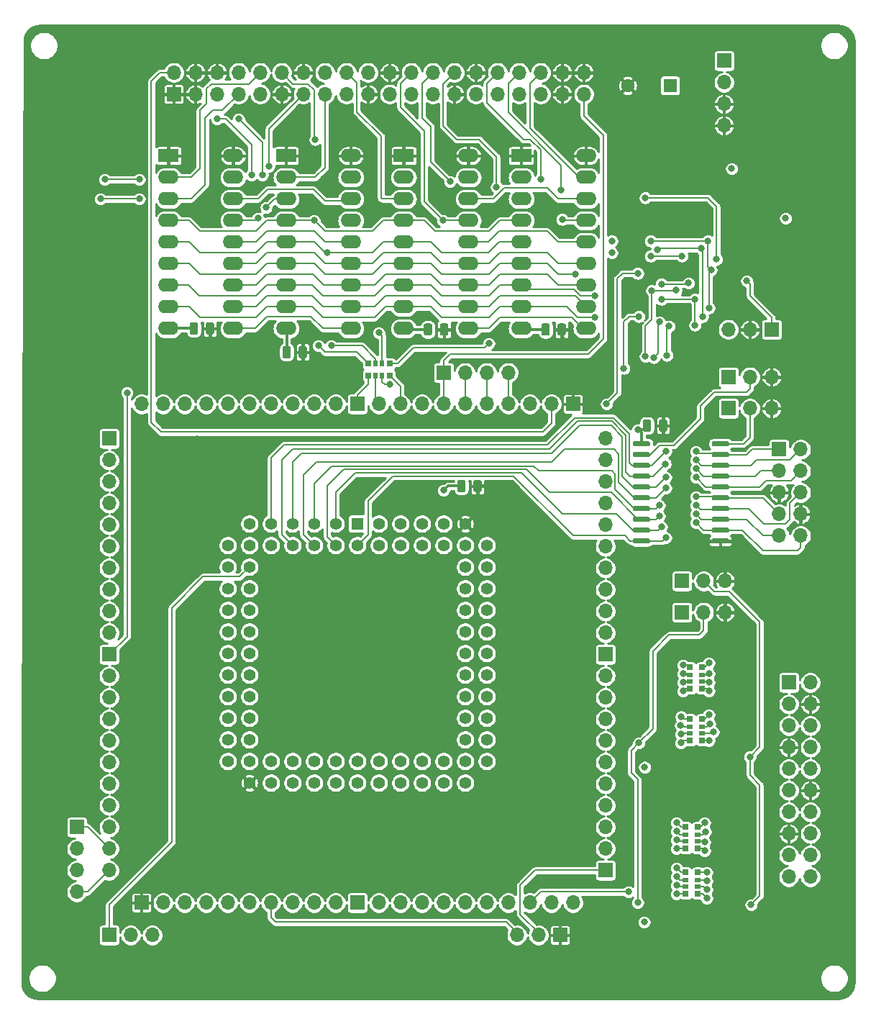
<source format=gbr>
%TF.GenerationSoftware,KiCad,Pcbnew,(5.1.10)-1*%
%TF.CreationDate,2021-06-15T10:48:06-05:00*%
%TF.ProjectId,gd MegaII proto pcb,6764204d-6567-4614-9949-2070726f746f,rev?*%
%TF.SameCoordinates,Original*%
%TF.FileFunction,Copper,L4,Bot*%
%TF.FilePolarity,Positive*%
%FSLAX46Y46*%
G04 Gerber Fmt 4.6, Leading zero omitted, Abs format (unit mm)*
G04 Created by KiCad (PCBNEW (5.1.10)-1) date 2021-06-15 10:48:06*
%MOMM*%
%LPD*%
G01*
G04 APERTURE LIST*
%TA.AperFunction,ComponentPad*%
%ADD10O,1.700000X1.700000*%
%TD*%
%TA.AperFunction,ComponentPad*%
%ADD11R,1.700000X1.700000*%
%TD*%
%TA.AperFunction,ComponentPad*%
%ADD12O,2.400000X1.600000*%
%TD*%
%TA.AperFunction,ComponentPad*%
%ADD13R,2.400000X1.600000*%
%TD*%
%TA.AperFunction,ComponentPad*%
%ADD14C,1.600000*%
%TD*%
%TA.AperFunction,ComponentPad*%
%ADD15R,1.600000X1.600000*%
%TD*%
%TA.AperFunction,SMDPad,CuDef*%
%ADD16R,0.640000X0.700000*%
%TD*%
%TA.AperFunction,SMDPad,CuDef*%
%ADD17R,0.500000X0.700000*%
%TD*%
%TA.AperFunction,SMDPad,CuDef*%
%ADD18R,0.700000X0.640000*%
%TD*%
%TA.AperFunction,SMDPad,CuDef*%
%ADD19R,0.700000X0.500000*%
%TD*%
%TA.AperFunction,ComponentPad*%
%ADD20C,1.422400*%
%TD*%
%TA.AperFunction,ComponentPad*%
%ADD21R,1.422400X1.422400*%
%TD*%
%TA.AperFunction,ViaPad*%
%ADD22C,0.800000*%
%TD*%
%TA.AperFunction,Conductor*%
%ADD23C,0.304800*%
%TD*%
%TA.AperFunction,Conductor*%
%ADD24C,0.203200*%
%TD*%
%TA.AperFunction,Conductor*%
%ADD25C,0.254000*%
%TD*%
%TA.AperFunction,Conductor*%
%ADD26C,0.100000*%
%TD*%
G04 APERTURE END LIST*
D10*
%TO.P,J8,3*%
%TO.N,/M2SEL*%
X148336000Y-139700000D03*
%TO.P,J8,2*%
%TO.N,/BA12*%
X150876000Y-139700000D03*
D11*
%TO.P,J8,1*%
%TO.N,GND*%
X153416000Y-139700000D03*
%TD*%
D10*
%TO.P,J6,3*%
%TO.N,/R-W*%
X105410000Y-139700000D03*
%TO.P,J6,2*%
%TO.N,/RESET*%
X102870000Y-139700000D03*
D11*
%TO.P,J6,1*%
%TO.N,/IRQ*%
X100330000Y-139700000D03*
%TD*%
D10*
%TO.P,J7,40*%
%TO.N,GND*%
X156210000Y-38227000D03*
%TO.P,J7,39*%
%TO.N,/PH#*%
X156210000Y-40767000D03*
%TO.P,J7,38*%
%TO.N,GND*%
X153670000Y-38227000D03*
%TO.P,J7,37*%
X153670000Y-40767000D03*
%TO.P,J7,36*%
%TO.N,/MD7*%
X151130000Y-38227000D03*
%TO.P,J7,35*%
%TO.N,/RA7*%
X151130000Y-40767000D03*
%TO.P,J7,34*%
%TO.N,/MD6*%
X148590000Y-38227000D03*
%TO.P,J7,33*%
%TO.N,/RA6*%
X148590000Y-40767000D03*
%TO.P,J7,32*%
%TO.N,/MD5*%
X146050000Y-38227000D03*
%TO.P,J7,31*%
%TO.N,/RA5*%
X146050000Y-40767000D03*
%TO.P,J7,30*%
%TO.N,GND*%
X143510000Y-38227000D03*
%TO.P,J7,29*%
%TO.N,/RA4*%
X143510000Y-40767000D03*
%TO.P,J7,28*%
%TO.N,/MD4*%
X140970000Y-38227000D03*
%TO.P,J7,27*%
%TO.N,GND*%
X140970000Y-40767000D03*
%TO.P,J7,26*%
%TO.N,/MD3*%
X138430000Y-38227000D03*
%TO.P,J7,25*%
%TO.N,/RA3*%
X138430000Y-40767000D03*
%TO.P,J7,24*%
%TO.N,/MD2*%
X135890000Y-38227000D03*
%TO.P,J7,23*%
%TO.N,/RA2*%
X135890000Y-40767000D03*
%TO.P,J7,22*%
%TO.N,GND*%
X133350000Y-38227000D03*
%TO.P,J7,21*%
%TO.N,/RA1*%
X133350000Y-40767000D03*
%TO.P,J7,20*%
%TO.N,Net-(J7-Pad20)*%
X130810000Y-38227000D03*
%TO.P,J7,19*%
%TO.N,GND*%
X130810000Y-40767000D03*
%TO.P,J7,18*%
%TO.N,/MD1*%
X128270000Y-38227000D03*
%TO.P,J7,17*%
%TO.N,/RA0*%
X128270000Y-40767000D03*
%TO.P,J7,16*%
%TO.N,/MD0*%
X125730000Y-38227000D03*
%TO.P,J7,15*%
%TO.N,/AD0*%
X125730000Y-40767000D03*
%TO.P,J7,14*%
%TO.N,GND*%
X123190000Y-38227000D03*
%TO.P,J7,13*%
%TO.N,/AD1*%
X123190000Y-40767000D03*
%TO.P,J7,12*%
%TO.N,/AD2*%
X120650000Y-38227000D03*
%TO.P,J7,11*%
%TO.N,GND*%
X120650000Y-40767000D03*
%TO.P,J7,10*%
%TO.N,/AD4*%
X118110000Y-38227000D03*
%TO.P,J7,9*%
%TO.N,/AD3*%
X118110000Y-40767000D03*
%TO.P,J7,8*%
%TO.N,/AD6*%
X115570000Y-38227000D03*
%TO.P,J7,7*%
%TO.N,/AD5*%
X115570000Y-40767000D03*
%TO.P,J7,6*%
%TO.N,GND*%
X113030000Y-38227000D03*
%TO.P,J7,5*%
%TO.N,/AD7*%
X113030000Y-40767000D03*
%TO.P,J7,4*%
%TO.N,GND*%
X110490000Y-38227000D03*
%TO.P,J7,3*%
X110490000Y-40767000D03*
%TO.P,J7,2*%
%TO.N,/14M*%
X107950000Y-38227000D03*
D11*
%TO.P,J7,1*%
%TO.N,GND*%
X107950000Y-40767000D03*
%TD*%
D12*
%TO.P,U7,18*%
%TO.N,GND*%
X142621000Y-48006000D03*
%TO.P,U7,9*%
%TO.N,+5V*%
X135001000Y-68326000D03*
%TO.P,U7,17*%
%TO.N,/MD3*%
X142621000Y-50546000D03*
%TO.P,U7,8*%
%TO.N,/RAF1*%
X135001000Y-65786000D03*
%TO.P,U7,16*%
%TO.N,/CASM.B*%
X142621000Y-53086000D03*
%TO.P,U7,7*%
%TO.N,/RAF2*%
X135001000Y-63246000D03*
%TO.P,U7,15*%
%TO.N,/MD2*%
X142621000Y-55626000D03*
%TO.P,U7,6*%
%TO.N,/RAF0*%
X135001000Y-60706000D03*
%TO.P,U7,14*%
%TO.N,/UM4-14*%
X142621000Y-58166000D03*
%TO.P,U7,5*%
%TO.N,/RAS.B*%
X135001000Y-58166000D03*
%TO.P,U7,13*%
%TO.N,/RAF3*%
X142621000Y-60706000D03*
%TO.P,U7,4*%
%TO.N,/RWE.B*%
X135001000Y-55626000D03*
%TO.P,U7,12*%
%TO.N,/RAF4*%
X142621000Y-63246000D03*
%TO.P,U7,3*%
%TO.N,/MD1*%
X135001000Y-53086000D03*
%TO.P,U7,11*%
%TO.N,/RAF5*%
X142621000Y-65786000D03*
%TO.P,U7,2*%
%TO.N,/MD0*%
X135001000Y-50546000D03*
%TO.P,U7,10*%
%TO.N,/UM4-10*%
X142621000Y-68326000D03*
D13*
%TO.P,U7,1*%
%TO.N,GND*%
X135001000Y-48006000D03*
%TD*%
D10*
%TO.P,JP8,11*%
%TO.N,/C060-67*%
X104140000Y-77216000D03*
%TO.P,JP8,10*%
%TO.N,/PDLTRIG*%
X106680000Y-77216000D03*
%TO.P,JP8,9*%
%TO.N,/MD0*%
X109220000Y-77216000D03*
%TO.P,JP8,8*%
%TO.N,/MD1*%
X111760000Y-77216000D03*
%TO.P,JP8,7*%
%TO.N,/MD2*%
X114300000Y-77216000D03*
%TO.P,JP8,6*%
%TO.N,/MD3*%
X116840000Y-77216000D03*
%TO.P,JP8,5*%
%TO.N,/MD4*%
X119380000Y-77216000D03*
%TO.P,JP8,4*%
%TO.N,/MD5*%
X121920000Y-77216000D03*
%TO.P,JP8,3*%
%TO.N,/MD6*%
X124460000Y-77216000D03*
%TO.P,JP8,2*%
%TO.N,/MD7*%
X127000000Y-77216000D03*
D11*
%TO.P,JP8,1*%
%TO.N,/RAMWE*%
X129540000Y-77216000D03*
%TD*%
D10*
%TO.P,J12,4*%
%TO.N,/7M*%
X147320000Y-73533000D03*
%TO.P,J12,3*%
%TO.N,/CREF*%
X144780000Y-73533000D03*
%TO.P,J12,2*%
%TO.N,/Q3*%
X142240000Y-73533000D03*
D11*
%TO.P,J12,1*%
%TO.N,/PH#*%
X139700000Y-73533000D03*
%TD*%
D10*
%TO.P,JP1,4*%
%TO.N,/RGB2*%
X96520000Y-134620000D03*
%TO.P,JP1,3*%
%TO.N,/RGB1*%
X96520000Y-132080000D03*
%TO.P,JP1,2*%
%TO.N,/RGB8*%
X96520000Y-129540000D03*
D11*
%TO.P,JP1,1*%
%TO.N,/RGB4*%
X96520000Y-127000000D03*
%TD*%
D10*
%TO.P,JP15,11*%
%TO.N,/RA0*%
X158750000Y-81280000D03*
%TO.P,JP15,10*%
%TO.N,/RA1*%
X158750000Y-83820000D03*
%TO.P,JP15,9*%
%TO.N,/RA2*%
X158750000Y-86360000D03*
%TO.P,JP15,8*%
%TO.N,/RA3*%
X158750000Y-88900000D03*
%TO.P,JP15,7*%
%TO.N,/RA4*%
X158750000Y-91440000D03*
%TO.P,JP15,6*%
%TO.N,/RA5*%
X158750000Y-93980000D03*
%TO.P,JP15,5*%
%TO.N,/RA6*%
X158750000Y-96520000D03*
%TO.P,JP15,4*%
%TO.N,/RA7*%
X158750000Y-99060000D03*
%TO.P,JP15,3*%
%TO.N,/BA0*%
X158750000Y-101600000D03*
%TO.P,JP15,2*%
%TO.N,/BA1*%
X158750000Y-104140000D03*
D11*
%TO.P,JP15,1*%
%TO.N,/BA2*%
X158750000Y-106680000D03*
%TD*%
D10*
%TO.P,J11,4*%
%TO.N,GND*%
X172720000Y-44450000D03*
%TO.P,J11,3*%
X172720000Y-41910000D03*
%TO.P,J11,2*%
%TO.N,+5V*%
X172720000Y-39370000D03*
D11*
%TO.P,J11,1*%
X172720000Y-36830000D03*
%TD*%
%TO.P,C10,2*%
%TO.N,GND*%
%TA.AperFunction,SMDPad,CuDef*%
G36*
G01*
X143198000Y-87343000D02*
X143198000Y-86393000D01*
G75*
G02*
X143448000Y-86143000I250000J0D01*
G01*
X143948000Y-86143000D01*
G75*
G02*
X144198000Y-86393000I0J-250000D01*
G01*
X144198000Y-87343000D01*
G75*
G02*
X143948000Y-87593000I-250000J0D01*
G01*
X143448000Y-87593000D01*
G75*
G02*
X143198000Y-87343000I0J250000D01*
G01*
G37*
%TD.AperFunction*%
%TO.P,C10,1*%
%TO.N,+5V*%
%TA.AperFunction,SMDPad,CuDef*%
G36*
G01*
X141298000Y-87343000D02*
X141298000Y-86393000D01*
G75*
G02*
X141548000Y-86143000I250000J0D01*
G01*
X142048000Y-86143000D01*
G75*
G02*
X142298000Y-86393000I0J-250000D01*
G01*
X142298000Y-87343000D01*
G75*
G02*
X142048000Y-87593000I-250000J0D01*
G01*
X141548000Y-87593000D01*
G75*
G02*
X141298000Y-87343000I0J250000D01*
G01*
G37*
%TD.AperFunction*%
%TD*%
D14*
%TO.P,C2,2*%
%TO.N,GND*%
X161370000Y-39751000D03*
D15*
%TO.P,C2,1*%
%TO.N,+5V*%
X166370000Y-39751000D03*
%TD*%
D16*
%TO.P,RN9,5*%
%TO.N,/RWE.B*%
X130810000Y-72452000D03*
D17*
%TO.P,RN9,6*%
%TO.N,/RAS.B*%
X131680000Y-72452000D03*
D16*
%TO.P,RN9,8*%
%TO.N,/CASM.B*%
X133350000Y-72452000D03*
D17*
%TO.P,RN9,7*%
%TO.N,/CASA.B*%
X132480000Y-72452000D03*
D16*
%TO.P,RN9,4*%
%TO.N,/RAMWE*%
X130810000Y-73852000D03*
D17*
%TO.P,RN9,2*%
%TO.N,/CASA*%
X132480000Y-73852000D03*
%TO.P,RN9,3*%
%TO.N,/RAS*%
X131680000Y-73852000D03*
D16*
%TO.P,RN9,1*%
%TO.N,/CASM*%
X133350000Y-73852000D03*
%TD*%
D10*
%TO.P,JP16,10*%
%TO.N,/BA3*%
X158750000Y-109220000D03*
%TO.P,JP16,9*%
%TO.N,/BA4*%
X158750000Y-111760000D03*
%TO.P,JP16,8*%
%TO.N,/BA5*%
X158750000Y-114300000D03*
%TO.P,JP16,7*%
%TO.N,/BA6*%
X158750000Y-116840000D03*
%TO.P,JP16,6*%
%TO.N,/BA7*%
X158750000Y-119380000D03*
%TO.P,JP16,5*%
%TO.N,/BA8*%
X158750000Y-121920000D03*
%TO.P,JP16,4*%
%TO.N,/BA9*%
X158750000Y-124460000D03*
%TO.P,JP16,3*%
%TO.N,/BA10*%
X158750000Y-127000000D03*
%TO.P,JP16,2*%
%TO.N,/BA11*%
X158750000Y-129540000D03*
D11*
%TO.P,JP16,1*%
%TO.N,/BA12*%
X158750000Y-132080000D03*
%TD*%
D10*
%TO.P,JP12,10*%
%TO.N,/RAS*%
X132080000Y-77216000D03*
%TO.P,JP12,9*%
%TO.N,/CASM*%
X134620000Y-77216000D03*
%TO.P,JP12,8*%
%TO.N,/CASA*%
X137160000Y-77216000D03*
%TO.P,JP12,7*%
%TO.N,/PH#*%
X139700000Y-77216000D03*
%TO.P,JP12,6*%
%TO.N,/Q3*%
X142240000Y-77216000D03*
%TO.P,JP12,5*%
%TO.N,/CREF*%
X144780000Y-77216000D03*
%TO.P,JP12,4*%
%TO.N,/7M*%
X147320000Y-77216000D03*
%TO.P,JP12,3*%
%TO.N,+5V*%
X149860000Y-77216000D03*
%TO.P,JP12,2*%
%TO.N,/14M*%
X152400000Y-77216000D03*
D11*
%TO.P,JP12,1*%
%TO.N,GND*%
X154940000Y-77216000D03*
%TD*%
D10*
%TO.P,JP11,11*%
%TO.N,/BA13*%
X154940000Y-135890000D03*
%TO.P,JP11,10*%
%TO.N,/BA14*%
X152400000Y-135890000D03*
%TO.P,JP11,9*%
%TO.N,/BA15*%
X149860000Y-135890000D03*
%TO.P,JP11,8*%
%TO.N,/SYNC*%
X147320000Y-135890000D03*
%TO.P,JP11,7*%
%TO.N,/WINDOW*%
X144780000Y-135890000D03*
%TO.P,JP11,6*%
%TO.N,/RMBK*%
X142240000Y-135890000D03*
%TO.P,JP11,5*%
%TO.N,/S5*%
X139700000Y-135890000D03*
%TO.P,JP11,4*%
%TO.N,/S4*%
X137160000Y-135890000D03*
%TO.P,JP11,3*%
%TO.N,/S3*%
X134620000Y-135890000D03*
%TO.P,JP11,2*%
%TO.N,/S2*%
X132080000Y-135890000D03*
D11*
%TO.P,JP11,1*%
%TO.N,/S1*%
X129540000Y-135890000D03*
%TD*%
D10*
%TO.P,JP7,10*%
%TO.N,/S0*%
X127000000Y-135890000D03*
%TO.P,JP7,9*%
%TO.N,/R-W*%
X124460000Y-135890000D03*
%TO.P,JP7,8*%
%TO.N,/INH*%
X121920000Y-135890000D03*
%TO.P,JP7,7*%
%TO.N,/M2SEL*%
X119380000Y-135890000D03*
%TO.P,JP7,6*%
%TO.N,/DMA*%
X116840000Y-135890000D03*
%TO.P,JP7,5*%
%TO.N,/ROMEN*%
X114300000Y-135890000D03*
%TO.P,JP7,4*%
%TO.N,/MDI-MDO*%
X111760000Y-135890000D03*
%TO.P,JP7,3*%
%TO.N,/RESET*%
X109220000Y-135890000D03*
%TO.P,JP7,2*%
%TO.N,/RGB1*%
X106680000Y-135890000D03*
D11*
%TO.P,JP7,1*%
%TO.N,GND*%
X104140000Y-135890000D03*
%TD*%
D10*
%TO.P,JP4,11*%
%TO.N,/RGB2*%
X100330000Y-132080000D03*
%TO.P,JP4,10*%
%TO.N,/RGB4*%
X100330000Y-129540000D03*
%TO.P,JP4,9*%
%TO.N,/RGB8*%
X100330000Y-127000000D03*
%TO.P,JP4,8*%
%TO.N,/AD7*%
X100330000Y-124460000D03*
%TO.P,JP4,7*%
%TO.N,/AD6*%
X100330000Y-121920000D03*
%TO.P,JP4,6*%
%TO.N,/AD5*%
X100330000Y-119380000D03*
%TO.P,JP4,5*%
%TO.N,/AD4*%
X100330000Y-116840000D03*
%TO.P,JP4,4*%
%TO.N,/AD3*%
X100330000Y-114300000D03*
%TO.P,JP4,3*%
%TO.N,/AD2*%
X100330000Y-111760000D03*
%TO.P,JP4,2*%
%TO.N,/AD1*%
X100330000Y-109220000D03*
D11*
%TO.P,JP4,1*%
%TO.N,/AD0*%
X100330000Y-106680000D03*
%TD*%
D10*
%TO.P,JP3,10*%
%TO.N,/SERVIDEO*%
X100330000Y-104140000D03*
%TO.P,JP3,9*%
%TO.N,/MSW*%
X100330000Y-101600000D03*
%TO.P,JP3,8*%
%TO.N,/Y1*%
X100330000Y-99060000D03*
%TO.P,JP3,7*%
%TO.N,/Y0*%
X100330000Y-96520000D03*
%TO.P,JP3,6*%
%TO.N,/X1*%
X100330000Y-93980000D03*
%TO.P,JP3,5*%
%TO.N,/X0*%
X100330000Y-91440000D03*
%TO.P,JP3,4*%
%TO.N,/IRQ*%
X100330000Y-88900000D03*
%TO.P,JP3,3*%
%TO.N,/KSEL2*%
X100330000Y-86360000D03*
%TO.P,JP3,2*%
%TO.N,/KSEL1*%
X100330000Y-83820000D03*
D11*
%TO.P,JP3,1*%
%TO.N,/SPKR*%
X100330000Y-81280000D03*
%TD*%
D10*
%TO.P,J10,10*%
%TO.N,/D7*%
X181737000Y-92710000D03*
%TO.P,J10,9*%
%TO.N,/D6*%
X179197000Y-92710000D03*
%TO.P,J10,8*%
%TO.N,GND*%
X181737000Y-90170000D03*
%TO.P,J10,7*%
%TO.N,/D4*%
X179197000Y-90170000D03*
%TO.P,J10,6*%
%TO.N,/D5*%
X181737000Y-87630000D03*
%TO.P,J10,5*%
%TO.N,GND*%
X179197000Y-87630000D03*
%TO.P,J10,4*%
%TO.N,/D3*%
X181737000Y-85090000D03*
%TO.P,J10,3*%
%TO.N,/D2*%
X179197000Y-85090000D03*
%TO.P,J10,2*%
%TO.N,/D1*%
X181737000Y-82550000D03*
D11*
%TO.P,J10,1*%
%TO.N,/D0*%
X179197000Y-82550000D03*
%TD*%
D18*
%TO.P,RN5,1*%
%TO.N,/A12*%
X169610000Y-132334000D03*
D19*
%TO.P,RN5,3*%
%TO.N,/A14*%
X169610000Y-134004000D03*
%TO.P,RN5,2*%
%TO.N,/A13*%
X169610000Y-133204000D03*
D18*
%TO.P,RN5,4*%
%TO.N,/A15*%
X169610000Y-134874000D03*
D19*
%TO.P,RN5,7*%
%TO.N,/BA13*%
X168210000Y-133204000D03*
D18*
%TO.P,RN5,8*%
%TO.N,/BA12*%
X168210000Y-132334000D03*
D19*
%TO.P,RN5,6*%
%TO.N,/BA14*%
X168210000Y-134004000D03*
D18*
%TO.P,RN5,5*%
%TO.N,/BA15*%
X168210000Y-134874000D03*
%TD*%
%TO.P,RN4,1*%
%TO.N,/A4*%
X170118000Y-114300000D03*
D19*
%TO.P,RN4,3*%
%TO.N,/A6*%
X170118000Y-115970000D03*
%TO.P,RN4,2*%
%TO.N,/A5*%
X170118000Y-115170000D03*
D18*
%TO.P,RN4,4*%
%TO.N,/A7*%
X170118000Y-116840000D03*
D19*
%TO.P,RN4,7*%
%TO.N,/BA5*%
X168718000Y-115170000D03*
D18*
%TO.P,RN4,8*%
%TO.N,/BA4*%
X168718000Y-114300000D03*
D19*
%TO.P,RN4,6*%
%TO.N,/BA6*%
X168718000Y-115970000D03*
D18*
%TO.P,RN4,5*%
%TO.N,/BA7*%
X168718000Y-116840000D03*
%TD*%
%TO.P,RN2,1*%
%TO.N,/A8*%
X169610000Y-127000000D03*
D19*
%TO.P,RN2,3*%
%TO.N,/A10*%
X169610000Y-128670000D03*
%TO.P,RN2,2*%
%TO.N,/A9*%
X169610000Y-127870000D03*
D18*
%TO.P,RN2,4*%
%TO.N,/A11*%
X169610000Y-129540000D03*
D19*
%TO.P,RN2,7*%
%TO.N,/BA9*%
X168210000Y-127870000D03*
D18*
%TO.P,RN2,8*%
%TO.N,/BA8*%
X168210000Y-127000000D03*
D19*
%TO.P,RN2,6*%
%TO.N,/BA10*%
X168210000Y-128670000D03*
D18*
%TO.P,RN2,5*%
%TO.N,/BA11*%
X168210000Y-129540000D03*
%TD*%
%TO.P,RN1,1*%
%TO.N,/A0*%
X170118000Y-108204000D03*
D19*
%TO.P,RN1,3*%
%TO.N,/A2*%
X170118000Y-109874000D03*
%TO.P,RN1,2*%
%TO.N,/A1*%
X170118000Y-109074000D03*
D18*
%TO.P,RN1,4*%
%TO.N,/A3*%
X170118000Y-110744000D03*
D19*
%TO.P,RN1,7*%
%TO.N,/BA1*%
X168718000Y-109074000D03*
D18*
%TO.P,RN1,8*%
%TO.N,/BA0*%
X168718000Y-108204000D03*
D19*
%TO.P,RN1,6*%
%TO.N,/BA2*%
X168718000Y-109874000D03*
D18*
%TO.P,RN1,5*%
%TO.N,/BA3*%
X168718000Y-110744000D03*
%TD*%
D10*
%TO.P,J9,20*%
%TO.N,/A15*%
X182880000Y-132842000D03*
%TO.P,J9,19*%
%TO.N,/A14*%
X180340000Y-132842000D03*
%TO.P,J9,18*%
%TO.N,/A13*%
X182880000Y-130302000D03*
%TO.P,J9,17*%
%TO.N,/A12*%
X180340000Y-130302000D03*
%TO.P,J9,16*%
%TO.N,/A11*%
X182880000Y-127762000D03*
%TO.P,J9,15*%
%TO.N,GND*%
X180340000Y-127762000D03*
%TO.P,J9,14*%
%TO.N,/A9*%
X182880000Y-125222000D03*
%TO.P,J9,13*%
%TO.N,/A10*%
X180340000Y-125222000D03*
%TO.P,J9,12*%
%TO.N,GND*%
X182880000Y-122682000D03*
%TO.P,J9,11*%
%TO.N,/A8*%
X180340000Y-122682000D03*
%TO.P,J9,10*%
%TO.N,/A7*%
X182880000Y-120142000D03*
%TO.P,J9,9*%
%TO.N,/A6*%
X180340000Y-120142000D03*
%TO.P,J9,8*%
%TO.N,/A5*%
X182880000Y-117602000D03*
%TO.P,J9,7*%
%TO.N,GND*%
X180340000Y-117602000D03*
%TO.P,J9,6*%
%TO.N,/A3*%
X182880000Y-115062000D03*
%TO.P,J9,5*%
%TO.N,/A4*%
X180340000Y-115062000D03*
%TO.P,J9,4*%
%TO.N,GND*%
X182880000Y-112522000D03*
%TO.P,J9,3*%
%TO.N,/A2*%
X180340000Y-112522000D03*
%TO.P,J9,2*%
%TO.N,/A1*%
X182880000Y-109982000D03*
D11*
%TO.P,J9,1*%
%TO.N,/A0*%
X180340000Y-109982000D03*
%TD*%
D10*
%TO.P,J5,3*%
%TO.N,GND*%
X178308000Y-74041000D03*
%TO.P,J5,2*%
%TO.N,/DBEN*%
X175768000Y-74041000D03*
D11*
%TO.P,J5,1*%
%TO.N,+5V*%
X173228000Y-74041000D03*
%TD*%
D10*
%TO.P,J4,3*%
%TO.N,GND*%
X178308000Y-77724000D03*
%TO.P,J4,2*%
%TO.N,/DBDIR*%
X175768000Y-77724000D03*
D11*
%TO.P,J4,1*%
%TO.N,+5V*%
X173228000Y-77724000D03*
%TD*%
D10*
%TO.P,J3,3*%
%TO.N,/FLIP6*%
X173228000Y-68453000D03*
%TO.P,J3,2*%
%TO.N,GND*%
X175768000Y-68453000D03*
D11*
%TO.P,J3,1*%
%TO.N,/FLIP7*%
X178308000Y-68453000D03*
%TD*%
D10*
%TO.P,J2,3*%
%TO.N,GND*%
X172847000Y-101727000D03*
%TO.P,J2,2*%
%TO.N,/ABEN*%
X170307000Y-101727000D03*
D11*
%TO.P,J2,1*%
%TO.N,+5V*%
X167767000Y-101727000D03*
%TD*%
D10*
%TO.P,J1,3*%
%TO.N,GND*%
X172847000Y-98044000D03*
%TO.P,J1,2*%
%TO.N,/ABDIR*%
X170307000Y-98044000D03*
D11*
%TO.P,J1,1*%
%TO.N,+5V*%
X167767000Y-98044000D03*
%TD*%
D12*
%TO.P,U9,18*%
%TO.N,GND*%
X156464000Y-48006000D03*
%TO.P,U9,9*%
%TO.N,+5V*%
X148844000Y-68326000D03*
%TO.P,U9,17*%
%TO.N,/MD7*%
X156464000Y-50546000D03*
%TO.P,U9,8*%
%TO.N,/RAF1*%
X148844000Y-65786000D03*
%TO.P,U9,16*%
%TO.N,/CASM.B*%
X156464000Y-53086000D03*
%TO.P,U9,7*%
%TO.N,/RAF2*%
X148844000Y-63246000D03*
%TO.P,U9,15*%
%TO.N,/MD6*%
X156464000Y-55626000D03*
%TO.P,U9,6*%
%TO.N,/RAF0*%
X148844000Y-60706000D03*
%TO.P,U9,14*%
%TO.N,/UM4-14*%
X156464000Y-58166000D03*
%TO.P,U9,5*%
%TO.N,/RAS.B*%
X148844000Y-58166000D03*
%TO.P,U9,13*%
%TO.N,/RAF3*%
X156464000Y-60706000D03*
%TO.P,U9,4*%
%TO.N,/RWE.B*%
X148844000Y-55626000D03*
%TO.P,U9,12*%
%TO.N,/RAF4*%
X156464000Y-63246000D03*
%TO.P,U9,3*%
%TO.N,/MD5*%
X148844000Y-53086000D03*
%TO.P,U9,11*%
%TO.N,/RAF5*%
X156464000Y-65786000D03*
%TO.P,U9,2*%
%TO.N,/MD4*%
X148844000Y-50546000D03*
%TO.P,U9,10*%
%TO.N,/UM4-10*%
X156464000Y-68326000D03*
D13*
%TO.P,U9,1*%
%TO.N,GND*%
X148844000Y-48006000D03*
%TD*%
%TO.P,U8,20*%
%TO.N,+5V*%
%TA.AperFunction,SMDPad,CuDef*%
G36*
G01*
X164015000Y-81765000D02*
X164015000Y-82065000D01*
G75*
G02*
X163865000Y-82215000I-150000J0D01*
G01*
X162115000Y-82215000D01*
G75*
G02*
X161965000Y-82065000I0J150000D01*
G01*
X161965000Y-81765000D01*
G75*
G02*
X162115000Y-81615000I150000J0D01*
G01*
X163865000Y-81615000D01*
G75*
G02*
X164015000Y-81765000I0J-150000D01*
G01*
G37*
%TD.AperFunction*%
%TO.P,U8,19*%
%TO.N,/DBEN*%
%TA.AperFunction,SMDPad,CuDef*%
G36*
G01*
X164015000Y-83035000D02*
X164015000Y-83335000D01*
G75*
G02*
X163865000Y-83485000I-150000J0D01*
G01*
X162115000Y-83485000D01*
G75*
G02*
X161965000Y-83335000I0J150000D01*
G01*
X161965000Y-83035000D01*
G75*
G02*
X162115000Y-82885000I150000J0D01*
G01*
X163865000Y-82885000D01*
G75*
G02*
X164015000Y-83035000I0J-150000D01*
G01*
G37*
%TD.AperFunction*%
%TO.P,U8,18*%
%TO.N,/MD0*%
%TA.AperFunction,SMDPad,CuDef*%
G36*
G01*
X164015000Y-84305000D02*
X164015000Y-84605000D01*
G75*
G02*
X163865000Y-84755000I-150000J0D01*
G01*
X162115000Y-84755000D01*
G75*
G02*
X161965000Y-84605000I0J150000D01*
G01*
X161965000Y-84305000D01*
G75*
G02*
X162115000Y-84155000I150000J0D01*
G01*
X163865000Y-84155000D01*
G75*
G02*
X164015000Y-84305000I0J-150000D01*
G01*
G37*
%TD.AperFunction*%
%TO.P,U8,17*%
%TO.N,/MD1*%
%TA.AperFunction,SMDPad,CuDef*%
G36*
G01*
X164015000Y-85575000D02*
X164015000Y-85875000D01*
G75*
G02*
X163865000Y-86025000I-150000J0D01*
G01*
X162115000Y-86025000D01*
G75*
G02*
X161965000Y-85875000I0J150000D01*
G01*
X161965000Y-85575000D01*
G75*
G02*
X162115000Y-85425000I150000J0D01*
G01*
X163865000Y-85425000D01*
G75*
G02*
X164015000Y-85575000I0J-150000D01*
G01*
G37*
%TD.AperFunction*%
%TO.P,U8,16*%
%TO.N,/MD2*%
%TA.AperFunction,SMDPad,CuDef*%
G36*
G01*
X164015000Y-86845000D02*
X164015000Y-87145000D01*
G75*
G02*
X163865000Y-87295000I-150000J0D01*
G01*
X162115000Y-87295000D01*
G75*
G02*
X161965000Y-87145000I0J150000D01*
G01*
X161965000Y-86845000D01*
G75*
G02*
X162115000Y-86695000I150000J0D01*
G01*
X163865000Y-86695000D01*
G75*
G02*
X164015000Y-86845000I0J-150000D01*
G01*
G37*
%TD.AperFunction*%
%TO.P,U8,15*%
%TO.N,/MD3*%
%TA.AperFunction,SMDPad,CuDef*%
G36*
G01*
X164015000Y-88115000D02*
X164015000Y-88415000D01*
G75*
G02*
X163865000Y-88565000I-150000J0D01*
G01*
X162115000Y-88565000D01*
G75*
G02*
X161965000Y-88415000I0J150000D01*
G01*
X161965000Y-88115000D01*
G75*
G02*
X162115000Y-87965000I150000J0D01*
G01*
X163865000Y-87965000D01*
G75*
G02*
X164015000Y-88115000I0J-150000D01*
G01*
G37*
%TD.AperFunction*%
%TO.P,U8,14*%
%TO.N,/MD4*%
%TA.AperFunction,SMDPad,CuDef*%
G36*
G01*
X164015000Y-89385000D02*
X164015000Y-89685000D01*
G75*
G02*
X163865000Y-89835000I-150000J0D01*
G01*
X162115000Y-89835000D01*
G75*
G02*
X161965000Y-89685000I0J150000D01*
G01*
X161965000Y-89385000D01*
G75*
G02*
X162115000Y-89235000I150000J0D01*
G01*
X163865000Y-89235000D01*
G75*
G02*
X164015000Y-89385000I0J-150000D01*
G01*
G37*
%TD.AperFunction*%
%TO.P,U8,13*%
%TO.N,/MD5*%
%TA.AperFunction,SMDPad,CuDef*%
G36*
G01*
X164015000Y-90655000D02*
X164015000Y-90955000D01*
G75*
G02*
X163865000Y-91105000I-150000J0D01*
G01*
X162115000Y-91105000D01*
G75*
G02*
X161965000Y-90955000I0J150000D01*
G01*
X161965000Y-90655000D01*
G75*
G02*
X162115000Y-90505000I150000J0D01*
G01*
X163865000Y-90505000D01*
G75*
G02*
X164015000Y-90655000I0J-150000D01*
G01*
G37*
%TD.AperFunction*%
%TO.P,U8,12*%
%TO.N,/MD6*%
%TA.AperFunction,SMDPad,CuDef*%
G36*
G01*
X164015000Y-91925000D02*
X164015000Y-92225000D01*
G75*
G02*
X163865000Y-92375000I-150000J0D01*
G01*
X162115000Y-92375000D01*
G75*
G02*
X161965000Y-92225000I0J150000D01*
G01*
X161965000Y-91925000D01*
G75*
G02*
X162115000Y-91775000I150000J0D01*
G01*
X163865000Y-91775000D01*
G75*
G02*
X164015000Y-91925000I0J-150000D01*
G01*
G37*
%TD.AperFunction*%
%TO.P,U8,11*%
%TO.N,/MD7*%
%TA.AperFunction,SMDPad,CuDef*%
G36*
G01*
X164015000Y-93195000D02*
X164015000Y-93495000D01*
G75*
G02*
X163865000Y-93645000I-150000J0D01*
G01*
X162115000Y-93645000D01*
G75*
G02*
X161965000Y-93495000I0J150000D01*
G01*
X161965000Y-93195000D01*
G75*
G02*
X162115000Y-93045000I150000J0D01*
G01*
X163865000Y-93045000D01*
G75*
G02*
X164015000Y-93195000I0J-150000D01*
G01*
G37*
%TD.AperFunction*%
%TO.P,U8,10*%
%TO.N,GND*%
%TA.AperFunction,SMDPad,CuDef*%
G36*
G01*
X173315000Y-93195000D02*
X173315000Y-93495000D01*
G75*
G02*
X173165000Y-93645000I-150000J0D01*
G01*
X171415000Y-93645000D01*
G75*
G02*
X171265000Y-93495000I0J150000D01*
G01*
X171265000Y-93195000D01*
G75*
G02*
X171415000Y-93045000I150000J0D01*
G01*
X173165000Y-93045000D01*
G75*
G02*
X173315000Y-93195000I0J-150000D01*
G01*
G37*
%TD.AperFunction*%
%TO.P,U8,9*%
%TO.N,/D7*%
%TA.AperFunction,SMDPad,CuDef*%
G36*
G01*
X173315000Y-91925000D02*
X173315000Y-92225000D01*
G75*
G02*
X173165000Y-92375000I-150000J0D01*
G01*
X171415000Y-92375000D01*
G75*
G02*
X171265000Y-92225000I0J150000D01*
G01*
X171265000Y-91925000D01*
G75*
G02*
X171415000Y-91775000I150000J0D01*
G01*
X173165000Y-91775000D01*
G75*
G02*
X173315000Y-91925000I0J-150000D01*
G01*
G37*
%TD.AperFunction*%
%TO.P,U8,8*%
%TO.N,/D6*%
%TA.AperFunction,SMDPad,CuDef*%
G36*
G01*
X173315000Y-90655000D02*
X173315000Y-90955000D01*
G75*
G02*
X173165000Y-91105000I-150000J0D01*
G01*
X171415000Y-91105000D01*
G75*
G02*
X171265000Y-90955000I0J150000D01*
G01*
X171265000Y-90655000D01*
G75*
G02*
X171415000Y-90505000I150000J0D01*
G01*
X173165000Y-90505000D01*
G75*
G02*
X173315000Y-90655000I0J-150000D01*
G01*
G37*
%TD.AperFunction*%
%TO.P,U8,7*%
%TO.N,/D5*%
%TA.AperFunction,SMDPad,CuDef*%
G36*
G01*
X173315000Y-89385000D02*
X173315000Y-89685000D01*
G75*
G02*
X173165000Y-89835000I-150000J0D01*
G01*
X171415000Y-89835000D01*
G75*
G02*
X171265000Y-89685000I0J150000D01*
G01*
X171265000Y-89385000D01*
G75*
G02*
X171415000Y-89235000I150000J0D01*
G01*
X173165000Y-89235000D01*
G75*
G02*
X173315000Y-89385000I0J-150000D01*
G01*
G37*
%TD.AperFunction*%
%TO.P,U8,6*%
%TO.N,/D4*%
%TA.AperFunction,SMDPad,CuDef*%
G36*
G01*
X173315000Y-88115000D02*
X173315000Y-88415000D01*
G75*
G02*
X173165000Y-88565000I-150000J0D01*
G01*
X171415000Y-88565000D01*
G75*
G02*
X171265000Y-88415000I0J150000D01*
G01*
X171265000Y-88115000D01*
G75*
G02*
X171415000Y-87965000I150000J0D01*
G01*
X173165000Y-87965000D01*
G75*
G02*
X173315000Y-88115000I0J-150000D01*
G01*
G37*
%TD.AperFunction*%
%TO.P,U8,5*%
%TO.N,/D3*%
%TA.AperFunction,SMDPad,CuDef*%
G36*
G01*
X173315000Y-86845000D02*
X173315000Y-87145000D01*
G75*
G02*
X173165000Y-87295000I-150000J0D01*
G01*
X171415000Y-87295000D01*
G75*
G02*
X171265000Y-87145000I0J150000D01*
G01*
X171265000Y-86845000D01*
G75*
G02*
X171415000Y-86695000I150000J0D01*
G01*
X173165000Y-86695000D01*
G75*
G02*
X173315000Y-86845000I0J-150000D01*
G01*
G37*
%TD.AperFunction*%
%TO.P,U8,4*%
%TO.N,/D2*%
%TA.AperFunction,SMDPad,CuDef*%
G36*
G01*
X173315000Y-85575000D02*
X173315000Y-85875000D01*
G75*
G02*
X173165000Y-86025000I-150000J0D01*
G01*
X171415000Y-86025000D01*
G75*
G02*
X171265000Y-85875000I0J150000D01*
G01*
X171265000Y-85575000D01*
G75*
G02*
X171415000Y-85425000I150000J0D01*
G01*
X173165000Y-85425000D01*
G75*
G02*
X173315000Y-85575000I0J-150000D01*
G01*
G37*
%TD.AperFunction*%
%TO.P,U8,3*%
%TO.N,/D1*%
%TA.AperFunction,SMDPad,CuDef*%
G36*
G01*
X173315000Y-84305000D02*
X173315000Y-84605000D01*
G75*
G02*
X173165000Y-84755000I-150000J0D01*
G01*
X171415000Y-84755000D01*
G75*
G02*
X171265000Y-84605000I0J150000D01*
G01*
X171265000Y-84305000D01*
G75*
G02*
X171415000Y-84155000I150000J0D01*
G01*
X173165000Y-84155000D01*
G75*
G02*
X173315000Y-84305000I0J-150000D01*
G01*
G37*
%TD.AperFunction*%
%TO.P,U8,2*%
%TO.N,/D0*%
%TA.AperFunction,SMDPad,CuDef*%
G36*
G01*
X173315000Y-83035000D02*
X173315000Y-83335000D01*
G75*
G02*
X173165000Y-83485000I-150000J0D01*
G01*
X171415000Y-83485000D01*
G75*
G02*
X171265000Y-83335000I0J150000D01*
G01*
X171265000Y-83035000D01*
G75*
G02*
X171415000Y-82885000I150000J0D01*
G01*
X173165000Y-82885000D01*
G75*
G02*
X173315000Y-83035000I0J-150000D01*
G01*
G37*
%TD.AperFunction*%
%TO.P,U8,1*%
%TO.N,/DBDIR*%
%TA.AperFunction,SMDPad,CuDef*%
G36*
G01*
X173315000Y-81765000D02*
X173315000Y-82065000D01*
G75*
G02*
X173165000Y-82215000I-150000J0D01*
G01*
X171415000Y-82215000D01*
G75*
G02*
X171265000Y-82065000I0J150000D01*
G01*
X171265000Y-81765000D01*
G75*
G02*
X171415000Y-81615000I150000J0D01*
G01*
X173165000Y-81615000D01*
G75*
G02*
X173315000Y-81765000I0J-150000D01*
G01*
G37*
%TD.AperFunction*%
%TD*%
D12*
%TO.P,U4,18*%
%TO.N,GND*%
X114935000Y-48006000D03*
%TO.P,U4,9*%
%TO.N,+5V*%
X107315000Y-68326000D03*
%TO.P,U4,17*%
%TO.N,/AD7*%
X114935000Y-50546000D03*
%TO.P,U4,8*%
%TO.N,/RAF1*%
X107315000Y-65786000D03*
%TO.P,U4,16*%
%TO.N,/CASA.B*%
X114935000Y-53086000D03*
%TO.P,U4,7*%
%TO.N,/RAF2*%
X107315000Y-63246000D03*
%TO.P,U4,15*%
%TO.N,/AD6*%
X114935000Y-55626000D03*
%TO.P,U4,6*%
%TO.N,/RAF0*%
X107315000Y-60706000D03*
%TO.P,U4,14*%
%TO.N,/RAF6*%
X114935000Y-58166000D03*
%TO.P,U4,5*%
%TO.N,/RAS.B*%
X107315000Y-58166000D03*
%TO.P,U4,13*%
%TO.N,/RAF3*%
X114935000Y-60706000D03*
%TO.P,U4,4*%
%TO.N,/RWE.B*%
X107315000Y-55626000D03*
%TO.P,U4,12*%
%TO.N,/RAF4*%
X114935000Y-63246000D03*
%TO.P,U4,3*%
%TO.N,/AD5*%
X107315000Y-53086000D03*
%TO.P,U4,11*%
%TO.N,/RAF5*%
X114935000Y-65786000D03*
%TO.P,U4,2*%
%TO.N,/AD4*%
X107315000Y-50546000D03*
%TO.P,U4,10*%
%TO.N,/RAF7*%
X114935000Y-68326000D03*
D13*
%TO.P,U4,1*%
%TO.N,GND*%
X107315000Y-48006000D03*
%TD*%
D12*
%TO.P,U2,18*%
%TO.N,GND*%
X128778000Y-48006000D03*
%TO.P,U2,9*%
%TO.N,+5V*%
X121158000Y-68326000D03*
%TO.P,U2,17*%
%TO.N,/AD3*%
X128778000Y-50546000D03*
%TO.P,U2,8*%
%TO.N,/RAF1*%
X121158000Y-65786000D03*
%TO.P,U2,16*%
%TO.N,/CASA.B*%
X128778000Y-53086000D03*
%TO.P,U2,7*%
%TO.N,/RAF2*%
X121158000Y-63246000D03*
%TO.P,U2,15*%
%TO.N,/AD2*%
X128778000Y-55626000D03*
%TO.P,U2,6*%
%TO.N,/RAF0*%
X121158000Y-60706000D03*
%TO.P,U2,14*%
%TO.N,/RAF6*%
X128778000Y-58166000D03*
%TO.P,U2,5*%
%TO.N,/RAS.B*%
X121158000Y-58166000D03*
%TO.P,U2,13*%
%TO.N,/RAF3*%
X128778000Y-60706000D03*
%TO.P,U2,4*%
%TO.N,/RWE.B*%
X121158000Y-55626000D03*
%TO.P,U2,12*%
%TO.N,/RAF4*%
X128778000Y-63246000D03*
%TO.P,U2,3*%
%TO.N,/AD1*%
X121158000Y-53086000D03*
%TO.P,U2,11*%
%TO.N,/RAF5*%
X128778000Y-65786000D03*
%TO.P,U2,2*%
%TO.N,/AD0*%
X121158000Y-50546000D03*
%TO.P,U2,10*%
%TO.N,/RAF7*%
X128778000Y-68326000D03*
D13*
%TO.P,U2,1*%
%TO.N,GND*%
X121158000Y-48006000D03*
%TD*%
D20*
%TO.P,U1,72*%
%TO.N,/RA2*%
X144780000Y-96393000D03*
%TO.P,U1,70*%
%TO.N,/RA4*%
X144780000Y-98933000D03*
%TO.P,U1,68*%
%TO.N,/RA6*%
X144780000Y-101473000D03*
%TO.P,U1,66*%
%TO.N,/BA0*%
X144780000Y-104013000D03*
%TO.P,U1,64*%
%TO.N,/BA2*%
X144780000Y-106553000D03*
%TO.P,U1,62*%
%TO.N,/BA4*%
X144780000Y-109093000D03*
%TO.P,U1,60*%
%TO.N,/BA6*%
X144780000Y-111633000D03*
%TO.P,U1,58*%
%TO.N,/BA8*%
X144780000Y-114173000D03*
%TO.P,U1,56*%
%TO.N,/BA10*%
X144780000Y-116713000D03*
%TO.P,U1,54*%
%TO.N,/BA12*%
X144780000Y-119253000D03*
%TO.P,U1,73*%
%TO.N,/RA1*%
X142240000Y-96393000D03*
%TO.P,U1,71*%
%TO.N,/RA3*%
X142240000Y-98933000D03*
%TO.P,U1,69*%
%TO.N,/RA5*%
X142240000Y-101473000D03*
%TO.P,U1,67*%
%TO.N,/RA7*%
X142240000Y-104013000D03*
%TO.P,U1,65*%
%TO.N,/BA1*%
X142240000Y-106553000D03*
%TO.P,U1,63*%
%TO.N,/BA3*%
X142240000Y-109093000D03*
%TO.P,U1,61*%
%TO.N,/BA5*%
X142240000Y-111633000D03*
%TO.P,U1,59*%
%TO.N,/BA7*%
X142240000Y-114173000D03*
%TO.P,U1,57*%
%TO.N,/BA9*%
X142240000Y-116713000D03*
%TO.P,U1,55*%
%TO.N,/BA11*%
X142240000Y-119253000D03*
%TO.P,U1,53*%
%TO.N,/BA13*%
X142240000Y-121793000D03*
%TO.P,U1,51*%
%TO.N,/BA15*%
X139700000Y-121793000D03*
%TO.P,U1,49*%
%TO.N,/WINDOW*%
X137160000Y-121793000D03*
%TO.P,U1,47*%
%TO.N,/S5*%
X134620000Y-121793000D03*
%TO.P,U1,45*%
%TO.N,/S3*%
X132080000Y-121793000D03*
%TO.P,U1,43*%
%TO.N,/S1*%
X129540000Y-121793000D03*
%TO.P,U1,41*%
%TO.N,/R-W*%
X127000000Y-121793000D03*
%TO.P,U1,39*%
%TO.N,/M2SEL*%
X124460000Y-121793000D03*
%TO.P,U1,37*%
%TO.N,/ROMEN*%
X121920000Y-121793000D03*
%TO.P,U1,35*%
%TO.N,/RESET*%
X119380000Y-121793000D03*
%TO.P,U1,33*%
%TO.N,GND*%
X116840000Y-121793000D03*
%TO.P,U1,52*%
%TO.N,/BA14*%
X139700000Y-119253000D03*
%TO.P,U1,50*%
%TO.N,/SYNC*%
X137160000Y-119253000D03*
%TO.P,U1,48*%
%TO.N,/RMBK*%
X134620000Y-119253000D03*
%TO.P,U1,46*%
%TO.N,/S4*%
X132080000Y-119253000D03*
%TO.P,U1,44*%
%TO.N,/S2*%
X129540000Y-119253000D03*
%TO.P,U1,42*%
%TO.N,/S0*%
X127000000Y-119253000D03*
%TO.P,U1,40*%
%TO.N,/INH*%
X124460000Y-119253000D03*
%TO.P,U1,38*%
%TO.N,/DMA*%
X121920000Y-119253000D03*
%TO.P,U1,36*%
%TO.N,/MDI-MDO*%
X119380000Y-119253000D03*
%TO.P,U1,34*%
%TO.N,/RGB1*%
X116840000Y-119253000D03*
%TO.P,U1,32*%
%TO.N,/RGB2*%
X114300000Y-119253000D03*
%TO.P,U1,30*%
%TO.N,/RGB8*%
X114300000Y-116713000D03*
%TO.P,U1,28*%
%TO.N,/AD6*%
X114300000Y-114173000D03*
%TO.P,U1,26*%
%TO.N,/AD4*%
X114300000Y-111633000D03*
%TO.P,U1,24*%
%TO.N,/AD2*%
X114300000Y-109093000D03*
%TO.P,U1,22*%
%TO.N,/AD0*%
X114300000Y-106553000D03*
%TO.P,U1,20*%
%TO.N,/MSW*%
X114300000Y-104013000D03*
%TO.P,U1,18*%
%TO.N,/Y0*%
X114300000Y-101473000D03*
%TO.P,U1,16*%
%TO.N,/X0*%
X114300000Y-98933000D03*
%TO.P,U1,14*%
%TO.N,/KSEL2*%
X114300000Y-96393000D03*
%TO.P,U1,12*%
%TO.N,/SPKR*%
X114300000Y-93853000D03*
%TO.P,U1,31*%
%TO.N,/RGB4*%
X116840000Y-116713000D03*
%TO.P,U1,29*%
%TO.N,/AD7*%
X116840000Y-114173000D03*
%TO.P,U1,27*%
%TO.N,/AD5*%
X116840000Y-111633000D03*
%TO.P,U1,25*%
%TO.N,/AD3*%
X116840000Y-109093000D03*
%TO.P,U1,23*%
%TO.N,/AD1*%
X116840000Y-106553000D03*
%TO.P,U1,21*%
%TO.N,/SERVIDEO*%
X116840000Y-104013000D03*
%TO.P,U1,19*%
%TO.N,/Y1*%
X116840000Y-101473000D03*
%TO.P,U1,17*%
%TO.N,/X1*%
X116840000Y-98933000D03*
%TO.P,U1,15*%
%TO.N,/IRQ*%
X116840000Y-96393000D03*
%TO.P,U1,13*%
%TO.N,/KSEL1*%
X116840000Y-93853000D03*
%TO.P,U1,75*%
%TO.N,GND*%
X142240000Y-91313000D03*
%TO.P,U1,77*%
%TO.N,+5V*%
X139700000Y-91313000D03*
%TO.P,U1,79*%
%TO.N,/CREF*%
X137160000Y-91313000D03*
%TO.P,U1,81*%
%TO.N,/PH#*%
X134620000Y-91313000D03*
%TO.P,U1,83*%
%TO.N,/CASM*%
X132080000Y-91313000D03*
%TO.P,U1,11*%
%TO.N,/C060-67*%
X116840000Y-91313000D03*
%TO.P,U1,9*%
%TO.N,/MD0*%
X119380000Y-91313000D03*
%TO.P,U1,7*%
%TO.N,/MD2*%
X121920000Y-91313000D03*
%TO.P,U1,5*%
%TO.N,/MD4*%
X124460000Y-91313000D03*
%TO.P,U1,3*%
%TO.N,/MD6*%
X127000000Y-91313000D03*
D21*
%TO.P,U1,1*%
%TO.N,/RAMWE*%
X129540000Y-91313000D03*
D20*
%TO.P,U1,74*%
%TO.N,/RA0*%
X144780000Y-93853000D03*
%TO.P,U1,76*%
%TO.N,/14M*%
X142240000Y-93853000D03*
%TO.P,U1,78*%
%TO.N,/7M*%
X139700000Y-93853000D03*
%TO.P,U1,80*%
%TO.N,/Q3*%
X137160000Y-93853000D03*
%TO.P,U1,82*%
%TO.N,/CASA*%
X134620000Y-93853000D03*
%TO.P,U1,84*%
%TO.N,/RAS*%
X132080000Y-93853000D03*
%TO.P,U1,10*%
%TO.N,/PDLTRIG*%
X119380000Y-93853000D03*
%TO.P,U1,8*%
%TO.N,/MD1*%
X121920000Y-93853000D03*
%TO.P,U1,6*%
%TO.N,/MD3*%
X124460000Y-93853000D03*
%TO.P,U1,4*%
%TO.N,/MD5*%
X127000000Y-93853000D03*
%TO.P,U1,2*%
%TO.N,/MD7*%
X129540000Y-93853000D03*
%TD*%
%TO.P,C9,2*%
%TO.N,GND*%
%TA.AperFunction,SMDPad,CuDef*%
G36*
G01*
X153104000Y-68928000D02*
X153104000Y-67978000D01*
G75*
G02*
X153354000Y-67728000I250000J0D01*
G01*
X153854000Y-67728000D01*
G75*
G02*
X154104000Y-67978000I0J-250000D01*
G01*
X154104000Y-68928000D01*
G75*
G02*
X153854000Y-69178000I-250000J0D01*
G01*
X153354000Y-69178000D01*
G75*
G02*
X153104000Y-68928000I0J250000D01*
G01*
G37*
%TD.AperFunction*%
%TO.P,C9,1*%
%TO.N,+5V*%
%TA.AperFunction,SMDPad,CuDef*%
G36*
G01*
X151204000Y-68928000D02*
X151204000Y-67978000D01*
G75*
G02*
X151454000Y-67728000I250000J0D01*
G01*
X151954000Y-67728000D01*
G75*
G02*
X152204000Y-67978000I0J-250000D01*
G01*
X152204000Y-68928000D01*
G75*
G02*
X151954000Y-69178000I-250000J0D01*
G01*
X151454000Y-69178000D01*
G75*
G02*
X151204000Y-68928000I0J250000D01*
G01*
G37*
%TD.AperFunction*%
%TD*%
%TO.P,C8,2*%
%TO.N,GND*%
%TA.AperFunction,SMDPad,CuDef*%
G36*
G01*
X165042000Y-80231000D02*
X165042000Y-79281000D01*
G75*
G02*
X165292000Y-79031000I250000J0D01*
G01*
X165792000Y-79031000D01*
G75*
G02*
X166042000Y-79281000I0J-250000D01*
G01*
X166042000Y-80231000D01*
G75*
G02*
X165792000Y-80481000I-250000J0D01*
G01*
X165292000Y-80481000D01*
G75*
G02*
X165042000Y-80231000I0J250000D01*
G01*
G37*
%TD.AperFunction*%
%TO.P,C8,1*%
%TO.N,+5V*%
%TA.AperFunction,SMDPad,CuDef*%
G36*
G01*
X163142000Y-80231000D02*
X163142000Y-79281000D01*
G75*
G02*
X163392000Y-79031000I250000J0D01*
G01*
X163892000Y-79031000D01*
G75*
G02*
X164142000Y-79281000I0J-250000D01*
G01*
X164142000Y-80231000D01*
G75*
G02*
X163892000Y-80481000I-250000J0D01*
G01*
X163392000Y-80481000D01*
G75*
G02*
X163142000Y-80231000I0J250000D01*
G01*
G37*
%TD.AperFunction*%
%TD*%
%TO.P,C7,2*%
%TO.N,GND*%
%TA.AperFunction,SMDPad,CuDef*%
G36*
G01*
X111702000Y-68801000D02*
X111702000Y-67851000D01*
G75*
G02*
X111952000Y-67601000I250000J0D01*
G01*
X112452000Y-67601000D01*
G75*
G02*
X112702000Y-67851000I0J-250000D01*
G01*
X112702000Y-68801000D01*
G75*
G02*
X112452000Y-69051000I-250000J0D01*
G01*
X111952000Y-69051000D01*
G75*
G02*
X111702000Y-68801000I0J250000D01*
G01*
G37*
%TD.AperFunction*%
%TO.P,C7,1*%
%TO.N,+5V*%
%TA.AperFunction,SMDPad,CuDef*%
G36*
G01*
X109802000Y-68801000D02*
X109802000Y-67851000D01*
G75*
G02*
X110052000Y-67601000I250000J0D01*
G01*
X110552000Y-67601000D01*
G75*
G02*
X110802000Y-67851000I0J-250000D01*
G01*
X110802000Y-68801000D01*
G75*
G02*
X110552000Y-69051000I-250000J0D01*
G01*
X110052000Y-69051000D01*
G75*
G02*
X109802000Y-68801000I0J250000D01*
G01*
G37*
%TD.AperFunction*%
%TD*%
%TO.P,C6,2*%
%TO.N,GND*%
%TA.AperFunction,SMDPad,CuDef*%
G36*
G01*
X139261000Y-68928000D02*
X139261000Y-67978000D01*
G75*
G02*
X139511000Y-67728000I250000J0D01*
G01*
X140011000Y-67728000D01*
G75*
G02*
X140261000Y-67978000I0J-250000D01*
G01*
X140261000Y-68928000D01*
G75*
G02*
X140011000Y-69178000I-250000J0D01*
G01*
X139511000Y-69178000D01*
G75*
G02*
X139261000Y-68928000I0J250000D01*
G01*
G37*
%TD.AperFunction*%
%TO.P,C6,1*%
%TO.N,+5V*%
%TA.AperFunction,SMDPad,CuDef*%
G36*
G01*
X137361000Y-68928000D02*
X137361000Y-67978000D01*
G75*
G02*
X137611000Y-67728000I250000J0D01*
G01*
X138111000Y-67728000D01*
G75*
G02*
X138361000Y-67978000I0J-250000D01*
G01*
X138361000Y-68928000D01*
G75*
G02*
X138111000Y-69178000I-250000J0D01*
G01*
X137611000Y-69178000D01*
G75*
G02*
X137361000Y-68928000I0J250000D01*
G01*
G37*
%TD.AperFunction*%
%TD*%
%TO.P,C5,2*%
%TO.N,GND*%
%TA.AperFunction,SMDPad,CuDef*%
G36*
G01*
X122624000Y-71595000D02*
X122624000Y-70645000D01*
G75*
G02*
X122874000Y-70395000I250000J0D01*
G01*
X123374000Y-70395000D01*
G75*
G02*
X123624000Y-70645000I0J-250000D01*
G01*
X123624000Y-71595000D01*
G75*
G02*
X123374000Y-71845000I-250000J0D01*
G01*
X122874000Y-71845000D01*
G75*
G02*
X122624000Y-71595000I0J250000D01*
G01*
G37*
%TD.AperFunction*%
%TO.P,C5,1*%
%TO.N,+5V*%
%TA.AperFunction,SMDPad,CuDef*%
G36*
G01*
X120724000Y-71595000D02*
X120724000Y-70645000D01*
G75*
G02*
X120974000Y-70395000I250000J0D01*
G01*
X121474000Y-70395000D01*
G75*
G02*
X121724000Y-70645000I0J-250000D01*
G01*
X121724000Y-71595000D01*
G75*
G02*
X121474000Y-71845000I-250000J0D01*
G01*
X120974000Y-71845000D01*
G75*
G02*
X120724000Y-71595000I0J250000D01*
G01*
G37*
%TD.AperFunction*%
%TD*%
D22*
%TO.N,GND*%
X174244000Y-93472000D03*
X167894000Y-138176000D03*
X167640000Y-120142000D03*
X175768000Y-124714000D03*
X175768000Y-106680000D03*
X180721000Y-49276000D03*
X165608000Y-78486000D03*
X171958000Y-65151000D03*
X176911000Y-53975000D03*
X154432000Y-70104000D03*
X145034000Y-86868000D03*
X116903500Y-42735500D03*
X106362500Y-100266500D03*
X104203500Y-101600000D03*
X103568500Y-104013000D03*
X103568500Y-107632500D03*
X110426500Y-107632500D03*
X102171500Y-110363000D03*
X102171500Y-112839500D03*
X102235000Y-115443000D03*
X97790000Y-116522500D03*
X98107500Y-113347500D03*
X98298000Y-110934500D03*
X103441500Y-87947500D03*
X110680500Y-81343500D03*
X110490000Y-79184500D03*
X112903000Y-79184500D03*
X115570000Y-79184500D03*
X118046500Y-79184500D03*
X120650000Y-79184500D03*
X123190000Y-79184500D03*
X125666500Y-79184500D03*
X128270000Y-79184500D03*
X131826000Y-78867000D03*
X143954500Y-79184500D03*
X108077000Y-79184500D03*
X147701000Y-90932000D03*
X147701000Y-93726000D03*
X152146000Y-96964500D03*
X156972000Y-95377000D03*
X156972000Y-97790000D03*
X152146000Y-101473000D03*
X156972000Y-100457000D03*
X156908500Y-105600500D03*
X156908500Y-108648500D03*
X156908500Y-113665000D03*
X154241500Y-113538000D03*
X156845000Y-118681500D03*
X156781500Y-121221500D03*
X156781500Y-123634500D03*
X156781500Y-126238000D03*
X156718000Y-128714500D03*
X150431500Y-122491500D03*
X150431500Y-119951500D03*
X150368000Y-117348000D03*
X150495000Y-114998500D03*
X161353500Y-105410000D03*
X161163000Y-107759500D03*
X160337500Y-109410500D03*
X160464500Y-113792000D03*
X160528000Y-116268500D03*
X160655000Y-123761500D03*
X160591500Y-129413000D03*
X146621500Y-127444500D03*
X143827500Y-127444500D03*
X130492500Y-127444500D03*
X133096000Y-133096000D03*
X135763000Y-133032500D03*
X138303000Y-133985000D03*
X140652500Y-134302500D03*
X127381000Y-134112000D03*
X125349000Y-133731000D03*
X123126500Y-133477000D03*
X121158000Y-132778500D03*
X117729000Y-131127500D03*
X115506500Y-138239500D03*
X123190000Y-137223500D03*
X109474000Y-119126000D03*
X109410500Y-116141500D03*
X104775000Y-121031000D03*
X97345500Y-120142000D03*
X101600000Y-128079500D03*
X101727000Y-130302000D03*
X175387000Y-60896500D03*
X163322000Y-55943500D03*
X164147500Y-50673000D03*
X164909500Y-61595000D03*
X136271000Y-42481500D03*
X148907500Y-42418000D03*
X168021000Y-70358000D03*
X163131500Y-73787000D03*
X113030000Y-76200000D03*
X115506500Y-75755500D03*
X118046500Y-75755500D03*
X120650000Y-75755500D03*
X123190000Y-75819000D03*
X125730000Y-75755500D03*
X128206500Y-75755500D03*
X135890000Y-75882500D03*
%TO.N,/AD7*%
X117094000Y-50292000D03*
X113029990Y-43688000D03*
%TO.N,/AD6*%
X117856000Y-55372000D03*
X115570000Y-43688000D03*
X118364000Y-50291992D03*
%TO.N,/AD5*%
X99314000Y-53086000D03*
X103886000Y-53086000D03*
%TO.N,/AD4*%
X99822000Y-50800000D03*
X103886000Y-50800000D03*
%TO.N,/AD2*%
X124587000Y-46101000D03*
%TO.N,/AD1*%
X118814810Y-54102000D03*
X119126000Y-49276000D03*
%TO.N,/AD0*%
X102428750Y-75879250D03*
%TO.N,/MD0*%
X165862000Y-82804810D03*
%TO.N,/MD1*%
X165803302Y-84265304D03*
%TO.N,/MD2*%
X165862000Y-85852000D03*
X139630190Y-55626000D03*
%TO.N,/MD3*%
X140462000Y-51054000D03*
X165862000Y-87122000D03*
%TO.N,/MD4*%
X145923000Y-51689000D03*
X165100000Y-89154000D03*
%TO.N,/MD5*%
X151130000Y-50800000D03*
X165100000Y-90424000D03*
%TO.N,/MD6*%
X153670000Y-55499000D03*
X153543000Y-52070000D03*
X165354000Y-91694000D03*
%TO.N,/MD7*%
X165862000Y-92964000D03*
%TO.N,/A13*%
X170688000Y-133350000D03*
%TO.N,/A14*%
X170688000Y-134366000D03*
%TO.N,/A15*%
X170688000Y-135382000D03*
%TO.N,/CASA*%
X133350000Y-74930000D03*
%TO.N,/RA0*%
X158877000Y-77216000D03*
X162560000Y-61849000D03*
%TO.N,/RA1*%
X160913202Y-73025000D03*
X162687000Y-66929000D03*
%TO.N,/RA2*%
X164211000Y-63881000D03*
X163449000Y-71628000D03*
X167062194Y-63839114D03*
%TO.N,/RA3*%
X164084000Y-59817000D03*
X167767004Y-59817000D03*
X164465000Y-71755000D03*
X165100000Y-67564000D03*
%TO.N,/RA4*%
X165354000Y-63119000D03*
X168528994Y-62992000D03*
X165989000Y-71501000D03*
X166243000Y-68072000D03*
%TO.N,/RA5*%
X165354000Y-64897000D03*
X169291000Y-64897004D03*
X169291000Y-67945000D03*
%TO.N,/RA6*%
X170053000Y-58928000D03*
X164846004Y-59055000D03*
X170180000Y-66929000D03*
%TO.N,/RA7*%
X164084000Y-58039000D03*
X170815000Y-58039004D03*
X171196000Y-61468000D03*
X170942000Y-65913000D03*
%TO.N,/A0*%
X170942000Y-107696000D03*
%TO.N,/A1*%
X170942000Y-108966000D03*
%TO.N,/A2*%
X170942000Y-109982000D03*
%TO.N,/A3*%
X170942000Y-110998000D03*
%TO.N,/A4*%
X170942000Y-113792000D03*
%TO.N,/A5*%
X171028709Y-114842391D03*
%TO.N,/A6*%
X171450000Y-115824000D03*
%TO.N,/A7*%
X170942000Y-116840000D03*
%TO.N,/A8*%
X170434000Y-126492000D03*
%TO.N,/A9*%
X170520709Y-127542391D03*
%TO.N,/A10*%
X170434000Y-128778000D03*
%TO.N,/A11*%
X170434000Y-129794000D03*
%TO.N,/A12*%
X170688000Y-132334000D03*
%TO.N,/RAF0*%
X155194000Y-61976000D03*
%TO.N,/RAF1*%
X157480000Y-67056000D03*
%TO.N,/RAF2*%
X157480000Y-64516000D03*
%TO.N,/RAF6*%
X159512000Y-59435988D03*
%TO.N,/RAF7*%
X159512000Y-58039000D03*
%TO.N,/CASA.B*%
X132080000Y-68834000D03*
%TO.N,/CASM.B*%
X145034000Y-70104000D03*
%TO.N,/RAS.B*%
X126492004Y-70358000D03*
X125984000Y-59436000D03*
%TO.N,/RWE.B*%
X124967996Y-70358000D03*
X124460000Y-55626000D03*
%TO.N,Net-(R14-Pad2)*%
X171831000Y-60198000D03*
X163449000Y-52959000D03*
%TO.N,/BA0*%
X167894000Y-107950000D03*
%TO.N,/BA1*%
X167894000Y-108966000D03*
%TO.N,/BA2*%
X167894000Y-109982000D03*
%TO.N,/BA3*%
X167894000Y-110998000D03*
%TO.N,/BA4*%
X167660494Y-114027742D03*
%TO.N,/BA5*%
X167604615Y-115045863D03*
%TO.N,/BA6*%
X167640000Y-116078000D03*
%TO.N,/BA7*%
X167640000Y-117094000D03*
%TO.N,/BA8*%
X167132000Y-126492000D03*
%TO.N,/BA9*%
X167132000Y-127508000D03*
%TO.N,/BA10*%
X167132000Y-128524000D03*
%TO.N,/BA11*%
X167132000Y-129540000D03*
%TO.N,/BA12*%
X167132000Y-131826000D03*
%TO.N,/BA13*%
X167132000Y-132842000D03*
%TO.N,/BA14*%
X167132000Y-133858000D03*
%TO.N,/BA15*%
X167132000Y-134874000D03*
X161474190Y-134620000D03*
%TO.N,/D0*%
X169418000Y-82804000D03*
%TO.N,/D1*%
X169418000Y-83820000D03*
%TO.N,/D2*%
X169418000Y-84836000D03*
%TO.N,/D3*%
X169418000Y-85852000D03*
%TO.N,/D4*%
X169418000Y-88138000D03*
%TO.N,/D5*%
X169418000Y-89154000D03*
%TO.N,/D6*%
X169418000Y-90170000D03*
%TO.N,/D7*%
X169418000Y-91186000D03*
%TO.N,/ABEN*%
X162687000Y-117094000D03*
X162560000Y-135890000D03*
%TO.N,/ABDIR*%
X175768000Y-118745000D03*
X175895000Y-136144000D03*
%TO.N,/FLIP7*%
X175387000Y-62738000D03*
%TO.N,+5V*%
X162560000Y-80264000D03*
X163322000Y-138176000D03*
X173609000Y-49530000D03*
X179959000Y-55372000D03*
X163366410Y-119962646D03*
X139700000Y-87376000D03*
%TD*%
D23*
%TO.N,GND*%
X174117000Y-93345000D02*
X174244000Y-93472000D01*
X172290000Y-93345000D02*
X174117000Y-93345000D01*
X165542000Y-78552000D02*
X165608000Y-78486000D01*
X165542000Y-79756000D02*
X165542000Y-78552000D01*
X153604000Y-69276000D02*
X154432000Y-70104000D01*
X153604000Y-68453000D02*
X153604000Y-69276000D01*
X143698000Y-86868000D02*
X145034000Y-86868000D01*
D24*
%TO.N,/IRQ*%
X100330000Y-139700000D02*
X100330000Y-136144000D01*
X100330000Y-136144000D02*
X107696000Y-128778000D01*
X107696000Y-128778000D02*
X107696000Y-101219000D01*
X107696000Y-101219000D02*
X111379000Y-97536000D01*
X115697000Y-97536000D02*
X116840000Y-96393000D01*
X111379000Y-97536000D02*
X115697000Y-97536000D01*
%TO.N,/RGB2*%
X97790000Y-134620000D02*
X100330000Y-132080000D01*
X96520000Y-134620000D02*
X97790000Y-134620000D01*
%TO.N,/RGB4*%
X97790000Y-127000000D02*
X100330000Y-129540000D01*
X96520000Y-127000000D02*
X97790000Y-127000000D01*
%TO.N,/AD7*%
X114046000Y-43688000D02*
X113029990Y-43688000D01*
X117094000Y-46736000D02*
X114046000Y-43688000D01*
X117094000Y-50292000D02*
X117094000Y-46736000D01*
%TO.N,/AD6*%
X117602000Y-55626000D02*
X117856000Y-55372000D01*
X114935000Y-55626000D02*
X117602000Y-55626000D01*
X115570000Y-43688000D02*
X118364000Y-46482000D01*
X118364000Y-46482000D02*
X118364000Y-50291992D01*
%TO.N,/AD5*%
X99314000Y-53086000D02*
X103886000Y-53086000D01*
X112522000Y-42672000D02*
X113665000Y-42672000D01*
X111633000Y-43561000D02*
X112522000Y-42672000D01*
X111633000Y-51435000D02*
X111633000Y-43561000D01*
X109982000Y-53086000D02*
X111633000Y-51435000D01*
X113665000Y-42672000D02*
X115570000Y-40767000D01*
X107315000Y-53086000D02*
X109982000Y-53086000D01*
%TO.N,/AD4*%
X99822000Y-50800000D02*
X103886000Y-50800000D01*
X112343301Y-39560500D02*
X116776500Y-39560500D01*
X111823500Y-40080301D02*
X112343301Y-39560500D01*
X111823500Y-41846500D02*
X111823500Y-40080301D01*
X110998000Y-42672000D02*
X111823500Y-41846500D01*
X110998000Y-49530000D02*
X110998000Y-42672000D01*
X116776500Y-39560500D02*
X118110000Y-38227000D01*
X109982000Y-50546000D02*
X110998000Y-49530000D01*
X107315000Y-50546000D02*
X109982000Y-50546000D01*
%TO.N,/AD2*%
X124460000Y-40259000D02*
X124460000Y-45974000D01*
X123761500Y-39560500D02*
X124460000Y-40259000D01*
X121983500Y-39560500D02*
X123761500Y-39560500D01*
X124460000Y-45974000D02*
X124587000Y-46101000D01*
X120650000Y-38227000D02*
X121983500Y-39560500D01*
%TO.N,/AD1*%
X119830810Y-53086000D02*
X118814810Y-54102000D01*
X121158000Y-53086000D02*
X119830810Y-53086000D01*
X119126000Y-44831000D02*
X119126000Y-49276000D01*
X123190000Y-40767000D02*
X119126000Y-44831000D01*
%TO.N,/AD0*%
X100330000Y-106680000D02*
X102428750Y-104581250D01*
X102428750Y-104581250D02*
X102428750Y-75879250D01*
X125730000Y-40767000D02*
X125730000Y-49403000D01*
X124587000Y-50546000D02*
X121158000Y-50546000D01*
X125730000Y-49403000D02*
X124587000Y-50546000D01*
%TO.N,/M2SEL*%
X148590000Y-139700000D02*
X147066000Y-138176000D01*
X147066000Y-138176000D02*
X119888000Y-138176000D01*
X119380000Y-137668000D02*
X119380000Y-135890000D01*
X119888000Y-138176000D02*
X119380000Y-137668000D01*
%TO.N,/MD0*%
X162990000Y-84455000D02*
X164211810Y-84455000D01*
X164211810Y-84455000D02*
X165862000Y-82804810D01*
X161925000Y-84455000D02*
X161556733Y-84086733D01*
X161556733Y-84086733D02*
X161556733Y-80717981D01*
X159680341Y-78841589D02*
X155092411Y-78841589D01*
X155092411Y-78841589D02*
X151892000Y-82042000D01*
X151892000Y-82042000D02*
X120904000Y-82042000D01*
X119380000Y-83566000D02*
X119380000Y-91313000D01*
X162990000Y-84455000D02*
X161925000Y-84455000D01*
X120904000Y-82042000D02*
X119380000Y-83566000D01*
X161556733Y-80717981D02*
X159680341Y-78841589D01*
%TO.N,/MD1*%
X164343606Y-85725000D02*
X165803302Y-84265304D01*
X162990000Y-85725000D02*
X164343606Y-85725000D01*
X132461000Y-53086000D02*
X135001000Y-53086000D01*
X132334000Y-52959000D02*
X132461000Y-53086000D01*
X132334000Y-45720000D02*
X132334000Y-52959000D01*
X129476500Y-42862500D02*
X132334000Y-45720000D01*
X129476500Y-39433500D02*
X129476500Y-42862500D01*
X128270000Y-38227000D02*
X129476500Y-39433500D01*
X159512001Y-79248000D02*
X155448000Y-79248000D01*
X152146000Y-82550000D02*
X121920000Y-82550000D01*
X121920000Y-82550000D02*
X120650000Y-83820000D01*
X155448000Y-79248000D02*
X152146000Y-82550000D01*
X120650000Y-83820000D02*
X120650000Y-92583000D01*
X161150322Y-85204322D02*
X161150322Y-80886321D01*
X161671000Y-85725000D02*
X161150322Y-85204322D01*
X162990000Y-85725000D02*
X161671000Y-85725000D01*
X120650000Y-92583000D02*
X121920000Y-93853000D01*
X161150322Y-80886321D02*
X159512001Y-79248000D01*
%TO.N,/MD2*%
X164719000Y-86995000D02*
X165862000Y-85852000D01*
X162990000Y-86995000D02*
X164719000Y-86995000D01*
X152400000Y-83058000D02*
X122936000Y-83058000D01*
X122936000Y-83058000D02*
X121920000Y-84074000D01*
X159445249Y-79756000D02*
X155702000Y-79756000D01*
X160743911Y-81054662D02*
X159445249Y-79756000D01*
X160743911Y-85773911D02*
X160743911Y-81054662D01*
X155702000Y-79756000D02*
X152400000Y-83058000D01*
X162990000Y-86995000D02*
X161965000Y-86995000D01*
X161965000Y-86995000D02*
X160743911Y-85773911D01*
X121920000Y-84074000D02*
X121920000Y-91313000D01*
X135890000Y-38227000D02*
X134620000Y-39497000D01*
X137414000Y-53409810D02*
X139630190Y-55626000D01*
X137414000Y-45085000D02*
X137414000Y-53409810D01*
X134620000Y-42291000D02*
X137414000Y-45085000D01*
X134620000Y-39497000D02*
X134620000Y-42291000D01*
X142621000Y-55626000D02*
X139630190Y-55626000D01*
%TO.N,/MD3*%
X137160000Y-43561000D02*
X138176000Y-44577000D01*
X137160000Y-39497000D02*
X137160000Y-43561000D01*
X138176000Y-48768000D02*
X140462000Y-51054000D01*
X138176000Y-44577000D02*
X138176000Y-48768000D01*
X138430000Y-38227000D02*
X137160000Y-39497000D01*
X162990000Y-88265000D02*
X162591800Y-88265000D01*
X164719000Y-88265000D02*
X165862000Y-87122000D01*
X162990000Y-88265000D02*
X164719000Y-88265000D01*
X123190000Y-92583000D02*
X124460000Y-93853000D01*
X123190000Y-85598000D02*
X123190000Y-92583000D01*
X124714000Y-84074000D02*
X123190000Y-85598000D01*
X152400000Y-84074000D02*
X124714000Y-84074000D01*
X153924000Y-82550000D02*
X152400000Y-84074000D01*
X159766000Y-82550000D02*
X153924000Y-82550000D01*
X160337500Y-83121500D02*
X159766000Y-82550000D01*
X160337500Y-86423500D02*
X160337500Y-83121500D01*
X162179000Y-88265000D02*
X160337500Y-86423500D01*
X162990000Y-88265000D02*
X162179000Y-88265000D01*
%TO.N,/MD4*%
X164719000Y-89535000D02*
X165100000Y-89154000D01*
X162990000Y-89535000D02*
X164719000Y-89535000D01*
X124460000Y-86614000D02*
X124460000Y-91313000D01*
X126556640Y-84517360D02*
X124460000Y-86614000D01*
X150303360Y-84517360D02*
X126556640Y-84517360D01*
X150876000Y-85090000D02*
X150303360Y-84517360D01*
X159512000Y-85090000D02*
X150876000Y-85090000D01*
X159904801Y-85482801D02*
X159512000Y-85090000D01*
X159904801Y-87260801D02*
X159904801Y-85482801D01*
X162179000Y-89535000D02*
X159904801Y-87260801D01*
X162990000Y-89535000D02*
X162179000Y-89535000D01*
X145923000Y-48133000D02*
X145923000Y-51689000D01*
X141224000Y-46101000D02*
X143891000Y-46101000D01*
X143891000Y-46101000D02*
X145923000Y-48133000D01*
X139636500Y-44513500D02*
X141224000Y-46101000D01*
X139636500Y-39560500D02*
X139636500Y-44513500D01*
X140970000Y-38227000D02*
X139636500Y-39560500D01*
%TO.N,/MD5*%
X164719000Y-90805000D02*
X165100000Y-90424000D01*
X162990000Y-90805000D02*
X164719000Y-90805000D01*
X125983999Y-86868001D02*
X125983999Y-92836999D01*
X125983999Y-92836999D02*
X127000000Y-93853000D01*
X127928230Y-84923770D02*
X125983999Y-86868001D01*
X149439769Y-84923770D02*
X127928230Y-84923770D01*
X159416800Y-87630000D02*
X152145999Y-87630000D01*
X152145999Y-87630000D02*
X149439769Y-84923770D01*
X162591800Y-90805000D02*
X159416800Y-87630000D01*
X162990000Y-90805000D02*
X162591800Y-90805000D01*
X151130000Y-47310750D02*
X151130000Y-50800000D01*
X149920250Y-46101000D02*
X151130000Y-47310750D01*
X144780000Y-41783000D02*
X149098000Y-46101000D01*
X144780000Y-39497000D02*
X144780000Y-41783000D01*
X149098000Y-46101000D02*
X149920250Y-46101000D01*
X146050000Y-38227000D02*
X144780000Y-39497000D01*
%TO.N,/MD6*%
X153797000Y-55626000D02*
X153670000Y-55499000D01*
X156464000Y-55626000D02*
X153797000Y-55626000D01*
X127127000Y-91313000D02*
X127000000Y-91313000D01*
X164973000Y-92075000D02*
X165354000Y-91694000D01*
X162990000Y-92075000D02*
X164973000Y-92075000D01*
X161965000Y-92075000D02*
X162990000Y-92075000D01*
X160060000Y-90170000D02*
X161965000Y-92075000D01*
X153670000Y-90170000D02*
X160060000Y-90170000D01*
X148830179Y-85330179D02*
X153670000Y-90170000D01*
X129299821Y-85330179D02*
X148830179Y-85330179D01*
X127000000Y-87630000D02*
X129299821Y-85330179D01*
X127000000Y-91313000D02*
X127000000Y-87630000D01*
X147320000Y-42926000D02*
X153543000Y-49149000D01*
X153543000Y-49149000D02*
X153543000Y-52070000D01*
X148590000Y-38227000D02*
X147320000Y-39497000D01*
X147320000Y-39497000D02*
X147320000Y-42926000D01*
%TO.N,/MD7*%
X165481000Y-93345000D02*
X165862000Y-92964000D01*
X162990000Y-93345000D02*
X165481000Y-93345000D01*
X130810000Y-92583000D02*
X129540000Y-93853000D01*
X133719410Y-85736590D02*
X130810000Y-88646000D01*
X147966590Y-85736590D02*
X133719410Y-85736590D01*
X130810000Y-88646000D02*
X130810000Y-92583000D01*
X154940000Y-92710000D02*
X147966590Y-85736590D01*
X161036000Y-92710000D02*
X154940000Y-92710000D01*
X161671000Y-93345000D02*
X161036000Y-92710000D01*
X162990000Y-93345000D02*
X161671000Y-93345000D01*
X155638500Y-50546000D02*
X156464000Y-50546000D01*
X149860000Y-44767500D02*
X155638500Y-50546000D01*
X149860000Y-39497000D02*
X149860000Y-44767500D01*
X151130000Y-38227000D02*
X149860000Y-39497000D01*
%TO.N,/RAMWE*%
X130810000Y-74930000D02*
X130810000Y-73852000D01*
X129540000Y-76200000D02*
X130810000Y-74930000D01*
X129540000Y-77216000D02*
X129540000Y-76200000D01*
%TO.N,/A13*%
X170542000Y-133204000D02*
X170688000Y-133350000D01*
X169610000Y-133204000D02*
X170542000Y-133204000D01*
%TO.N,/A14*%
X170326000Y-134004000D02*
X170688000Y-134366000D01*
X169610000Y-134004000D02*
X170326000Y-134004000D01*
%TO.N,/A15*%
X170180000Y-134874000D02*
X170688000Y-135382000D01*
X169610000Y-134874000D02*
X170180000Y-134874000D01*
%TO.N,/RAS*%
X131680000Y-76816000D02*
X131680000Y-73852000D01*
X132080000Y-77216000D02*
X131680000Y-76816000D01*
%TO.N,/CASM*%
X134620000Y-75122000D02*
X133350000Y-73852000D01*
X134620000Y-77216000D02*
X134620000Y-75122000D01*
%TO.N,/CASA*%
X132480000Y-74625685D02*
X132480000Y-73852000D01*
X132784315Y-74930000D02*
X132480000Y-74625685D01*
X133350000Y-74930000D02*
X132784315Y-74930000D01*
%TO.N,/PH#*%
X139700000Y-72136000D02*
X139700000Y-73660000D01*
X140462000Y-71374000D02*
X139700000Y-72136000D01*
X156718000Y-71374000D02*
X140462000Y-71374000D01*
X158496000Y-69596000D02*
X156718000Y-71374000D01*
X158496000Y-45593000D02*
X158496000Y-69596000D01*
X156210000Y-43307000D02*
X158496000Y-45593000D01*
X156210000Y-40767000D02*
X156210000Y-43307000D01*
X139700000Y-73533000D02*
X139700000Y-77216000D01*
%TO.N,/Q3*%
X142240000Y-73533000D02*
X142240000Y-77216000D01*
%TO.N,/CREF*%
X144780000Y-73533000D02*
X144780000Y-77216000D01*
%TO.N,/7M*%
X147320000Y-73533000D02*
X147320000Y-77216000D01*
%TO.N,/14M*%
X152400000Y-77216000D02*
X152400000Y-79502000D01*
X152400000Y-79502000D02*
X151384000Y-80518000D01*
X151384000Y-80518000D02*
X106426000Y-80518000D01*
X106426000Y-80518000D02*
X105294801Y-79386801D01*
X105294801Y-79386801D02*
X105294801Y-39231199D01*
X105294801Y-39231199D02*
X106299000Y-38227000D01*
X106299000Y-38227000D02*
X107950000Y-38227000D01*
%TO.N,/RA0*%
X158877000Y-77216000D02*
X160147000Y-75946000D01*
X160147000Y-75946000D02*
X160147000Y-62484000D01*
X160782000Y-61849000D02*
X162560000Y-61849000D01*
X160147000Y-62484000D02*
X160782000Y-61849000D01*
%TO.N,/RA1*%
X160913202Y-73025000D02*
X160913202Y-67559798D01*
X161544000Y-66929000D02*
X162687000Y-66929000D01*
X160913202Y-67559798D02*
X161544000Y-66929000D01*
%TO.N,/RA2*%
X163449000Y-71628000D02*
X163449000Y-68072000D01*
X164211000Y-67310000D02*
X164211000Y-63881000D01*
X163449000Y-68072000D02*
X164211000Y-67310000D01*
X167020308Y-63881000D02*
X167062194Y-63839114D01*
X164211000Y-63881000D02*
X167020308Y-63881000D01*
%TO.N,/RA3*%
X167766994Y-59817000D02*
X167767004Y-59817000D01*
X167767004Y-59817000D02*
X164084000Y-59817000D01*
X164465000Y-71755000D02*
X164973000Y-71247000D01*
X164973000Y-67691000D02*
X165100000Y-67564000D01*
X164973000Y-71247000D02*
X164973000Y-67691000D01*
%TO.N,/RA4*%
X165354000Y-63119000D02*
X168401994Y-63119000D01*
X168401994Y-63119000D02*
X168528994Y-62992000D01*
X165989000Y-68326000D02*
X166243000Y-68072000D01*
X165989000Y-71501000D02*
X165989000Y-68326000D01*
%TO.N,/RA5*%
X165354000Y-64897000D02*
X169290996Y-64897000D01*
X169290996Y-64897000D02*
X169291000Y-64897004D01*
X169291000Y-67945000D02*
X169291000Y-64897004D01*
%TO.N,/RA6*%
X170053000Y-58928000D02*
X164973004Y-58928000D01*
X164973004Y-58928000D02*
X164846004Y-59055000D01*
X170180000Y-59055000D02*
X170053000Y-58928000D01*
X170180000Y-66929000D02*
X170180000Y-59055000D01*
%TO.N,/RA7*%
X164084000Y-58039000D02*
X170814996Y-58039000D01*
X170814996Y-58039000D02*
X170815000Y-58039004D01*
X170815000Y-61087000D02*
X171196000Y-61468000D01*
X170815000Y-58039004D02*
X170815000Y-61087000D01*
X170942000Y-61722000D02*
X171196000Y-61468000D01*
X170942000Y-65913000D02*
X170942000Y-61722000D01*
%TO.N,/A0*%
X170434000Y-108204000D02*
X170942000Y-107696000D01*
X170118000Y-108204000D02*
X170434000Y-108204000D01*
%TO.N,/A1*%
X170834000Y-109074000D02*
X170942000Y-108966000D01*
X170118000Y-109074000D02*
X170834000Y-109074000D01*
%TO.N,/A2*%
X170834000Y-109874000D02*
X170942000Y-109982000D01*
X170118000Y-109874000D02*
X170834000Y-109874000D01*
%TO.N,/A3*%
X170688000Y-110744000D02*
X170942000Y-110998000D01*
X170118000Y-110744000D02*
X170688000Y-110744000D01*
%TO.N,/A4*%
X170434000Y-114300000D02*
X170942000Y-113792000D01*
X170118000Y-114300000D02*
X170434000Y-114300000D01*
%TO.N,/A5*%
X170701100Y-115170000D02*
X171028709Y-114842391D01*
X170118000Y-115170000D02*
X170701100Y-115170000D01*
%TO.N,/A6*%
X171304000Y-115970000D02*
X171450000Y-115824000D01*
X170118000Y-115970000D02*
X171304000Y-115970000D01*
%TO.N,/A7*%
X170118000Y-116840000D02*
X170942000Y-116840000D01*
%TO.N,/A8*%
X169926000Y-127000000D02*
X170434000Y-126492000D01*
X169610000Y-127000000D02*
X169926000Y-127000000D01*
%TO.N,/A9*%
X170193100Y-127870000D02*
X170520709Y-127542391D01*
X169610000Y-127870000D02*
X170193100Y-127870000D01*
%TO.N,/A10*%
X170326000Y-128670000D02*
X170434000Y-128778000D01*
X169610000Y-128670000D02*
X170326000Y-128670000D01*
%TO.N,/A11*%
X170180000Y-129540000D02*
X170434000Y-129794000D01*
X169610000Y-129540000D02*
X170180000Y-129540000D01*
%TO.N,/A12*%
X169610000Y-132334000D02*
X170688000Y-132334000D01*
%TO.N,/RAF0*%
X117602000Y-61976000D02*
X118872000Y-60706000D01*
X110998000Y-61976000D02*
X117602000Y-61976000D01*
X118872000Y-60706000D02*
X121158000Y-60706000D01*
X109728000Y-60706000D02*
X110998000Y-61976000D01*
X107315000Y-60706000D02*
X109728000Y-60706000D01*
X131318000Y-61976000D02*
X132588000Y-60706000D01*
X132588000Y-60706000D02*
X135001000Y-60706000D01*
X125730000Y-61976000D02*
X131318000Y-61976000D01*
X124460000Y-60706000D02*
X125730000Y-61976000D01*
X121158000Y-60706000D02*
X124460000Y-60706000D01*
X146304000Y-60706000D02*
X148844000Y-60706000D01*
X145034000Y-61976000D02*
X146304000Y-60706000D01*
X139446000Y-61976000D02*
X145034000Y-61976000D01*
X138176000Y-60706000D02*
X139446000Y-61976000D01*
X135001000Y-60706000D02*
X138176000Y-60706000D01*
X155194000Y-61976000D02*
X153162000Y-61976000D01*
X151892000Y-60706000D02*
X148844000Y-60706000D01*
X153162000Y-61976000D02*
X151892000Y-60706000D01*
%TO.N,/RAF1*%
X109728000Y-65786000D02*
X107315000Y-65786000D01*
X110998000Y-67056000D02*
X109728000Y-65786000D01*
X117602000Y-67056000D02*
X110998000Y-67056000D01*
X118872000Y-65786000D02*
X117602000Y-67056000D01*
X121158000Y-65786000D02*
X118872000Y-65786000D01*
X131572000Y-67056000D02*
X132842000Y-65786000D01*
X125476000Y-67056000D02*
X131572000Y-67056000D01*
X124206000Y-65786000D02*
X125476000Y-67056000D01*
X132842000Y-65786000D02*
X135001000Y-65786000D01*
X121158000Y-65786000D02*
X124206000Y-65786000D01*
X146304000Y-65786000D02*
X148844000Y-65786000D01*
X145034000Y-67056000D02*
X146304000Y-65786000D01*
X139446000Y-67056000D02*
X145034000Y-67056000D01*
X138176000Y-65786000D02*
X139446000Y-67056000D01*
X135001000Y-65786000D02*
X138176000Y-65786000D01*
X157480000Y-67056000D02*
X155448000Y-67056000D01*
X154178000Y-65786000D02*
X148844000Y-65786000D01*
X155448000Y-67056000D02*
X154178000Y-65786000D01*
%TO.N,/RAF2*%
X118872000Y-63246000D02*
X121158000Y-63246000D01*
X117602000Y-64516000D02*
X118872000Y-63246000D01*
X110966250Y-64516000D02*
X117602000Y-64516000D01*
X109696250Y-63246000D02*
X110966250Y-64516000D01*
X107315000Y-63246000D02*
X109696250Y-63246000D01*
X132842000Y-63246000D02*
X135001000Y-63246000D01*
X131572000Y-64516000D02*
X132842000Y-63246000D01*
X125476000Y-64516000D02*
X131572000Y-64516000D01*
X124206000Y-63246000D02*
X125476000Y-64516000D01*
X121158000Y-63246000D02*
X124206000Y-63246000D01*
X146304000Y-63246000D02*
X148844000Y-63246000D01*
X145034000Y-64516000D02*
X146304000Y-63246000D01*
X139446000Y-64516000D02*
X145034000Y-64516000D01*
X138176000Y-63246000D02*
X139446000Y-64516000D01*
X135001000Y-63246000D02*
X138176000Y-63246000D01*
X155771563Y-64516000D02*
X155009563Y-63754000D01*
X157480000Y-64516000D02*
X155771563Y-64516000D01*
X149352000Y-63754000D02*
X148844000Y-63246000D01*
X155009563Y-63754000D02*
X149352000Y-63754000D01*
%TO.N,/RAF3*%
X125730000Y-60706000D02*
X128778000Y-60706000D01*
X124460000Y-59436000D02*
X125730000Y-60706000D01*
X118872000Y-59436000D02*
X124460000Y-59436000D01*
X117602000Y-60706000D02*
X118872000Y-59436000D01*
X114935000Y-60706000D02*
X117602000Y-60706000D01*
X138176000Y-59436000D02*
X139446000Y-60706000D01*
X132651500Y-59436000D02*
X138176000Y-59436000D01*
X131381500Y-60706000D02*
X132651500Y-59436000D01*
X128778000Y-60706000D02*
X131381500Y-60706000D01*
X139446000Y-60706000D02*
X142621000Y-60706000D01*
X153162000Y-60706000D02*
X156464000Y-60706000D01*
X151892000Y-59436000D02*
X153162000Y-60706000D01*
X146304000Y-59436000D02*
X151892000Y-59436000D01*
X145034000Y-60706000D02*
X146304000Y-59436000D01*
X142621000Y-60706000D02*
X145034000Y-60706000D01*
%TO.N,/RAF4*%
X125603000Y-63246000D02*
X128778000Y-63246000D01*
X124333000Y-61976000D02*
X125603000Y-63246000D01*
X118935500Y-61976000D02*
X124333000Y-61976000D01*
X117665500Y-63246000D02*
X118935500Y-61976000D01*
X114935000Y-63246000D02*
X117665500Y-63246000D01*
X139446000Y-63246000D02*
X142621000Y-63246000D01*
X138176000Y-61976000D02*
X139446000Y-63246000D01*
X132842000Y-61976000D02*
X138176000Y-61976000D01*
X131572000Y-63246000D02*
X132842000Y-61976000D01*
X128778000Y-63246000D02*
X131572000Y-63246000D01*
X153162000Y-63246000D02*
X156464000Y-63246000D01*
X151892000Y-61976000D02*
X153162000Y-63246000D01*
X146304000Y-61976000D02*
X151892000Y-61976000D01*
X145034000Y-63246000D02*
X146304000Y-61976000D01*
X142621000Y-63246000D02*
X145034000Y-63246000D01*
%TO.N,/RAF5*%
X128778000Y-65786000D02*
X131572000Y-65786000D01*
X131572000Y-65786000D02*
X132842000Y-64516000D01*
X132842000Y-64516000D02*
X138176000Y-64516000D01*
X139446000Y-65786000D02*
X142621000Y-65786000D01*
X138176000Y-64516000D02*
X139446000Y-65786000D01*
X125476000Y-65786000D02*
X128778000Y-65786000D01*
X124206000Y-64516000D02*
X125476000Y-65786000D01*
X118935500Y-64516000D02*
X124206000Y-64516000D01*
X117665500Y-65786000D02*
X118935500Y-64516000D01*
X114935000Y-65786000D02*
X117665500Y-65786000D01*
X155194000Y-64516000D02*
X156464000Y-65786000D01*
X146304000Y-64516000D02*
X155194000Y-64516000D01*
X145034000Y-65786000D02*
X146304000Y-64516000D01*
X142621000Y-65786000D02*
X145034000Y-65786000D01*
%TO.N,/RAF6*%
X125730000Y-58166000D02*
X128778000Y-58166000D01*
X124460000Y-56896000D02*
X125730000Y-58166000D01*
X118905375Y-56896000D02*
X124460000Y-56896000D01*
X117635375Y-58166000D02*
X118905375Y-56896000D01*
X114935000Y-58166000D02*
X117635375Y-58166000D01*
%TO.N,/RAF7*%
X125476000Y-68326000D02*
X128778000Y-68326000D01*
X124079000Y-66929000D02*
X125476000Y-68326000D01*
X118903750Y-66929000D02*
X124079000Y-66929000D01*
X117506750Y-68326000D02*
X118903750Y-66929000D01*
X114935000Y-68326000D02*
X117506750Y-68326000D01*
%TO.N,/CASA.B*%
X128524000Y-53340000D02*
X128778000Y-53086000D01*
X125730000Y-53340000D02*
X128524000Y-53340000D01*
X124371190Y-51981190D02*
X125730000Y-53340000D01*
X118960810Y-51981190D02*
X124371190Y-51981190D01*
X117856000Y-53086000D02*
X118960810Y-51981190D01*
X114935000Y-53086000D02*
X117856000Y-53086000D01*
X132480000Y-72452000D02*
X132479999Y-69233999D01*
X132479999Y-69233999D02*
X132080000Y-68834000D01*
%TO.N,/CASM.B*%
X153162000Y-53086000D02*
X156464000Y-53086000D01*
X151892000Y-51816000D02*
X153162000Y-53086000D01*
X146812000Y-51816000D02*
X151892000Y-51816000D01*
X145542000Y-53086000D02*
X146812000Y-51816000D01*
X142621000Y-53086000D02*
X145542000Y-53086000D01*
X133350000Y-72452000D02*
X134304000Y-72452000D01*
X134304000Y-72452000D02*
X136144000Y-70612000D01*
X144526000Y-70612000D02*
X145034000Y-70104000D01*
X136144000Y-70612000D02*
X144526000Y-70612000D01*
%TO.N,/RAS.B*%
X117602000Y-59436000D02*
X118872000Y-58166000D01*
X110998000Y-59436000D02*
X117602000Y-59436000D01*
X118872000Y-58166000D02*
X121158000Y-58166000D01*
X109728000Y-58166000D02*
X110998000Y-59436000D01*
X107315000Y-58166000D02*
X109728000Y-58166000D01*
X132588000Y-58166000D02*
X135001000Y-58166000D01*
X131318000Y-59436000D02*
X132588000Y-58166000D01*
X125730000Y-59436000D02*
X131318000Y-59436000D01*
X124460000Y-58166000D02*
X125730000Y-59436000D01*
X121158000Y-58166000D02*
X124460000Y-58166000D01*
X144970500Y-59436000D02*
X146240500Y-58166000D01*
X139446000Y-59436000D02*
X144970500Y-59436000D01*
X138176000Y-58166000D02*
X139446000Y-59436000D01*
X146240500Y-58166000D02*
X148844000Y-58166000D01*
X135001000Y-58166000D02*
X138176000Y-58166000D01*
X131680000Y-71898800D02*
X130139200Y-70358000D01*
X131680000Y-72452000D02*
X131680000Y-71898800D01*
X130139200Y-70358000D02*
X126492004Y-70358000D01*
%TO.N,/RWE.B*%
X118872000Y-55626000D02*
X121158000Y-55626000D01*
X117602000Y-56896000D02*
X118872000Y-55626000D01*
X109728000Y-55626000D02*
X110998000Y-56896000D01*
X107315000Y-55626000D02*
X109728000Y-55626000D01*
X110998000Y-56896000D02*
X117602000Y-56896000D01*
X132588000Y-55626000D02*
X135001000Y-55626000D01*
X131318000Y-56896000D02*
X132588000Y-55626000D01*
X125730000Y-56896000D02*
X131318000Y-56896000D01*
X124460000Y-55626000D02*
X125730000Y-56896000D01*
X121158000Y-55626000D02*
X124460000Y-55626000D01*
X146304000Y-55626000D02*
X148844000Y-55626000D01*
X145034000Y-56896000D02*
X146304000Y-55626000D01*
X138684000Y-56896000D02*
X145034000Y-56896000D01*
X137414000Y-55626000D02*
X138684000Y-56896000D01*
X135001000Y-55626000D02*
X137414000Y-55626000D01*
X125729996Y-71120000D02*
X124967996Y-70358000D01*
X129478000Y-71120000D02*
X125729996Y-71120000D01*
X130810000Y-72452000D02*
X129478000Y-71120000D01*
%TO.N,Net-(R14-Pad2)*%
X171831000Y-60198000D02*
X171831000Y-53975000D01*
X170815000Y-52959000D02*
X163449000Y-52959000D01*
X171831000Y-53975000D02*
X170815000Y-52959000D01*
%TO.N,/UM4-14*%
X144970500Y-58166000D02*
X142621000Y-58166000D01*
X146240500Y-56896000D02*
X144970500Y-58166000D01*
X151892000Y-56896000D02*
X146240500Y-56896000D01*
X153162000Y-58166000D02*
X151892000Y-56896000D01*
X156464000Y-58166000D02*
X153162000Y-58166000D01*
%TO.N,/UM4-10*%
X142621000Y-68326000D02*
X145034000Y-68326000D01*
X145034000Y-68326000D02*
X146304000Y-67056000D01*
X146304000Y-67056000D02*
X154794000Y-67056000D01*
X154794000Y-67056000D02*
X156064000Y-68326000D01*
X156064000Y-68326000D02*
X156464000Y-68326000D01*
%TO.N,/BA0*%
X168464000Y-107950000D02*
X168718000Y-108204000D01*
X167894000Y-107950000D02*
X168464000Y-107950000D01*
%TO.N,/BA1*%
X168002000Y-109074000D02*
X167894000Y-108966000D01*
X168718000Y-109074000D02*
X168002000Y-109074000D01*
%TO.N,/BA2*%
X168002000Y-109874000D02*
X167894000Y-109982000D01*
X168718000Y-109874000D02*
X168002000Y-109874000D01*
%TO.N,/BA3*%
X168148000Y-110744000D02*
X167894000Y-110998000D01*
X168718000Y-110744000D02*
X168148000Y-110744000D01*
%TO.N,/BA4*%
X168718000Y-114300000D02*
X167932752Y-114300000D01*
X167932752Y-114300000D02*
X167660494Y-114027742D01*
%TO.N,/BA5*%
X167728752Y-115170000D02*
X167604615Y-115045863D01*
X168718000Y-115170000D02*
X167728752Y-115170000D01*
%TO.N,/BA6*%
X167748000Y-115970000D02*
X167640000Y-116078000D01*
X168718000Y-115970000D02*
X167748000Y-115970000D01*
%TO.N,/BA7*%
X167894000Y-116840000D02*
X167640000Y-117094000D01*
X168718000Y-116840000D02*
X167894000Y-116840000D01*
%TO.N,/BA8*%
X167640000Y-127000000D02*
X167132000Y-126492000D01*
X168210000Y-127000000D02*
X167640000Y-127000000D01*
%TO.N,/BA9*%
X167494000Y-127870000D02*
X167132000Y-127508000D01*
X168210000Y-127870000D02*
X167494000Y-127870000D01*
%TO.N,/BA10*%
X167278000Y-128670000D02*
X167132000Y-128524000D01*
X168210000Y-128670000D02*
X167278000Y-128670000D01*
%TO.N,/BA11*%
X168210000Y-129540000D02*
X167132000Y-129540000D01*
%TO.N,/BA12*%
X167640000Y-132334000D02*
X167132000Y-131826000D01*
X168210000Y-132334000D02*
X167640000Y-132334000D01*
X150471398Y-132080000D02*
X158750000Y-132080000D01*
X148705199Y-133846199D02*
X150471398Y-132080000D01*
X148705199Y-137275199D02*
X148705199Y-133846199D01*
X151130000Y-139700000D02*
X148705199Y-137275199D01*
%TO.N,/BA13*%
X167494000Y-133204000D02*
X167132000Y-132842000D01*
X168210000Y-133204000D02*
X167494000Y-133204000D01*
%TO.N,/BA14*%
X167278000Y-134004000D02*
X167132000Y-133858000D01*
X168210000Y-134004000D02*
X167278000Y-134004000D01*
%TO.N,/BA15*%
X168210000Y-134874000D02*
X167132000Y-134874000D01*
X151130000Y-134620000D02*
X161474190Y-134620000D01*
X149860000Y-135890000D02*
X151130000Y-134620000D01*
%TO.N,/D0*%
X172290000Y-83185000D02*
X175387000Y-83185000D01*
X176022000Y-82550000D02*
X179197000Y-82550000D01*
X175387000Y-83185000D02*
X176022000Y-82550000D01*
X172163000Y-83058000D02*
X172290000Y-83185000D01*
X169672000Y-83058000D02*
X172163000Y-83058000D01*
X169418000Y-82804000D02*
X169672000Y-83058000D01*
%TO.N,/D1*%
X170053000Y-84455000D02*
X172290000Y-84455000D01*
X169418000Y-83820000D02*
X170053000Y-84455000D01*
X172290000Y-84455000D02*
X175895000Y-84455000D01*
X175895000Y-84455000D02*
X176530000Y-83820000D01*
X180467000Y-83820000D02*
X181737000Y-82550000D01*
X176530000Y-83820000D02*
X180467000Y-83820000D01*
%TO.N,/D2*%
X170307000Y-85725000D02*
X172290000Y-85725000D01*
X169418000Y-84836000D02*
X170307000Y-85725000D01*
X172290000Y-85725000D02*
X176403000Y-85725000D01*
X177038000Y-85090000D02*
X179197000Y-85090000D01*
X176403000Y-85725000D02*
X177038000Y-85090000D01*
%TO.N,/D3*%
X170561000Y-86995000D02*
X172290000Y-86995000D01*
X169418000Y-85852000D02*
X170561000Y-86995000D01*
X172290000Y-86995000D02*
X176911000Y-86995000D01*
X180582199Y-86244801D02*
X181737000Y-85090000D01*
X177661199Y-86244801D02*
X180582199Y-86244801D01*
X176911000Y-86995000D02*
X177661199Y-86244801D01*
%TO.N,/D4*%
X172163000Y-88138000D02*
X172290000Y-88265000D01*
X169418000Y-88138000D02*
X172163000Y-88138000D01*
X177292000Y-88265000D02*
X179197000Y-90170000D01*
X172290000Y-88265000D02*
X177292000Y-88265000D01*
%TO.N,/D5*%
X172290000Y-89535000D02*
X175641000Y-89535000D01*
X177430801Y-91324801D02*
X179947199Y-91324801D01*
X175641000Y-89535000D02*
X177430801Y-91324801D01*
X180480599Y-88886401D02*
X181737000Y-87630000D01*
X180480599Y-90791401D02*
X180480599Y-88886401D01*
X179947199Y-91324801D02*
X180480599Y-90791401D01*
X172163000Y-89662000D02*
X172290000Y-89535000D01*
X169926000Y-89662000D02*
X172163000Y-89662000D01*
X169418000Y-89154000D02*
X169926000Y-89662000D01*
%TO.N,/D6*%
X170053000Y-90805000D02*
X172290000Y-90805000D01*
X169418000Y-90170000D02*
X170053000Y-90805000D01*
X172290000Y-90805000D02*
X175387000Y-90805000D01*
X177292000Y-92710000D02*
X179197000Y-92710000D01*
X175387000Y-90805000D02*
X177292000Y-92710000D01*
%TO.N,/D7*%
X170307000Y-92075000D02*
X172290000Y-92075000D01*
X169418000Y-91186000D02*
X170307000Y-92075000D01*
X172290000Y-92075000D02*
X174879000Y-92075000D01*
X174879000Y-92075000D02*
X177292000Y-94488000D01*
X177292000Y-94488000D02*
X181356000Y-94488000D01*
X181737000Y-94107000D02*
X181737000Y-92710000D01*
X181356000Y-94488000D02*
X181737000Y-94107000D01*
%TO.N,/ABEN*%
X162687000Y-117094000D02*
X164338000Y-115443000D01*
X164338000Y-115443000D02*
X164338000Y-106299000D01*
X164338000Y-106299000D02*
X166243000Y-104394000D01*
X166243000Y-104394000D02*
X169799000Y-104394000D01*
X170307000Y-103886000D02*
X170307000Y-101727000D01*
X169799000Y-104394000D02*
X170307000Y-103886000D01*
X162560000Y-135890000D02*
X162560000Y-121412000D01*
X162560000Y-121412000D02*
X161798000Y-120650000D01*
X161798000Y-117983000D02*
X162687000Y-117094000D01*
X161798000Y-120650000D02*
X161798000Y-117983000D01*
%TO.N,/ABDIR*%
X171563401Y-99300401D02*
X173341401Y-99300401D01*
X170307000Y-98044000D02*
X171563401Y-99300401D01*
X173341401Y-99300401D02*
X176911000Y-102870000D01*
X176911000Y-117602000D02*
X175768000Y-118745000D01*
X176911000Y-102870000D02*
X176911000Y-117602000D01*
X175768000Y-118745000D02*
X175768000Y-120904000D01*
X175768000Y-120904000D02*
X176911000Y-122047000D01*
X176911000Y-135128000D02*
X175895000Y-136144000D01*
X176911000Y-122047000D02*
X176911000Y-135128000D01*
%TO.N,/FLIP7*%
X175768000Y-63119000D02*
X175387000Y-62738000D01*
X175768000Y-63119000D02*
X175768000Y-64516000D01*
X178308000Y-67056000D02*
X178308000Y-68453000D01*
X175768000Y-64516000D02*
X178308000Y-67056000D01*
%TO.N,/DBEN*%
X164015000Y-83185000D02*
X165100000Y-82100000D01*
X162990000Y-83185000D02*
X164015000Y-83185000D01*
X165100000Y-82100000D02*
X166820000Y-82100000D01*
X166820000Y-82100000D02*
X169926000Y-78994000D01*
X169926000Y-78994000D02*
X169926000Y-77470000D01*
X169926000Y-77470000D02*
X171577000Y-75819000D01*
X171577000Y-75819000D02*
X175387000Y-75819000D01*
X175768000Y-75438000D02*
X175768000Y-74041000D01*
X175387000Y-75819000D02*
X175768000Y-75438000D01*
%TO.N,/DBDIR*%
X172290000Y-81915000D02*
X175006000Y-81915000D01*
X175768000Y-81153000D02*
X175768000Y-77724000D01*
X175006000Y-81915000D02*
X175768000Y-81153000D01*
D23*
%TO.N,+5V*%
X162990000Y-81915000D02*
X162990000Y-80596000D01*
X162658000Y-80264000D02*
X162990000Y-80596000D01*
X162560000Y-80264000D02*
X162658000Y-80264000D01*
X163134000Y-80264000D02*
X163642000Y-79756000D01*
X162560000Y-80264000D02*
X163134000Y-80264000D01*
X121224000Y-68392000D02*
X121158000Y-68326000D01*
X121224000Y-71120000D02*
X121224000Y-68392000D01*
X135128000Y-68453000D02*
X135001000Y-68326000D01*
X137861000Y-68453000D02*
X135128000Y-68453000D01*
X110302000Y-68326000D02*
X107315000Y-68326000D01*
X148971000Y-68453000D02*
X148844000Y-68326000D01*
X151704000Y-68453000D02*
X148971000Y-68453000D01*
X140208000Y-86868000D02*
X139700000Y-87376000D01*
X141798000Y-86868000D02*
X140208000Y-86868000D01*
%TD*%
D25*
%TO.N,GND*%
X186546780Y-32701714D02*
X186897672Y-32807654D01*
X187221297Y-32979729D01*
X187505341Y-33211389D01*
X187738979Y-33493809D01*
X187913308Y-33816225D01*
X188021694Y-34166365D01*
X188062000Y-34549852D01*
X188062001Y-145268136D01*
X188024286Y-145652780D01*
X187918346Y-146003670D01*
X187746271Y-146327297D01*
X187514609Y-146611343D01*
X187232194Y-146844976D01*
X186909777Y-147019307D01*
X186559636Y-147127694D01*
X186176148Y-147168000D01*
X91967854Y-147168000D01*
X91583220Y-147130286D01*
X91232330Y-147024346D01*
X90908703Y-146852271D01*
X90624657Y-146620609D01*
X90391024Y-146338194D01*
X90216693Y-146015777D01*
X90108306Y-145665636D01*
X90068014Y-145282281D01*
X90069545Y-144614357D01*
X90774200Y-144614357D01*
X90774200Y-144945643D01*
X90838830Y-145270563D01*
X90965608Y-145576631D01*
X91149660Y-145852085D01*
X91383915Y-146086340D01*
X91659369Y-146270392D01*
X91965437Y-146397170D01*
X92290357Y-146461800D01*
X92621643Y-146461800D01*
X92946563Y-146397170D01*
X93252631Y-146270392D01*
X93528085Y-146086340D01*
X93762340Y-145852085D01*
X93946392Y-145576631D01*
X94073170Y-145270563D01*
X94137800Y-144945643D01*
X94137800Y-144614357D01*
X183992200Y-144614357D01*
X183992200Y-144945643D01*
X184056830Y-145270563D01*
X184183608Y-145576631D01*
X184367660Y-145852085D01*
X184601915Y-146086340D01*
X184877369Y-146270392D01*
X185183437Y-146397170D01*
X185508357Y-146461800D01*
X185839643Y-146461800D01*
X186164563Y-146397170D01*
X186470631Y-146270392D01*
X186746085Y-146086340D01*
X186980340Y-145852085D01*
X187164392Y-145576631D01*
X187291170Y-145270563D01*
X187355800Y-144945643D01*
X187355800Y-144614357D01*
X187291170Y-144289437D01*
X187164392Y-143983369D01*
X186980340Y-143707915D01*
X186746085Y-143473660D01*
X186470631Y-143289608D01*
X186164563Y-143162830D01*
X185839643Y-143098200D01*
X185508357Y-143098200D01*
X185183437Y-143162830D01*
X184877369Y-143289608D01*
X184601915Y-143473660D01*
X184367660Y-143707915D01*
X184183608Y-143983369D01*
X184056830Y-144289437D01*
X183992200Y-144614357D01*
X94137800Y-144614357D01*
X94073170Y-144289437D01*
X93946392Y-143983369D01*
X93762340Y-143707915D01*
X93528085Y-143473660D01*
X93252631Y-143289608D01*
X92946563Y-143162830D01*
X92621643Y-143098200D01*
X92290357Y-143098200D01*
X91965437Y-143162830D01*
X91659369Y-143289608D01*
X91383915Y-143473660D01*
X91149660Y-143707915D01*
X90965608Y-143983369D01*
X90838830Y-144289437D01*
X90774200Y-144614357D01*
X90069545Y-144614357D01*
X90082765Y-138850000D01*
X99046111Y-138850000D01*
X99046111Y-140550000D01*
X99054448Y-140634648D01*
X99079139Y-140716042D01*
X99119234Y-140791056D01*
X99173194Y-140856806D01*
X99238944Y-140910766D01*
X99313958Y-140950861D01*
X99395352Y-140975552D01*
X99480000Y-140983889D01*
X101180000Y-140983889D01*
X101264648Y-140975552D01*
X101346042Y-140950861D01*
X101421056Y-140910766D01*
X101486806Y-140856806D01*
X101540766Y-140791056D01*
X101580861Y-140716042D01*
X101605552Y-140634648D01*
X101613889Y-140550000D01*
X101613889Y-139955393D01*
X101637459Y-140073887D01*
X101734084Y-140307160D01*
X101874361Y-140517100D01*
X102052900Y-140695639D01*
X102262840Y-140835916D01*
X102496113Y-140932541D01*
X102743754Y-140981800D01*
X102996246Y-140981800D01*
X103243887Y-140932541D01*
X103477160Y-140835916D01*
X103687100Y-140695639D01*
X103865639Y-140517100D01*
X104005916Y-140307160D01*
X104102541Y-140073887D01*
X104140000Y-139885568D01*
X104177459Y-140073887D01*
X104274084Y-140307160D01*
X104414361Y-140517100D01*
X104592900Y-140695639D01*
X104802840Y-140835916D01*
X105036113Y-140932541D01*
X105283754Y-140981800D01*
X105536246Y-140981800D01*
X105783887Y-140932541D01*
X106017160Y-140835916D01*
X106227100Y-140695639D01*
X106405639Y-140517100D01*
X106545916Y-140307160D01*
X106642541Y-140073887D01*
X106691800Y-139826246D01*
X106691800Y-139573754D01*
X106642541Y-139326113D01*
X106545916Y-139092840D01*
X106405639Y-138882900D01*
X106227100Y-138704361D01*
X106017160Y-138564084D01*
X105783887Y-138467459D01*
X105536246Y-138418200D01*
X105283754Y-138418200D01*
X105036113Y-138467459D01*
X104802840Y-138564084D01*
X104592900Y-138704361D01*
X104414361Y-138882900D01*
X104274084Y-139092840D01*
X104177459Y-139326113D01*
X104140000Y-139514432D01*
X104102541Y-139326113D01*
X104005916Y-139092840D01*
X103865639Y-138882900D01*
X103687100Y-138704361D01*
X103477160Y-138564084D01*
X103243887Y-138467459D01*
X102996246Y-138418200D01*
X102743754Y-138418200D01*
X102496113Y-138467459D01*
X102262840Y-138564084D01*
X102052900Y-138704361D01*
X101874361Y-138882900D01*
X101734084Y-139092840D01*
X101637459Y-139326113D01*
X101613889Y-139444607D01*
X101613889Y-138850000D01*
X101605552Y-138765352D01*
X101580861Y-138683958D01*
X101540766Y-138608944D01*
X101486806Y-138543194D01*
X101421056Y-138489234D01*
X101346042Y-138449139D01*
X101264648Y-138424448D01*
X101180000Y-138416111D01*
X100863400Y-138416111D01*
X100863400Y-136740000D01*
X102907157Y-136740000D01*
X102914513Y-136814689D01*
X102936299Y-136886508D01*
X102971678Y-136952696D01*
X103019289Y-137010711D01*
X103077304Y-137058322D01*
X103143492Y-137093701D01*
X103215311Y-137115487D01*
X103290000Y-137122843D01*
X103981250Y-137121000D01*
X104076500Y-137025750D01*
X104076500Y-135953500D01*
X104203500Y-135953500D01*
X104203500Y-137025750D01*
X104298750Y-137121000D01*
X104990000Y-137122843D01*
X105064689Y-137115487D01*
X105136508Y-137093701D01*
X105202696Y-137058322D01*
X105260711Y-137010711D01*
X105308322Y-136952696D01*
X105343701Y-136886508D01*
X105365487Y-136814689D01*
X105372843Y-136740000D01*
X105371000Y-136048750D01*
X105275750Y-135953500D01*
X104203500Y-135953500D01*
X104076500Y-135953500D01*
X103004250Y-135953500D01*
X102909000Y-136048750D01*
X102907157Y-136740000D01*
X100863400Y-136740000D01*
X100863400Y-136364941D01*
X102188341Y-135040000D01*
X102907157Y-135040000D01*
X102909000Y-135731250D01*
X103004250Y-135826500D01*
X104076500Y-135826500D01*
X104076500Y-134754250D01*
X104203500Y-134754250D01*
X104203500Y-135826500D01*
X105275750Y-135826500D01*
X105338496Y-135763754D01*
X105398200Y-135763754D01*
X105398200Y-136016246D01*
X105447459Y-136263887D01*
X105544084Y-136497160D01*
X105684361Y-136707100D01*
X105862900Y-136885639D01*
X106072840Y-137025916D01*
X106306113Y-137122541D01*
X106553754Y-137171800D01*
X106806246Y-137171800D01*
X107053887Y-137122541D01*
X107287160Y-137025916D01*
X107497100Y-136885639D01*
X107675639Y-136707100D01*
X107815916Y-136497160D01*
X107912541Y-136263887D01*
X107950000Y-136075568D01*
X107987459Y-136263887D01*
X108084084Y-136497160D01*
X108224361Y-136707100D01*
X108402900Y-136885639D01*
X108612840Y-137025916D01*
X108846113Y-137122541D01*
X109093754Y-137171800D01*
X109346246Y-137171800D01*
X109593887Y-137122541D01*
X109827160Y-137025916D01*
X110037100Y-136885639D01*
X110215639Y-136707100D01*
X110355916Y-136497160D01*
X110452541Y-136263887D01*
X110490000Y-136075568D01*
X110527459Y-136263887D01*
X110624084Y-136497160D01*
X110764361Y-136707100D01*
X110942900Y-136885639D01*
X111152840Y-137025916D01*
X111386113Y-137122541D01*
X111633754Y-137171800D01*
X111886246Y-137171800D01*
X112133887Y-137122541D01*
X112367160Y-137025916D01*
X112577100Y-136885639D01*
X112755639Y-136707100D01*
X112895916Y-136497160D01*
X112992541Y-136263887D01*
X113030000Y-136075568D01*
X113067459Y-136263887D01*
X113164084Y-136497160D01*
X113304361Y-136707100D01*
X113482900Y-136885639D01*
X113692840Y-137025916D01*
X113926113Y-137122541D01*
X114173754Y-137171800D01*
X114426246Y-137171800D01*
X114673887Y-137122541D01*
X114907160Y-137025916D01*
X115117100Y-136885639D01*
X115295639Y-136707100D01*
X115435916Y-136497160D01*
X115532541Y-136263887D01*
X115570000Y-136075568D01*
X115607459Y-136263887D01*
X115704084Y-136497160D01*
X115844361Y-136707100D01*
X116022900Y-136885639D01*
X116232840Y-137025916D01*
X116466113Y-137122541D01*
X116713754Y-137171800D01*
X116966246Y-137171800D01*
X117213887Y-137122541D01*
X117447160Y-137025916D01*
X117657100Y-136885639D01*
X117835639Y-136707100D01*
X117975916Y-136497160D01*
X118072541Y-136263887D01*
X118110000Y-136075568D01*
X118147459Y-136263887D01*
X118244084Y-136497160D01*
X118384361Y-136707100D01*
X118562900Y-136885639D01*
X118772840Y-137025916D01*
X118846600Y-137056469D01*
X118846600Y-137641813D01*
X118844021Y-137668000D01*
X118846600Y-137694187D01*
X118846600Y-137694194D01*
X118854319Y-137772564D01*
X118884819Y-137873110D01*
X118934349Y-137965775D01*
X119001005Y-138046995D01*
X119021354Y-138063695D01*
X119492309Y-138534651D01*
X119509005Y-138554995D01*
X119590225Y-138621651D01*
X119682889Y-138671181D01*
X119783435Y-138701681D01*
X119861805Y-138709400D01*
X119861812Y-138709400D01*
X119887999Y-138711979D01*
X119914186Y-138709400D01*
X146845059Y-138709400D01*
X147211465Y-139075807D01*
X147200084Y-139092840D01*
X147103459Y-139326113D01*
X147054200Y-139573754D01*
X147054200Y-139826246D01*
X147103459Y-140073887D01*
X147200084Y-140307160D01*
X147340361Y-140517100D01*
X147518900Y-140695639D01*
X147728840Y-140835916D01*
X147962113Y-140932541D01*
X148209754Y-140981800D01*
X148462246Y-140981800D01*
X148709887Y-140932541D01*
X148943160Y-140835916D01*
X149153100Y-140695639D01*
X149331639Y-140517100D01*
X149471916Y-140307160D01*
X149568541Y-140073887D01*
X149606000Y-139885568D01*
X149643459Y-140073887D01*
X149740084Y-140307160D01*
X149880361Y-140517100D01*
X150058900Y-140695639D01*
X150268840Y-140835916D01*
X150502113Y-140932541D01*
X150749754Y-140981800D01*
X151002246Y-140981800D01*
X151249887Y-140932541D01*
X151483160Y-140835916D01*
X151693100Y-140695639D01*
X151838739Y-140550000D01*
X152183157Y-140550000D01*
X152190513Y-140624689D01*
X152212299Y-140696508D01*
X152247678Y-140762696D01*
X152295289Y-140820711D01*
X152353304Y-140868322D01*
X152419492Y-140903701D01*
X152491311Y-140925487D01*
X152566000Y-140932843D01*
X153257250Y-140931000D01*
X153352500Y-140835750D01*
X153352500Y-139763500D01*
X153479500Y-139763500D01*
X153479500Y-140835750D01*
X153574750Y-140931000D01*
X154266000Y-140932843D01*
X154340689Y-140925487D01*
X154412508Y-140903701D01*
X154478696Y-140868322D01*
X154536711Y-140820711D01*
X154584322Y-140762696D01*
X154619701Y-140696508D01*
X154641487Y-140624689D01*
X154648843Y-140550000D01*
X154647000Y-139858750D01*
X154551750Y-139763500D01*
X153479500Y-139763500D01*
X153352500Y-139763500D01*
X152280250Y-139763500D01*
X152185000Y-139858750D01*
X152183157Y-140550000D01*
X151838739Y-140550000D01*
X151871639Y-140517100D01*
X152011916Y-140307160D01*
X152108541Y-140073887D01*
X152157800Y-139826246D01*
X152157800Y-139573754D01*
X152108541Y-139326113D01*
X152011916Y-139092840D01*
X151871639Y-138882900D01*
X151838739Y-138850000D01*
X152183157Y-138850000D01*
X152185000Y-139541250D01*
X152280250Y-139636500D01*
X153352500Y-139636500D01*
X153352500Y-138564250D01*
X153479500Y-138564250D01*
X153479500Y-139636500D01*
X154551750Y-139636500D01*
X154647000Y-139541250D01*
X154648843Y-138850000D01*
X154641487Y-138775311D01*
X154619701Y-138703492D01*
X154584322Y-138637304D01*
X154536711Y-138579289D01*
X154478696Y-138531678D01*
X154412508Y-138496299D01*
X154340689Y-138474513D01*
X154266000Y-138467157D01*
X153574750Y-138469000D01*
X153479500Y-138564250D01*
X153352500Y-138564250D01*
X153257250Y-138469000D01*
X152566000Y-138467157D01*
X152491311Y-138474513D01*
X152419492Y-138496299D01*
X152353304Y-138531678D01*
X152295289Y-138579289D01*
X152247678Y-138637304D01*
X152212299Y-138703492D01*
X152190513Y-138775311D01*
X152183157Y-138850000D01*
X151838739Y-138850000D01*
X151693100Y-138704361D01*
X151483160Y-138564084D01*
X151249887Y-138467459D01*
X151002246Y-138418200D01*
X150749754Y-138418200D01*
X150626966Y-138442624D01*
X150278417Y-138094075D01*
X162490200Y-138094075D01*
X162490200Y-138257925D01*
X162522165Y-138418627D01*
X162584868Y-138570005D01*
X162675899Y-138706242D01*
X162791758Y-138822101D01*
X162927995Y-138913132D01*
X163079373Y-138975835D01*
X163240075Y-139007800D01*
X163403925Y-139007800D01*
X163564627Y-138975835D01*
X163716005Y-138913132D01*
X163852242Y-138822101D01*
X163968101Y-138706242D01*
X164059132Y-138570005D01*
X164121835Y-138418627D01*
X164153800Y-138257925D01*
X164153800Y-138094075D01*
X164121835Y-137933373D01*
X164059132Y-137781995D01*
X163968101Y-137645758D01*
X163852242Y-137529899D01*
X163716005Y-137438868D01*
X163564627Y-137376165D01*
X163403925Y-137344200D01*
X163240075Y-137344200D01*
X163079373Y-137376165D01*
X162927995Y-137438868D01*
X162791758Y-137529899D01*
X162675899Y-137645758D01*
X162584868Y-137781995D01*
X162522165Y-137933373D01*
X162490200Y-138094075D01*
X150278417Y-138094075D01*
X149238599Y-137054258D01*
X149238599Y-137016400D01*
X149252840Y-137025916D01*
X149486113Y-137122541D01*
X149733754Y-137171800D01*
X149986246Y-137171800D01*
X150233887Y-137122541D01*
X150467160Y-137025916D01*
X150677100Y-136885639D01*
X150855639Y-136707100D01*
X150995916Y-136497160D01*
X151092541Y-136263887D01*
X151130000Y-136075568D01*
X151167459Y-136263887D01*
X151264084Y-136497160D01*
X151404361Y-136707100D01*
X151582900Y-136885639D01*
X151792840Y-137025916D01*
X152026113Y-137122541D01*
X152273754Y-137171800D01*
X152526246Y-137171800D01*
X152773887Y-137122541D01*
X153007160Y-137025916D01*
X153217100Y-136885639D01*
X153395639Y-136707100D01*
X153535916Y-136497160D01*
X153632541Y-136263887D01*
X153670000Y-136075568D01*
X153707459Y-136263887D01*
X153804084Y-136497160D01*
X153944361Y-136707100D01*
X154122900Y-136885639D01*
X154332840Y-137025916D01*
X154566113Y-137122541D01*
X154813754Y-137171800D01*
X155066246Y-137171800D01*
X155313887Y-137122541D01*
X155547160Y-137025916D01*
X155757100Y-136885639D01*
X155935639Y-136707100D01*
X156075916Y-136497160D01*
X156172541Y-136263887D01*
X156221800Y-136016246D01*
X156221800Y-135763754D01*
X156172541Y-135516113D01*
X156075916Y-135282840D01*
X155989427Y-135153400D01*
X160831247Y-135153400D01*
X160943948Y-135266101D01*
X161080185Y-135357132D01*
X161231563Y-135419835D01*
X161392265Y-135451800D01*
X161556115Y-135451800D01*
X161716817Y-135419835D01*
X161868195Y-135357132D01*
X162004432Y-135266101D01*
X162026600Y-135243933D01*
X162026600Y-135247057D01*
X161913899Y-135359758D01*
X161822868Y-135495995D01*
X161760165Y-135647373D01*
X161728200Y-135808075D01*
X161728200Y-135971925D01*
X161760165Y-136132627D01*
X161822868Y-136284005D01*
X161913899Y-136420242D01*
X162029758Y-136536101D01*
X162165995Y-136627132D01*
X162317373Y-136689835D01*
X162478075Y-136721800D01*
X162641925Y-136721800D01*
X162802627Y-136689835D01*
X162954005Y-136627132D01*
X163090242Y-136536101D01*
X163206101Y-136420242D01*
X163297132Y-136284005D01*
X163359835Y-136132627D01*
X163391800Y-135971925D01*
X163391800Y-135808075D01*
X163359835Y-135647373D01*
X163297132Y-135495995D01*
X163206101Y-135359758D01*
X163093400Y-135247057D01*
X163093400Y-131744075D01*
X166300200Y-131744075D01*
X166300200Y-131907925D01*
X166332165Y-132068627D01*
X166394868Y-132220005D01*
X166471037Y-132334000D01*
X166394868Y-132447995D01*
X166332165Y-132599373D01*
X166300200Y-132760075D01*
X166300200Y-132923925D01*
X166332165Y-133084627D01*
X166394868Y-133236005D01*
X166471037Y-133350000D01*
X166394868Y-133463995D01*
X166332165Y-133615373D01*
X166300200Y-133776075D01*
X166300200Y-133939925D01*
X166332165Y-134100627D01*
X166394868Y-134252005D01*
X166471037Y-134366000D01*
X166394868Y-134479995D01*
X166332165Y-134631373D01*
X166300200Y-134792075D01*
X166300200Y-134955925D01*
X166332165Y-135116627D01*
X166394868Y-135268005D01*
X166485899Y-135404242D01*
X166601758Y-135520101D01*
X166737995Y-135611132D01*
X166889373Y-135673835D01*
X167050075Y-135705800D01*
X167213925Y-135705800D01*
X167374627Y-135673835D01*
X167526005Y-135611132D01*
X167615093Y-135551605D01*
X167618944Y-135554766D01*
X167693958Y-135594861D01*
X167775352Y-135619552D01*
X167860000Y-135627889D01*
X168560000Y-135627889D01*
X168644648Y-135619552D01*
X168726042Y-135594861D01*
X168801056Y-135554766D01*
X168866806Y-135500806D01*
X168910000Y-135448174D01*
X168953194Y-135500806D01*
X169018944Y-135554766D01*
X169093958Y-135594861D01*
X169175352Y-135619552D01*
X169260000Y-135627889D01*
X169889516Y-135627889D01*
X169950868Y-135776005D01*
X170041899Y-135912242D01*
X170157758Y-136028101D01*
X170293995Y-136119132D01*
X170445373Y-136181835D01*
X170606075Y-136213800D01*
X170769925Y-136213800D01*
X170930627Y-136181835D01*
X171082005Y-136119132D01*
X171218242Y-136028101D01*
X171334101Y-135912242D01*
X171425132Y-135776005D01*
X171487835Y-135624627D01*
X171519800Y-135463925D01*
X171519800Y-135300075D01*
X171487835Y-135139373D01*
X171425132Y-134987995D01*
X171348963Y-134874000D01*
X171425132Y-134760005D01*
X171487835Y-134608627D01*
X171519800Y-134447925D01*
X171519800Y-134284075D01*
X171487835Y-134123373D01*
X171425132Y-133971995D01*
X171348963Y-133858000D01*
X171425132Y-133744005D01*
X171487835Y-133592627D01*
X171519800Y-133431925D01*
X171519800Y-133268075D01*
X171487835Y-133107373D01*
X171425132Y-132955995D01*
X171348963Y-132842000D01*
X171425132Y-132728005D01*
X171487835Y-132576627D01*
X171519800Y-132415925D01*
X171519800Y-132252075D01*
X171487835Y-132091373D01*
X171425132Y-131939995D01*
X171334101Y-131803758D01*
X171218242Y-131687899D01*
X171082005Y-131596868D01*
X170930627Y-131534165D01*
X170769925Y-131502200D01*
X170606075Y-131502200D01*
X170445373Y-131534165D01*
X170293995Y-131596868D01*
X170204907Y-131656395D01*
X170201056Y-131653234D01*
X170126042Y-131613139D01*
X170044648Y-131588448D01*
X169960000Y-131580111D01*
X169260000Y-131580111D01*
X169175352Y-131588448D01*
X169093958Y-131613139D01*
X169018944Y-131653234D01*
X168953194Y-131707194D01*
X168910000Y-131759826D01*
X168866806Y-131707194D01*
X168801056Y-131653234D01*
X168726042Y-131613139D01*
X168644648Y-131588448D01*
X168560000Y-131580111D01*
X167930484Y-131580111D01*
X167869132Y-131431995D01*
X167778101Y-131295758D01*
X167662242Y-131179899D01*
X167526005Y-131088868D01*
X167374627Y-131026165D01*
X167213925Y-130994200D01*
X167050075Y-130994200D01*
X166889373Y-131026165D01*
X166737995Y-131088868D01*
X166601758Y-131179899D01*
X166485899Y-131295758D01*
X166394868Y-131431995D01*
X166332165Y-131583373D01*
X166300200Y-131744075D01*
X163093400Y-131744075D01*
X163093400Y-126410075D01*
X166300200Y-126410075D01*
X166300200Y-126573925D01*
X166332165Y-126734627D01*
X166394868Y-126886005D01*
X166471037Y-127000000D01*
X166394868Y-127113995D01*
X166332165Y-127265373D01*
X166300200Y-127426075D01*
X166300200Y-127589925D01*
X166332165Y-127750627D01*
X166394868Y-127902005D01*
X166471037Y-128016000D01*
X166394868Y-128129995D01*
X166332165Y-128281373D01*
X166300200Y-128442075D01*
X166300200Y-128605925D01*
X166332165Y-128766627D01*
X166394868Y-128918005D01*
X166471037Y-129032000D01*
X166394868Y-129145995D01*
X166332165Y-129297373D01*
X166300200Y-129458075D01*
X166300200Y-129621925D01*
X166332165Y-129782627D01*
X166394868Y-129934005D01*
X166485899Y-130070242D01*
X166601758Y-130186101D01*
X166737995Y-130277132D01*
X166889373Y-130339835D01*
X167050075Y-130371800D01*
X167213925Y-130371800D01*
X167374627Y-130339835D01*
X167526005Y-130277132D01*
X167615093Y-130217605D01*
X167618944Y-130220766D01*
X167693958Y-130260861D01*
X167775352Y-130285552D01*
X167860000Y-130293889D01*
X168560000Y-130293889D01*
X168644648Y-130285552D01*
X168726042Y-130260861D01*
X168801056Y-130220766D01*
X168866806Y-130166806D01*
X168910000Y-130114174D01*
X168953194Y-130166806D01*
X169018944Y-130220766D01*
X169093958Y-130260861D01*
X169175352Y-130285552D01*
X169260000Y-130293889D01*
X169767618Y-130293889D01*
X169787899Y-130324242D01*
X169903758Y-130440101D01*
X170039995Y-130531132D01*
X170191373Y-130593835D01*
X170352075Y-130625800D01*
X170515925Y-130625800D01*
X170676627Y-130593835D01*
X170828005Y-130531132D01*
X170964242Y-130440101D01*
X171080101Y-130324242D01*
X171171132Y-130188005D01*
X171233835Y-130036627D01*
X171265800Y-129875925D01*
X171265800Y-129712075D01*
X171233835Y-129551373D01*
X171171132Y-129399995D01*
X171094963Y-129286000D01*
X171171132Y-129172005D01*
X171233835Y-129020627D01*
X171265800Y-128859925D01*
X171265800Y-128696075D01*
X171233835Y-128535373D01*
X171171132Y-128383995D01*
X171080101Y-128247758D01*
X171032898Y-128200555D01*
X171050951Y-128188492D01*
X171166810Y-128072633D01*
X171257841Y-127936396D01*
X171320544Y-127785018D01*
X171352509Y-127624316D01*
X171352509Y-127460466D01*
X171320544Y-127299764D01*
X171257841Y-127148386D01*
X171166810Y-127012149D01*
X171118875Y-126964214D01*
X171171132Y-126886005D01*
X171233835Y-126734627D01*
X171265800Y-126573925D01*
X171265800Y-126410075D01*
X171233835Y-126249373D01*
X171171132Y-126097995D01*
X171080101Y-125961758D01*
X170964242Y-125845899D01*
X170828005Y-125754868D01*
X170676627Y-125692165D01*
X170515925Y-125660200D01*
X170352075Y-125660200D01*
X170191373Y-125692165D01*
X170039995Y-125754868D01*
X169903758Y-125845899D01*
X169787899Y-125961758D01*
X169696868Y-126097995D01*
X169635516Y-126246111D01*
X169260000Y-126246111D01*
X169175352Y-126254448D01*
X169093958Y-126279139D01*
X169018944Y-126319234D01*
X168953194Y-126373194D01*
X168910000Y-126425826D01*
X168866806Y-126373194D01*
X168801056Y-126319234D01*
X168726042Y-126279139D01*
X168644648Y-126254448D01*
X168560000Y-126246111D01*
X167930484Y-126246111D01*
X167869132Y-126097995D01*
X167778101Y-125961758D01*
X167662242Y-125845899D01*
X167526005Y-125754868D01*
X167374627Y-125692165D01*
X167213925Y-125660200D01*
X167050075Y-125660200D01*
X166889373Y-125692165D01*
X166737995Y-125754868D01*
X166601758Y-125845899D01*
X166485899Y-125961758D01*
X166394868Y-126097995D01*
X166332165Y-126249373D01*
X166300200Y-126410075D01*
X163093400Y-126410075D01*
X163093400Y-121438194D01*
X163095980Y-121412000D01*
X163093400Y-121385805D01*
X163085681Y-121307435D01*
X163055181Y-121206889D01*
X163005651Y-121114225D01*
X162938995Y-121033005D01*
X162918645Y-121016304D01*
X162331400Y-120429059D01*
X162331400Y-119880721D01*
X162534610Y-119880721D01*
X162534610Y-120044571D01*
X162566575Y-120205273D01*
X162629278Y-120356651D01*
X162720309Y-120492888D01*
X162836168Y-120608747D01*
X162972405Y-120699778D01*
X163123783Y-120762481D01*
X163284485Y-120794446D01*
X163448335Y-120794446D01*
X163609037Y-120762481D01*
X163760415Y-120699778D01*
X163896652Y-120608747D01*
X164012511Y-120492888D01*
X164103542Y-120356651D01*
X164166245Y-120205273D01*
X164198210Y-120044571D01*
X164198210Y-119880721D01*
X164166245Y-119720019D01*
X164103542Y-119568641D01*
X164012511Y-119432404D01*
X163896652Y-119316545D01*
X163760415Y-119225514D01*
X163609037Y-119162811D01*
X163448335Y-119130846D01*
X163284485Y-119130846D01*
X163123783Y-119162811D01*
X162972405Y-119225514D01*
X162836168Y-119316545D01*
X162720309Y-119432404D01*
X162629278Y-119568641D01*
X162566575Y-119720019D01*
X162534610Y-119880721D01*
X162331400Y-119880721D01*
X162331400Y-118203941D01*
X162609541Y-117925800D01*
X162768925Y-117925800D01*
X162929627Y-117893835D01*
X163081005Y-117831132D01*
X163217242Y-117740101D01*
X163333101Y-117624242D01*
X163424132Y-117488005D01*
X163486835Y-117336627D01*
X163518800Y-117175925D01*
X163518800Y-117016541D01*
X164696645Y-115838696D01*
X164716995Y-115821995D01*
X164783651Y-115740775D01*
X164833181Y-115648111D01*
X164863681Y-115547565D01*
X164871400Y-115469195D01*
X164871400Y-115469194D01*
X164873980Y-115443000D01*
X164871400Y-115416806D01*
X164871400Y-114963938D01*
X166772815Y-114963938D01*
X166772815Y-115127788D01*
X166804780Y-115288490D01*
X166867483Y-115439868D01*
X166958514Y-115576105D01*
X166968371Y-115585962D01*
X166902868Y-115683995D01*
X166840165Y-115835373D01*
X166808200Y-115996075D01*
X166808200Y-116159925D01*
X166840165Y-116320627D01*
X166902868Y-116472005D01*
X166979037Y-116586000D01*
X166902868Y-116699995D01*
X166840165Y-116851373D01*
X166808200Y-117012075D01*
X166808200Y-117175925D01*
X166840165Y-117336627D01*
X166902868Y-117488005D01*
X166993899Y-117624242D01*
X167109758Y-117740101D01*
X167245995Y-117831132D01*
X167397373Y-117893835D01*
X167558075Y-117925800D01*
X167721925Y-117925800D01*
X167882627Y-117893835D01*
X168034005Y-117831132D01*
X168170242Y-117740101D01*
X168286101Y-117624242D01*
X168310187Y-117588195D01*
X168368000Y-117593889D01*
X169068000Y-117593889D01*
X169152648Y-117585552D01*
X169234042Y-117560861D01*
X169309056Y-117520766D01*
X169374806Y-117466806D01*
X169418000Y-117414174D01*
X169461194Y-117466806D01*
X169526944Y-117520766D01*
X169601958Y-117560861D01*
X169683352Y-117585552D01*
X169768000Y-117593889D01*
X170468000Y-117593889D01*
X170552648Y-117585552D01*
X170561696Y-117582807D01*
X170699373Y-117639835D01*
X170860075Y-117671800D01*
X171023925Y-117671800D01*
X171184627Y-117639835D01*
X171336005Y-117577132D01*
X171472242Y-117486101D01*
X171588101Y-117370242D01*
X171679132Y-117234005D01*
X171741835Y-117082627D01*
X171773800Y-116921925D01*
X171773800Y-116758075D01*
X171742952Y-116602990D01*
X171844005Y-116561132D01*
X171980242Y-116470101D01*
X172096101Y-116354242D01*
X172187132Y-116218005D01*
X172249835Y-116066627D01*
X172281800Y-115905925D01*
X172281800Y-115742075D01*
X172249835Y-115581373D01*
X172187132Y-115429995D01*
X172096101Y-115293758D01*
X171980242Y-115177899D01*
X171844005Y-115086868D01*
X171829381Y-115080810D01*
X171860509Y-114924316D01*
X171860509Y-114760466D01*
X171828544Y-114599764D01*
X171765841Y-114448386D01*
X171674810Y-114312149D01*
X171626875Y-114264214D01*
X171679132Y-114186005D01*
X171741835Y-114034627D01*
X171773800Y-113873925D01*
X171773800Y-113710075D01*
X171741835Y-113549373D01*
X171679132Y-113397995D01*
X171588101Y-113261758D01*
X171472242Y-113145899D01*
X171336005Y-113054868D01*
X171184627Y-112992165D01*
X171023925Y-112960200D01*
X170860075Y-112960200D01*
X170699373Y-112992165D01*
X170547995Y-113054868D01*
X170411758Y-113145899D01*
X170295899Y-113261758D01*
X170204868Y-113397995D01*
X170143516Y-113546111D01*
X169768000Y-113546111D01*
X169683352Y-113554448D01*
X169601958Y-113579139D01*
X169526944Y-113619234D01*
X169461194Y-113673194D01*
X169418000Y-113725826D01*
X169374806Y-113673194D01*
X169309056Y-113619234D01*
X169234042Y-113579139D01*
X169152648Y-113554448D01*
X169068000Y-113546111D01*
X168368000Y-113546111D01*
X168340862Y-113548784D01*
X168306595Y-113497500D01*
X168190736Y-113381641D01*
X168054499Y-113290610D01*
X167903121Y-113227907D01*
X167742419Y-113195942D01*
X167578569Y-113195942D01*
X167417867Y-113227907D01*
X167266489Y-113290610D01*
X167130252Y-113381641D01*
X167014393Y-113497500D01*
X166923362Y-113633737D01*
X166860659Y-113785115D01*
X166828694Y-113945817D01*
X166828694Y-114109667D01*
X166860659Y-114270369D01*
X166923362Y-114421747D01*
X166975043Y-114499092D01*
X166958514Y-114515621D01*
X166867483Y-114651858D01*
X166804780Y-114803236D01*
X166772815Y-114963938D01*
X164871400Y-114963938D01*
X164871400Y-107868075D01*
X167062200Y-107868075D01*
X167062200Y-108031925D01*
X167094165Y-108192627D01*
X167156868Y-108344005D01*
X167233037Y-108458000D01*
X167156868Y-108571995D01*
X167094165Y-108723373D01*
X167062200Y-108884075D01*
X167062200Y-109047925D01*
X167094165Y-109208627D01*
X167156868Y-109360005D01*
X167233037Y-109474000D01*
X167156868Y-109587995D01*
X167094165Y-109739373D01*
X167062200Y-109900075D01*
X167062200Y-110063925D01*
X167094165Y-110224627D01*
X167156868Y-110376005D01*
X167233037Y-110490000D01*
X167156868Y-110603995D01*
X167094165Y-110755373D01*
X167062200Y-110916075D01*
X167062200Y-111079925D01*
X167094165Y-111240627D01*
X167156868Y-111392005D01*
X167247899Y-111528242D01*
X167363758Y-111644101D01*
X167499995Y-111735132D01*
X167651373Y-111797835D01*
X167812075Y-111829800D01*
X167975925Y-111829800D01*
X168136627Y-111797835D01*
X168288005Y-111735132D01*
X168424242Y-111644101D01*
X168540101Y-111528242D01*
X168560382Y-111497889D01*
X169068000Y-111497889D01*
X169152648Y-111489552D01*
X169234042Y-111464861D01*
X169309056Y-111424766D01*
X169374806Y-111370806D01*
X169418000Y-111318174D01*
X169461194Y-111370806D01*
X169526944Y-111424766D01*
X169601958Y-111464861D01*
X169683352Y-111489552D01*
X169768000Y-111497889D01*
X170275618Y-111497889D01*
X170295899Y-111528242D01*
X170411758Y-111644101D01*
X170547995Y-111735132D01*
X170699373Y-111797835D01*
X170860075Y-111829800D01*
X171023925Y-111829800D01*
X171184627Y-111797835D01*
X171336005Y-111735132D01*
X171472242Y-111644101D01*
X171588101Y-111528242D01*
X171679132Y-111392005D01*
X171741835Y-111240627D01*
X171773800Y-111079925D01*
X171773800Y-110916075D01*
X171741835Y-110755373D01*
X171679132Y-110603995D01*
X171602963Y-110490000D01*
X171679132Y-110376005D01*
X171741835Y-110224627D01*
X171773800Y-110063925D01*
X171773800Y-109900075D01*
X171741835Y-109739373D01*
X171679132Y-109587995D01*
X171602963Y-109474000D01*
X171679132Y-109360005D01*
X171741835Y-109208627D01*
X171773800Y-109047925D01*
X171773800Y-108884075D01*
X171741835Y-108723373D01*
X171679132Y-108571995D01*
X171588101Y-108435758D01*
X171483343Y-108331000D01*
X171588101Y-108226242D01*
X171679132Y-108090005D01*
X171741835Y-107938627D01*
X171773800Y-107777925D01*
X171773800Y-107614075D01*
X171741835Y-107453373D01*
X171679132Y-107301995D01*
X171588101Y-107165758D01*
X171472242Y-107049899D01*
X171336005Y-106958868D01*
X171184627Y-106896165D01*
X171023925Y-106864200D01*
X170860075Y-106864200D01*
X170699373Y-106896165D01*
X170547995Y-106958868D01*
X170411758Y-107049899D01*
X170295899Y-107165758D01*
X170204868Y-107301995D01*
X170143516Y-107450111D01*
X169768000Y-107450111D01*
X169683352Y-107458448D01*
X169601958Y-107483139D01*
X169526944Y-107523234D01*
X169461194Y-107577194D01*
X169418000Y-107629826D01*
X169374806Y-107577194D01*
X169309056Y-107523234D01*
X169234042Y-107483139D01*
X169152648Y-107458448D01*
X169068000Y-107450111D01*
X168653591Y-107450111D01*
X168568565Y-107424319D01*
X168541358Y-107421639D01*
X168540101Y-107419758D01*
X168424242Y-107303899D01*
X168288005Y-107212868D01*
X168136627Y-107150165D01*
X167975925Y-107118200D01*
X167812075Y-107118200D01*
X167651373Y-107150165D01*
X167499995Y-107212868D01*
X167363758Y-107303899D01*
X167247899Y-107419758D01*
X167156868Y-107555995D01*
X167094165Y-107707373D01*
X167062200Y-107868075D01*
X164871400Y-107868075D01*
X164871400Y-106519941D01*
X166463941Y-104927400D01*
X169772813Y-104927400D01*
X169799000Y-104929979D01*
X169825187Y-104927400D01*
X169825195Y-104927400D01*
X169903565Y-104919681D01*
X170004111Y-104889181D01*
X170096775Y-104839651D01*
X170177995Y-104772995D01*
X170194695Y-104752646D01*
X170665651Y-104281691D01*
X170685995Y-104264995D01*
X170752651Y-104183775D01*
X170802181Y-104091111D01*
X170832681Y-103990565D01*
X170840400Y-103912195D01*
X170840400Y-103912188D01*
X170842979Y-103886001D01*
X170840400Y-103859814D01*
X170840400Y-102893468D01*
X170914160Y-102862916D01*
X171124100Y-102722639D01*
X171302639Y-102544100D01*
X171442916Y-102334160D01*
X171539541Y-102100887D01*
X171563182Y-101982033D01*
X171642705Y-101982033D01*
X171715600Y-102212079D01*
X171831974Y-102423484D01*
X171987355Y-102608123D01*
X172175771Y-102758901D01*
X172389982Y-102870024D01*
X172591967Y-102931292D01*
X172783500Y-102860973D01*
X172783500Y-101790500D01*
X172910500Y-101790500D01*
X172910500Y-102860973D01*
X173102033Y-102931292D01*
X173304018Y-102870024D01*
X173518229Y-102758901D01*
X173706645Y-102608123D01*
X173862026Y-102423484D01*
X173978400Y-102212079D01*
X174051295Y-101982033D01*
X173981114Y-101790500D01*
X172910500Y-101790500D01*
X172783500Y-101790500D01*
X171712886Y-101790500D01*
X171642705Y-101982033D01*
X171563182Y-101982033D01*
X171588800Y-101853246D01*
X171588800Y-101600754D01*
X171563183Y-101471967D01*
X171642705Y-101471967D01*
X171712886Y-101663500D01*
X172783500Y-101663500D01*
X172783500Y-100593027D01*
X172910500Y-100593027D01*
X172910500Y-101663500D01*
X173981114Y-101663500D01*
X174051295Y-101471967D01*
X173978400Y-101241921D01*
X173862026Y-101030516D01*
X173706645Y-100845877D01*
X173518229Y-100695099D01*
X173304018Y-100583976D01*
X173102033Y-100522708D01*
X172910500Y-100593027D01*
X172783500Y-100593027D01*
X172591967Y-100522708D01*
X172389982Y-100583976D01*
X172175771Y-100695099D01*
X171987355Y-100845877D01*
X171831974Y-101030516D01*
X171715600Y-101241921D01*
X171642705Y-101471967D01*
X171563183Y-101471967D01*
X171539541Y-101353113D01*
X171442916Y-101119840D01*
X171302639Y-100909900D01*
X171124100Y-100731361D01*
X170914160Y-100591084D01*
X170680887Y-100494459D01*
X170433246Y-100445200D01*
X170180754Y-100445200D01*
X169933113Y-100494459D01*
X169699840Y-100591084D01*
X169489900Y-100731361D01*
X169311361Y-100909900D01*
X169171084Y-101119840D01*
X169074459Y-101353113D01*
X169050889Y-101471607D01*
X169050889Y-100877000D01*
X169042552Y-100792352D01*
X169017861Y-100710958D01*
X168977766Y-100635944D01*
X168923806Y-100570194D01*
X168858056Y-100516234D01*
X168783042Y-100476139D01*
X168701648Y-100451448D01*
X168617000Y-100443111D01*
X166917000Y-100443111D01*
X166832352Y-100451448D01*
X166750958Y-100476139D01*
X166675944Y-100516234D01*
X166610194Y-100570194D01*
X166556234Y-100635944D01*
X166516139Y-100710958D01*
X166491448Y-100792352D01*
X166483111Y-100877000D01*
X166483111Y-102577000D01*
X166491448Y-102661648D01*
X166516139Y-102743042D01*
X166556234Y-102818056D01*
X166610194Y-102883806D01*
X166675944Y-102937766D01*
X166750958Y-102977861D01*
X166832352Y-103002552D01*
X166917000Y-103010889D01*
X168617000Y-103010889D01*
X168701648Y-103002552D01*
X168783042Y-102977861D01*
X168858056Y-102937766D01*
X168923806Y-102883806D01*
X168977766Y-102818056D01*
X169017861Y-102743042D01*
X169042552Y-102661648D01*
X169050889Y-102577000D01*
X169050889Y-101982393D01*
X169074459Y-102100887D01*
X169171084Y-102334160D01*
X169311361Y-102544100D01*
X169489900Y-102722639D01*
X169699840Y-102862916D01*
X169773600Y-102893469D01*
X169773600Y-103665058D01*
X169578059Y-103860600D01*
X166269187Y-103860600D01*
X166243000Y-103858021D01*
X166216813Y-103860600D01*
X166216805Y-103860600D01*
X166138435Y-103868319D01*
X166037889Y-103898819D01*
X165945225Y-103948349D01*
X165864005Y-104015005D01*
X165847307Y-104035352D01*
X163979350Y-105903309D01*
X163959006Y-105920005D01*
X163942310Y-105940349D01*
X163942307Y-105940352D01*
X163919674Y-105967931D01*
X163892350Y-106001225D01*
X163892349Y-106001227D01*
X163842819Y-106093890D01*
X163812319Y-106194436D01*
X163802021Y-106299000D01*
X163804601Y-106325197D01*
X163804600Y-115222059D01*
X162764459Y-116262200D01*
X162605075Y-116262200D01*
X162444373Y-116294165D01*
X162292995Y-116356868D01*
X162156758Y-116447899D01*
X162040899Y-116563758D01*
X161949868Y-116699995D01*
X161887165Y-116851373D01*
X161855200Y-117012075D01*
X161855200Y-117171459D01*
X161439350Y-117587309D01*
X161419006Y-117604005D01*
X161402310Y-117624349D01*
X161402307Y-117624352D01*
X161389601Y-117639835D01*
X161352350Y-117685225D01*
X161352349Y-117685227D01*
X161302819Y-117777890D01*
X161272319Y-117878436D01*
X161262021Y-117983000D01*
X161264601Y-118009197D01*
X161264600Y-120623813D01*
X161262021Y-120650000D01*
X161264600Y-120676187D01*
X161264600Y-120676194D01*
X161272319Y-120754564D01*
X161302819Y-120855110D01*
X161352349Y-120947775D01*
X161419005Y-121028995D01*
X161439355Y-121045696D01*
X162026601Y-121632942D01*
X162026600Y-133996067D01*
X162004432Y-133973899D01*
X161868195Y-133882868D01*
X161716817Y-133820165D01*
X161556115Y-133788200D01*
X161392265Y-133788200D01*
X161231563Y-133820165D01*
X161080185Y-133882868D01*
X160943948Y-133973899D01*
X160831247Y-134086600D01*
X151156186Y-134086600D01*
X151129999Y-134084021D01*
X151103812Y-134086600D01*
X151103805Y-134086600D01*
X151025435Y-134094319D01*
X150924889Y-134124819D01*
X150832225Y-134174349D01*
X150789868Y-134209111D01*
X150751005Y-134241005D01*
X150734309Y-134261349D01*
X150307647Y-134688011D01*
X150233887Y-134657459D01*
X149986246Y-134608200D01*
X149733754Y-134608200D01*
X149486113Y-134657459D01*
X149252840Y-134754084D01*
X149238599Y-134763600D01*
X149238599Y-134067140D01*
X150692339Y-132613400D01*
X157466111Y-132613400D01*
X157466111Y-132930000D01*
X157474448Y-133014648D01*
X157499139Y-133096042D01*
X157539234Y-133171056D01*
X157593194Y-133236806D01*
X157658944Y-133290766D01*
X157733958Y-133330861D01*
X157815352Y-133355552D01*
X157900000Y-133363889D01*
X159600000Y-133363889D01*
X159684648Y-133355552D01*
X159766042Y-133330861D01*
X159841056Y-133290766D01*
X159906806Y-133236806D01*
X159960766Y-133171056D01*
X160000861Y-133096042D01*
X160025552Y-133014648D01*
X160033889Y-132930000D01*
X160033889Y-131230000D01*
X160025552Y-131145352D01*
X160000861Y-131063958D01*
X159960766Y-130988944D01*
X159906806Y-130923194D01*
X159841056Y-130869234D01*
X159766042Y-130829139D01*
X159684648Y-130804448D01*
X159600000Y-130796111D01*
X159005393Y-130796111D01*
X159123887Y-130772541D01*
X159357160Y-130675916D01*
X159567100Y-130535639D01*
X159745639Y-130357100D01*
X159885916Y-130147160D01*
X159982541Y-129913887D01*
X160031800Y-129666246D01*
X160031800Y-129413754D01*
X159982541Y-129166113D01*
X159885916Y-128932840D01*
X159745639Y-128722900D01*
X159567100Y-128544361D01*
X159357160Y-128404084D01*
X159123887Y-128307459D01*
X158935568Y-128270000D01*
X159123887Y-128232541D01*
X159357160Y-128135916D01*
X159567100Y-127995639D01*
X159745639Y-127817100D01*
X159885916Y-127607160D01*
X159982541Y-127373887D01*
X160031800Y-127126246D01*
X160031800Y-126873754D01*
X159982541Y-126626113D01*
X159885916Y-126392840D01*
X159745639Y-126182900D01*
X159567100Y-126004361D01*
X159357160Y-125864084D01*
X159123887Y-125767459D01*
X158935568Y-125730000D01*
X159123887Y-125692541D01*
X159357160Y-125595916D01*
X159567100Y-125455639D01*
X159745639Y-125277100D01*
X159885916Y-125067160D01*
X159982541Y-124833887D01*
X160031800Y-124586246D01*
X160031800Y-124333754D01*
X159982541Y-124086113D01*
X159885916Y-123852840D01*
X159745639Y-123642900D01*
X159567100Y-123464361D01*
X159357160Y-123324084D01*
X159123887Y-123227459D01*
X158935568Y-123190000D01*
X159123887Y-123152541D01*
X159357160Y-123055916D01*
X159567100Y-122915639D01*
X159745639Y-122737100D01*
X159885916Y-122527160D01*
X159982541Y-122293887D01*
X160031800Y-122046246D01*
X160031800Y-121793754D01*
X159982541Y-121546113D01*
X159885916Y-121312840D01*
X159745639Y-121102900D01*
X159567100Y-120924361D01*
X159357160Y-120784084D01*
X159123887Y-120687459D01*
X158935568Y-120650000D01*
X159123887Y-120612541D01*
X159357160Y-120515916D01*
X159567100Y-120375639D01*
X159745639Y-120197100D01*
X159885916Y-119987160D01*
X159982541Y-119753887D01*
X160031800Y-119506246D01*
X160031800Y-119253754D01*
X159982541Y-119006113D01*
X159885916Y-118772840D01*
X159745639Y-118562900D01*
X159567100Y-118384361D01*
X159357160Y-118244084D01*
X159123887Y-118147459D01*
X158935568Y-118110000D01*
X159123887Y-118072541D01*
X159357160Y-117975916D01*
X159567100Y-117835639D01*
X159745639Y-117657100D01*
X159885916Y-117447160D01*
X159982541Y-117213887D01*
X160031800Y-116966246D01*
X160031800Y-116713754D01*
X159982541Y-116466113D01*
X159885916Y-116232840D01*
X159745639Y-116022900D01*
X159567100Y-115844361D01*
X159357160Y-115704084D01*
X159123887Y-115607459D01*
X158935568Y-115570000D01*
X159123887Y-115532541D01*
X159357160Y-115435916D01*
X159567100Y-115295639D01*
X159745639Y-115117100D01*
X159885916Y-114907160D01*
X159982541Y-114673887D01*
X160031800Y-114426246D01*
X160031800Y-114173754D01*
X159982541Y-113926113D01*
X159885916Y-113692840D01*
X159745639Y-113482900D01*
X159567100Y-113304361D01*
X159357160Y-113164084D01*
X159123887Y-113067459D01*
X158935568Y-113030000D01*
X159123887Y-112992541D01*
X159357160Y-112895916D01*
X159567100Y-112755639D01*
X159745639Y-112577100D01*
X159885916Y-112367160D01*
X159982541Y-112133887D01*
X160031800Y-111886246D01*
X160031800Y-111633754D01*
X159982541Y-111386113D01*
X159885916Y-111152840D01*
X159745639Y-110942900D01*
X159567100Y-110764361D01*
X159357160Y-110624084D01*
X159123887Y-110527459D01*
X158935568Y-110490000D01*
X159123887Y-110452541D01*
X159357160Y-110355916D01*
X159567100Y-110215639D01*
X159745639Y-110037100D01*
X159885916Y-109827160D01*
X159982541Y-109593887D01*
X160031800Y-109346246D01*
X160031800Y-109093754D01*
X159982541Y-108846113D01*
X159885916Y-108612840D01*
X159745639Y-108402900D01*
X159567100Y-108224361D01*
X159357160Y-108084084D01*
X159123887Y-107987459D01*
X159005393Y-107963889D01*
X159600000Y-107963889D01*
X159684648Y-107955552D01*
X159766042Y-107930861D01*
X159841056Y-107890766D01*
X159906806Y-107836806D01*
X159960766Y-107771056D01*
X160000861Y-107696042D01*
X160025552Y-107614648D01*
X160033889Y-107530000D01*
X160033889Y-105830000D01*
X160025552Y-105745352D01*
X160000861Y-105663958D01*
X159960766Y-105588944D01*
X159906806Y-105523194D01*
X159841056Y-105469234D01*
X159766042Y-105429139D01*
X159684648Y-105404448D01*
X159600000Y-105396111D01*
X159005393Y-105396111D01*
X159123887Y-105372541D01*
X159357160Y-105275916D01*
X159567100Y-105135639D01*
X159745639Y-104957100D01*
X159885916Y-104747160D01*
X159982541Y-104513887D01*
X160031800Y-104266246D01*
X160031800Y-104013754D01*
X159982541Y-103766113D01*
X159885916Y-103532840D01*
X159745639Y-103322900D01*
X159567100Y-103144361D01*
X159357160Y-103004084D01*
X159123887Y-102907459D01*
X158935568Y-102870000D01*
X159123887Y-102832541D01*
X159357160Y-102735916D01*
X159567100Y-102595639D01*
X159745639Y-102417100D01*
X159885916Y-102207160D01*
X159982541Y-101973887D01*
X160031800Y-101726246D01*
X160031800Y-101473754D01*
X159982541Y-101226113D01*
X159885916Y-100992840D01*
X159745639Y-100782900D01*
X159567100Y-100604361D01*
X159357160Y-100464084D01*
X159123887Y-100367459D01*
X158935568Y-100330000D01*
X159123887Y-100292541D01*
X159357160Y-100195916D01*
X159567100Y-100055639D01*
X159745639Y-99877100D01*
X159885916Y-99667160D01*
X159982541Y-99433887D01*
X160031800Y-99186246D01*
X160031800Y-98933754D01*
X159982541Y-98686113D01*
X159885916Y-98452840D01*
X159745639Y-98242900D01*
X159567100Y-98064361D01*
X159357160Y-97924084D01*
X159123887Y-97827459D01*
X158935568Y-97790000D01*
X159123887Y-97752541D01*
X159357160Y-97655916D01*
X159567100Y-97515639D01*
X159745639Y-97337100D01*
X159841255Y-97194000D01*
X166483111Y-97194000D01*
X166483111Y-98894000D01*
X166491448Y-98978648D01*
X166516139Y-99060042D01*
X166556234Y-99135056D01*
X166610194Y-99200806D01*
X166675944Y-99254766D01*
X166750958Y-99294861D01*
X166832352Y-99319552D01*
X166917000Y-99327889D01*
X168617000Y-99327889D01*
X168701648Y-99319552D01*
X168783042Y-99294861D01*
X168858056Y-99254766D01*
X168923806Y-99200806D01*
X168977766Y-99135056D01*
X169017861Y-99060042D01*
X169042552Y-98978648D01*
X169050889Y-98894000D01*
X169050889Y-98299393D01*
X169074459Y-98417887D01*
X169171084Y-98651160D01*
X169311361Y-98861100D01*
X169489900Y-99039639D01*
X169699840Y-99179916D01*
X169933113Y-99276541D01*
X170180754Y-99325800D01*
X170433246Y-99325800D01*
X170680887Y-99276541D01*
X170754647Y-99245989D01*
X171167710Y-99659052D01*
X171184406Y-99679396D01*
X171265626Y-99746052D01*
X171358290Y-99795582D01*
X171458836Y-99826082D01*
X171537206Y-99833801D01*
X171537213Y-99833801D01*
X171563400Y-99836380D01*
X171589587Y-99833801D01*
X173120460Y-99833801D01*
X176377600Y-103090942D01*
X176377601Y-117381057D01*
X175845459Y-117913200D01*
X175686075Y-117913200D01*
X175525373Y-117945165D01*
X175373995Y-118007868D01*
X175237758Y-118098899D01*
X175121899Y-118214758D01*
X175030868Y-118350995D01*
X174968165Y-118502373D01*
X174936200Y-118663075D01*
X174936200Y-118826925D01*
X174968165Y-118987627D01*
X175030868Y-119139005D01*
X175121899Y-119275242D01*
X175234600Y-119387943D01*
X175234601Y-120877803D01*
X175232021Y-120904000D01*
X175242319Y-121008564D01*
X175272819Y-121109110D01*
X175292100Y-121145181D01*
X175322350Y-121201775D01*
X175349674Y-121235069D01*
X175372307Y-121262648D01*
X175372310Y-121262651D01*
X175389006Y-121282995D01*
X175409350Y-121299691D01*
X176377600Y-122267942D01*
X176377601Y-134907057D01*
X175972459Y-135312200D01*
X175813075Y-135312200D01*
X175652373Y-135344165D01*
X175500995Y-135406868D01*
X175364758Y-135497899D01*
X175248899Y-135613758D01*
X175157868Y-135749995D01*
X175095165Y-135901373D01*
X175063200Y-136062075D01*
X175063200Y-136225925D01*
X175095165Y-136386627D01*
X175157868Y-136538005D01*
X175248899Y-136674242D01*
X175364758Y-136790101D01*
X175500995Y-136881132D01*
X175652373Y-136943835D01*
X175813075Y-136975800D01*
X175976925Y-136975800D01*
X176137627Y-136943835D01*
X176289005Y-136881132D01*
X176425242Y-136790101D01*
X176541101Y-136674242D01*
X176632132Y-136538005D01*
X176694835Y-136386627D01*
X176726800Y-136225925D01*
X176726800Y-136066541D01*
X177269651Y-135523691D01*
X177289995Y-135506995D01*
X177306764Y-135486563D01*
X177325342Y-135463925D01*
X177356651Y-135425775D01*
X177406181Y-135333111D01*
X177436681Y-135232565D01*
X177444400Y-135154195D01*
X177444400Y-135154187D01*
X177446979Y-135128000D01*
X177444400Y-135101813D01*
X177444400Y-128017033D01*
X179135708Y-128017033D01*
X179196976Y-128219018D01*
X179308099Y-128433229D01*
X179458877Y-128621645D01*
X179643516Y-128777026D01*
X179854921Y-128893400D01*
X180084967Y-128966295D01*
X180276500Y-128896114D01*
X180276500Y-127825500D01*
X180403500Y-127825500D01*
X180403500Y-128896114D01*
X180595033Y-128966295D01*
X180825079Y-128893400D01*
X181036484Y-128777026D01*
X181221123Y-128621645D01*
X181371901Y-128433229D01*
X181483024Y-128219018D01*
X181544292Y-128017033D01*
X181473973Y-127825500D01*
X180403500Y-127825500D01*
X180276500Y-127825500D01*
X179206027Y-127825500D01*
X179135708Y-128017033D01*
X177444400Y-128017033D01*
X177444400Y-127506967D01*
X179135708Y-127506967D01*
X179206027Y-127698500D01*
X180276500Y-127698500D01*
X180276500Y-126627886D01*
X180403500Y-126627886D01*
X180403500Y-127698500D01*
X181473973Y-127698500D01*
X181544292Y-127506967D01*
X181483024Y-127304982D01*
X181371901Y-127090771D01*
X181221123Y-126902355D01*
X181036484Y-126746974D01*
X180825079Y-126630600D01*
X180595033Y-126557705D01*
X180403500Y-126627886D01*
X180276500Y-126627886D01*
X180084967Y-126557705D01*
X179854921Y-126630600D01*
X179643516Y-126746974D01*
X179458877Y-126902355D01*
X179308099Y-127090771D01*
X179196976Y-127304982D01*
X179135708Y-127506967D01*
X177444400Y-127506967D01*
X177444400Y-122073186D01*
X177446979Y-122046999D01*
X177444400Y-122020812D01*
X177444400Y-122020805D01*
X177436681Y-121942435D01*
X177406181Y-121841889D01*
X177356651Y-121749225D01*
X177289995Y-121668005D01*
X177269651Y-121651309D01*
X176301400Y-120683059D01*
X176301400Y-119387943D01*
X176414101Y-119275242D01*
X176505132Y-119139005D01*
X176567835Y-118987627D01*
X176599800Y-118826925D01*
X176599800Y-118667541D01*
X177269651Y-117997691D01*
X177289995Y-117980995D01*
X177309848Y-117956805D01*
X177356651Y-117899775D01*
X177379497Y-117857033D01*
X179135708Y-117857033D01*
X179196976Y-118059018D01*
X179308099Y-118273229D01*
X179458877Y-118461645D01*
X179643516Y-118617026D01*
X179854921Y-118733400D01*
X180084967Y-118806295D01*
X180276500Y-118736114D01*
X180276500Y-117665500D01*
X180403500Y-117665500D01*
X180403500Y-118736114D01*
X180595033Y-118806295D01*
X180825079Y-118733400D01*
X181036484Y-118617026D01*
X181221123Y-118461645D01*
X181371901Y-118273229D01*
X181483024Y-118059018D01*
X181544292Y-117857033D01*
X181473973Y-117665500D01*
X180403500Y-117665500D01*
X180276500Y-117665500D01*
X179206027Y-117665500D01*
X179135708Y-117857033D01*
X177379497Y-117857033D01*
X177406181Y-117807111D01*
X177436681Y-117706565D01*
X177444400Y-117628195D01*
X177444400Y-117628188D01*
X177446979Y-117602001D01*
X177444400Y-117575814D01*
X177444400Y-117346967D01*
X179135708Y-117346967D01*
X179206027Y-117538500D01*
X180276500Y-117538500D01*
X180276500Y-116467886D01*
X180403500Y-116467886D01*
X180403500Y-117538500D01*
X181473973Y-117538500D01*
X181544292Y-117346967D01*
X181483024Y-117144982D01*
X181371901Y-116930771D01*
X181221123Y-116742355D01*
X181036484Y-116586974D01*
X180825079Y-116470600D01*
X180595033Y-116397705D01*
X180403500Y-116467886D01*
X180276500Y-116467886D01*
X180084967Y-116397705D01*
X179854921Y-116470600D01*
X179643516Y-116586974D01*
X179458877Y-116742355D01*
X179308099Y-116930771D01*
X179196976Y-117144982D01*
X179135708Y-117346967D01*
X177444400Y-117346967D01*
X177444400Y-109132000D01*
X179056111Y-109132000D01*
X179056111Y-110832000D01*
X179064448Y-110916648D01*
X179089139Y-110998042D01*
X179129234Y-111073056D01*
X179183194Y-111138806D01*
X179248944Y-111192766D01*
X179323958Y-111232861D01*
X179405352Y-111257552D01*
X179490000Y-111265889D01*
X180084607Y-111265889D01*
X179966113Y-111289459D01*
X179732840Y-111386084D01*
X179522900Y-111526361D01*
X179344361Y-111704900D01*
X179204084Y-111914840D01*
X179107459Y-112148113D01*
X179058200Y-112395754D01*
X179058200Y-112648246D01*
X179107459Y-112895887D01*
X179204084Y-113129160D01*
X179344361Y-113339100D01*
X179522900Y-113517639D01*
X179732840Y-113657916D01*
X179966113Y-113754541D01*
X180154432Y-113792000D01*
X179966113Y-113829459D01*
X179732840Y-113926084D01*
X179522900Y-114066361D01*
X179344361Y-114244900D01*
X179204084Y-114454840D01*
X179107459Y-114688113D01*
X179058200Y-114935754D01*
X179058200Y-115188246D01*
X179107459Y-115435887D01*
X179204084Y-115669160D01*
X179344361Y-115879100D01*
X179522900Y-116057639D01*
X179732840Y-116197916D01*
X179966113Y-116294541D01*
X180213754Y-116343800D01*
X180466246Y-116343800D01*
X180713887Y-116294541D01*
X180947160Y-116197916D01*
X181157100Y-116057639D01*
X181335639Y-115879100D01*
X181475916Y-115669160D01*
X181572541Y-115435887D01*
X181610000Y-115247568D01*
X181647459Y-115435887D01*
X181744084Y-115669160D01*
X181884361Y-115879100D01*
X182062900Y-116057639D01*
X182272840Y-116197916D01*
X182506113Y-116294541D01*
X182694432Y-116332000D01*
X182506113Y-116369459D01*
X182272840Y-116466084D01*
X182062900Y-116606361D01*
X181884361Y-116784900D01*
X181744084Y-116994840D01*
X181647459Y-117228113D01*
X181598200Y-117475754D01*
X181598200Y-117728246D01*
X181647459Y-117975887D01*
X181744084Y-118209160D01*
X181884361Y-118419100D01*
X182062900Y-118597639D01*
X182272840Y-118737916D01*
X182506113Y-118834541D01*
X182694432Y-118872000D01*
X182506113Y-118909459D01*
X182272840Y-119006084D01*
X182062900Y-119146361D01*
X181884361Y-119324900D01*
X181744084Y-119534840D01*
X181647459Y-119768113D01*
X181610000Y-119956432D01*
X181572541Y-119768113D01*
X181475916Y-119534840D01*
X181335639Y-119324900D01*
X181157100Y-119146361D01*
X180947160Y-119006084D01*
X180713887Y-118909459D01*
X180466246Y-118860200D01*
X180213754Y-118860200D01*
X179966113Y-118909459D01*
X179732840Y-119006084D01*
X179522900Y-119146361D01*
X179344361Y-119324900D01*
X179204084Y-119534840D01*
X179107459Y-119768113D01*
X179058200Y-120015754D01*
X179058200Y-120268246D01*
X179107459Y-120515887D01*
X179204084Y-120749160D01*
X179344361Y-120959100D01*
X179522900Y-121137639D01*
X179732840Y-121277916D01*
X179966113Y-121374541D01*
X180154432Y-121412000D01*
X179966113Y-121449459D01*
X179732840Y-121546084D01*
X179522900Y-121686361D01*
X179344361Y-121864900D01*
X179204084Y-122074840D01*
X179107459Y-122308113D01*
X179058200Y-122555754D01*
X179058200Y-122808246D01*
X179107459Y-123055887D01*
X179204084Y-123289160D01*
X179344361Y-123499100D01*
X179522900Y-123677639D01*
X179732840Y-123817916D01*
X179966113Y-123914541D01*
X180154432Y-123952000D01*
X179966113Y-123989459D01*
X179732840Y-124086084D01*
X179522900Y-124226361D01*
X179344361Y-124404900D01*
X179204084Y-124614840D01*
X179107459Y-124848113D01*
X179058200Y-125095754D01*
X179058200Y-125348246D01*
X179107459Y-125595887D01*
X179204084Y-125829160D01*
X179344361Y-126039100D01*
X179522900Y-126217639D01*
X179732840Y-126357916D01*
X179966113Y-126454541D01*
X180213754Y-126503800D01*
X180466246Y-126503800D01*
X180713887Y-126454541D01*
X180947160Y-126357916D01*
X181157100Y-126217639D01*
X181335639Y-126039100D01*
X181475916Y-125829160D01*
X181572541Y-125595887D01*
X181610000Y-125407568D01*
X181647459Y-125595887D01*
X181744084Y-125829160D01*
X181884361Y-126039100D01*
X182062900Y-126217639D01*
X182272840Y-126357916D01*
X182506113Y-126454541D01*
X182694432Y-126492000D01*
X182506113Y-126529459D01*
X182272840Y-126626084D01*
X182062900Y-126766361D01*
X181884361Y-126944900D01*
X181744084Y-127154840D01*
X181647459Y-127388113D01*
X181598200Y-127635754D01*
X181598200Y-127888246D01*
X181647459Y-128135887D01*
X181744084Y-128369160D01*
X181884361Y-128579100D01*
X182062900Y-128757639D01*
X182272840Y-128897916D01*
X182506113Y-128994541D01*
X182694432Y-129032000D01*
X182506113Y-129069459D01*
X182272840Y-129166084D01*
X182062900Y-129306361D01*
X181884361Y-129484900D01*
X181744084Y-129694840D01*
X181647459Y-129928113D01*
X181610000Y-130116432D01*
X181572541Y-129928113D01*
X181475916Y-129694840D01*
X181335639Y-129484900D01*
X181157100Y-129306361D01*
X180947160Y-129166084D01*
X180713887Y-129069459D01*
X180466246Y-129020200D01*
X180213754Y-129020200D01*
X179966113Y-129069459D01*
X179732840Y-129166084D01*
X179522900Y-129306361D01*
X179344361Y-129484900D01*
X179204084Y-129694840D01*
X179107459Y-129928113D01*
X179058200Y-130175754D01*
X179058200Y-130428246D01*
X179107459Y-130675887D01*
X179204084Y-130909160D01*
X179344361Y-131119100D01*
X179522900Y-131297639D01*
X179732840Y-131437916D01*
X179966113Y-131534541D01*
X180154432Y-131572000D01*
X179966113Y-131609459D01*
X179732840Y-131706084D01*
X179522900Y-131846361D01*
X179344361Y-132024900D01*
X179204084Y-132234840D01*
X179107459Y-132468113D01*
X179058200Y-132715754D01*
X179058200Y-132968246D01*
X179107459Y-133215887D01*
X179204084Y-133449160D01*
X179344361Y-133659100D01*
X179522900Y-133837639D01*
X179732840Y-133977916D01*
X179966113Y-134074541D01*
X180213754Y-134123800D01*
X180466246Y-134123800D01*
X180713887Y-134074541D01*
X180947160Y-133977916D01*
X181157100Y-133837639D01*
X181335639Y-133659100D01*
X181475916Y-133449160D01*
X181572541Y-133215887D01*
X181610000Y-133027568D01*
X181647459Y-133215887D01*
X181744084Y-133449160D01*
X181884361Y-133659100D01*
X182062900Y-133837639D01*
X182272840Y-133977916D01*
X182506113Y-134074541D01*
X182753754Y-134123800D01*
X183006246Y-134123800D01*
X183253887Y-134074541D01*
X183487160Y-133977916D01*
X183697100Y-133837639D01*
X183875639Y-133659100D01*
X184015916Y-133449160D01*
X184112541Y-133215887D01*
X184161800Y-132968246D01*
X184161800Y-132715754D01*
X184112541Y-132468113D01*
X184015916Y-132234840D01*
X183875639Y-132024900D01*
X183697100Y-131846361D01*
X183487160Y-131706084D01*
X183253887Y-131609459D01*
X183065568Y-131572000D01*
X183253887Y-131534541D01*
X183487160Y-131437916D01*
X183697100Y-131297639D01*
X183875639Y-131119100D01*
X184015916Y-130909160D01*
X184112541Y-130675887D01*
X184161800Y-130428246D01*
X184161800Y-130175754D01*
X184112541Y-129928113D01*
X184015916Y-129694840D01*
X183875639Y-129484900D01*
X183697100Y-129306361D01*
X183487160Y-129166084D01*
X183253887Y-129069459D01*
X183065568Y-129032000D01*
X183253887Y-128994541D01*
X183487160Y-128897916D01*
X183697100Y-128757639D01*
X183875639Y-128579100D01*
X184015916Y-128369160D01*
X184112541Y-128135887D01*
X184161800Y-127888246D01*
X184161800Y-127635754D01*
X184112541Y-127388113D01*
X184015916Y-127154840D01*
X183875639Y-126944900D01*
X183697100Y-126766361D01*
X183487160Y-126626084D01*
X183253887Y-126529459D01*
X183065568Y-126492000D01*
X183253887Y-126454541D01*
X183487160Y-126357916D01*
X183697100Y-126217639D01*
X183875639Y-126039100D01*
X184015916Y-125829160D01*
X184112541Y-125595887D01*
X184161800Y-125348246D01*
X184161800Y-125095754D01*
X184112541Y-124848113D01*
X184015916Y-124614840D01*
X183875639Y-124404900D01*
X183697100Y-124226361D01*
X183487160Y-124086084D01*
X183253887Y-123989459D01*
X183006246Y-123940200D01*
X182753754Y-123940200D01*
X182506113Y-123989459D01*
X182272840Y-124086084D01*
X182062900Y-124226361D01*
X181884361Y-124404900D01*
X181744084Y-124614840D01*
X181647459Y-124848113D01*
X181610000Y-125036432D01*
X181572541Y-124848113D01*
X181475916Y-124614840D01*
X181335639Y-124404900D01*
X181157100Y-124226361D01*
X180947160Y-124086084D01*
X180713887Y-123989459D01*
X180525568Y-123952000D01*
X180713887Y-123914541D01*
X180947160Y-123817916D01*
X181157100Y-123677639D01*
X181335639Y-123499100D01*
X181475916Y-123289160D01*
X181572541Y-123055887D01*
X181596182Y-122937033D01*
X181675708Y-122937033D01*
X181736976Y-123139018D01*
X181848099Y-123353229D01*
X181998877Y-123541645D01*
X182183516Y-123697026D01*
X182394921Y-123813400D01*
X182624967Y-123886295D01*
X182816500Y-123816114D01*
X182816500Y-122745500D01*
X182943500Y-122745500D01*
X182943500Y-123816114D01*
X183135033Y-123886295D01*
X183365079Y-123813400D01*
X183576484Y-123697026D01*
X183761123Y-123541645D01*
X183911901Y-123353229D01*
X184023024Y-123139018D01*
X184084292Y-122937033D01*
X184013973Y-122745500D01*
X182943500Y-122745500D01*
X182816500Y-122745500D01*
X181746027Y-122745500D01*
X181675708Y-122937033D01*
X181596182Y-122937033D01*
X181621800Y-122808246D01*
X181621800Y-122555754D01*
X181596183Y-122426967D01*
X181675708Y-122426967D01*
X181746027Y-122618500D01*
X182816500Y-122618500D01*
X182816500Y-121547886D01*
X182943500Y-121547886D01*
X182943500Y-122618500D01*
X184013973Y-122618500D01*
X184084292Y-122426967D01*
X184023024Y-122224982D01*
X183911901Y-122010771D01*
X183761123Y-121822355D01*
X183576484Y-121666974D01*
X183365079Y-121550600D01*
X183135033Y-121477705D01*
X182943500Y-121547886D01*
X182816500Y-121547886D01*
X182624967Y-121477705D01*
X182394921Y-121550600D01*
X182183516Y-121666974D01*
X181998877Y-121822355D01*
X181848099Y-122010771D01*
X181736976Y-122224982D01*
X181675708Y-122426967D01*
X181596183Y-122426967D01*
X181572541Y-122308113D01*
X181475916Y-122074840D01*
X181335639Y-121864900D01*
X181157100Y-121686361D01*
X180947160Y-121546084D01*
X180713887Y-121449459D01*
X180525568Y-121412000D01*
X180713887Y-121374541D01*
X180947160Y-121277916D01*
X181157100Y-121137639D01*
X181335639Y-120959100D01*
X181475916Y-120749160D01*
X181572541Y-120515887D01*
X181610000Y-120327568D01*
X181647459Y-120515887D01*
X181744084Y-120749160D01*
X181884361Y-120959100D01*
X182062900Y-121137639D01*
X182272840Y-121277916D01*
X182506113Y-121374541D01*
X182753754Y-121423800D01*
X183006246Y-121423800D01*
X183253887Y-121374541D01*
X183487160Y-121277916D01*
X183697100Y-121137639D01*
X183875639Y-120959100D01*
X184015916Y-120749160D01*
X184112541Y-120515887D01*
X184161800Y-120268246D01*
X184161800Y-120015754D01*
X184112541Y-119768113D01*
X184015916Y-119534840D01*
X183875639Y-119324900D01*
X183697100Y-119146361D01*
X183487160Y-119006084D01*
X183253887Y-118909459D01*
X183065568Y-118872000D01*
X183253887Y-118834541D01*
X183487160Y-118737916D01*
X183697100Y-118597639D01*
X183875639Y-118419100D01*
X184015916Y-118209160D01*
X184112541Y-117975887D01*
X184161800Y-117728246D01*
X184161800Y-117475754D01*
X184112541Y-117228113D01*
X184015916Y-116994840D01*
X183875639Y-116784900D01*
X183697100Y-116606361D01*
X183487160Y-116466084D01*
X183253887Y-116369459D01*
X183065568Y-116332000D01*
X183253887Y-116294541D01*
X183487160Y-116197916D01*
X183697100Y-116057639D01*
X183875639Y-115879100D01*
X184015916Y-115669160D01*
X184112541Y-115435887D01*
X184161800Y-115188246D01*
X184161800Y-114935754D01*
X184112541Y-114688113D01*
X184015916Y-114454840D01*
X183875639Y-114244900D01*
X183697100Y-114066361D01*
X183487160Y-113926084D01*
X183253887Y-113829459D01*
X183006246Y-113780200D01*
X182753754Y-113780200D01*
X182506113Y-113829459D01*
X182272840Y-113926084D01*
X182062900Y-114066361D01*
X181884361Y-114244900D01*
X181744084Y-114454840D01*
X181647459Y-114688113D01*
X181610000Y-114876432D01*
X181572541Y-114688113D01*
X181475916Y-114454840D01*
X181335639Y-114244900D01*
X181157100Y-114066361D01*
X180947160Y-113926084D01*
X180713887Y-113829459D01*
X180525568Y-113792000D01*
X180713887Y-113754541D01*
X180947160Y-113657916D01*
X181157100Y-113517639D01*
X181335639Y-113339100D01*
X181475916Y-113129160D01*
X181572541Y-112895887D01*
X181596182Y-112777033D01*
X181675708Y-112777033D01*
X181736976Y-112979018D01*
X181848099Y-113193229D01*
X181998877Y-113381645D01*
X182183516Y-113537026D01*
X182394921Y-113653400D01*
X182624967Y-113726295D01*
X182816500Y-113656114D01*
X182816500Y-112585500D01*
X182943500Y-112585500D01*
X182943500Y-113656114D01*
X183135033Y-113726295D01*
X183365079Y-113653400D01*
X183576484Y-113537026D01*
X183761123Y-113381645D01*
X183911901Y-113193229D01*
X184023024Y-112979018D01*
X184084292Y-112777033D01*
X184013973Y-112585500D01*
X182943500Y-112585500D01*
X182816500Y-112585500D01*
X181746027Y-112585500D01*
X181675708Y-112777033D01*
X181596182Y-112777033D01*
X181621800Y-112648246D01*
X181621800Y-112395754D01*
X181596183Y-112266967D01*
X181675708Y-112266967D01*
X181746027Y-112458500D01*
X182816500Y-112458500D01*
X182816500Y-111387886D01*
X182943500Y-111387886D01*
X182943500Y-112458500D01*
X184013973Y-112458500D01*
X184084292Y-112266967D01*
X184023024Y-112064982D01*
X183911901Y-111850771D01*
X183761123Y-111662355D01*
X183576484Y-111506974D01*
X183365079Y-111390600D01*
X183135033Y-111317705D01*
X182943500Y-111387886D01*
X182816500Y-111387886D01*
X182624967Y-111317705D01*
X182394921Y-111390600D01*
X182183516Y-111506974D01*
X181998877Y-111662355D01*
X181848099Y-111850771D01*
X181736976Y-112064982D01*
X181675708Y-112266967D01*
X181596183Y-112266967D01*
X181572541Y-112148113D01*
X181475916Y-111914840D01*
X181335639Y-111704900D01*
X181157100Y-111526361D01*
X180947160Y-111386084D01*
X180713887Y-111289459D01*
X180595393Y-111265889D01*
X181190000Y-111265889D01*
X181274648Y-111257552D01*
X181356042Y-111232861D01*
X181431056Y-111192766D01*
X181496806Y-111138806D01*
X181550766Y-111073056D01*
X181590861Y-110998042D01*
X181615552Y-110916648D01*
X181623889Y-110832000D01*
X181623889Y-110237393D01*
X181647459Y-110355887D01*
X181744084Y-110589160D01*
X181884361Y-110799100D01*
X182062900Y-110977639D01*
X182272840Y-111117916D01*
X182506113Y-111214541D01*
X182753754Y-111263800D01*
X183006246Y-111263800D01*
X183253887Y-111214541D01*
X183487160Y-111117916D01*
X183697100Y-110977639D01*
X183875639Y-110799100D01*
X184015916Y-110589160D01*
X184112541Y-110355887D01*
X184161800Y-110108246D01*
X184161800Y-109855754D01*
X184112541Y-109608113D01*
X184015916Y-109374840D01*
X183875639Y-109164900D01*
X183697100Y-108986361D01*
X183487160Y-108846084D01*
X183253887Y-108749459D01*
X183006246Y-108700200D01*
X182753754Y-108700200D01*
X182506113Y-108749459D01*
X182272840Y-108846084D01*
X182062900Y-108986361D01*
X181884361Y-109164900D01*
X181744084Y-109374840D01*
X181647459Y-109608113D01*
X181623889Y-109726607D01*
X181623889Y-109132000D01*
X181615552Y-109047352D01*
X181590861Y-108965958D01*
X181550766Y-108890944D01*
X181496806Y-108825194D01*
X181431056Y-108771234D01*
X181356042Y-108731139D01*
X181274648Y-108706448D01*
X181190000Y-108698111D01*
X179490000Y-108698111D01*
X179405352Y-108706448D01*
X179323958Y-108731139D01*
X179248944Y-108771234D01*
X179183194Y-108825194D01*
X179129234Y-108890944D01*
X179089139Y-108965958D01*
X179064448Y-109047352D01*
X179056111Y-109132000D01*
X177444400Y-109132000D01*
X177444400Y-102896186D01*
X177446979Y-102869999D01*
X177444400Y-102843812D01*
X177444400Y-102843805D01*
X177436681Y-102765435D01*
X177406181Y-102664889D01*
X177356651Y-102572225D01*
X177289995Y-102491005D01*
X177269651Y-102474309D01*
X173737097Y-98941756D01*
X173720396Y-98921406D01*
X173714113Y-98916249D01*
X173862026Y-98740484D01*
X173978400Y-98529079D01*
X174051295Y-98299033D01*
X173981114Y-98107500D01*
X172910500Y-98107500D01*
X172910500Y-98127500D01*
X172783500Y-98127500D01*
X172783500Y-98107500D01*
X171712886Y-98107500D01*
X171642705Y-98299033D01*
X171715600Y-98529079D01*
X171831974Y-98740484D01*
X171854289Y-98767001D01*
X171784343Y-98767001D01*
X171508989Y-98491647D01*
X171539541Y-98417887D01*
X171588800Y-98170246D01*
X171588800Y-97917754D01*
X171563183Y-97788967D01*
X171642705Y-97788967D01*
X171712886Y-97980500D01*
X172783500Y-97980500D01*
X172783500Y-96910027D01*
X172910500Y-96910027D01*
X172910500Y-97980500D01*
X173981114Y-97980500D01*
X174051295Y-97788967D01*
X173978400Y-97558921D01*
X173862026Y-97347516D01*
X173706645Y-97162877D01*
X173518229Y-97012099D01*
X173304018Y-96900976D01*
X173102033Y-96839708D01*
X172910500Y-96910027D01*
X172783500Y-96910027D01*
X172591967Y-96839708D01*
X172389982Y-96900976D01*
X172175771Y-97012099D01*
X171987355Y-97162877D01*
X171831974Y-97347516D01*
X171715600Y-97558921D01*
X171642705Y-97788967D01*
X171563183Y-97788967D01*
X171539541Y-97670113D01*
X171442916Y-97436840D01*
X171302639Y-97226900D01*
X171124100Y-97048361D01*
X170914160Y-96908084D01*
X170680887Y-96811459D01*
X170433246Y-96762200D01*
X170180754Y-96762200D01*
X169933113Y-96811459D01*
X169699840Y-96908084D01*
X169489900Y-97048361D01*
X169311361Y-97226900D01*
X169171084Y-97436840D01*
X169074459Y-97670113D01*
X169050889Y-97788607D01*
X169050889Y-97194000D01*
X169042552Y-97109352D01*
X169017861Y-97027958D01*
X168977766Y-96952944D01*
X168923806Y-96887194D01*
X168858056Y-96833234D01*
X168783042Y-96793139D01*
X168701648Y-96768448D01*
X168617000Y-96760111D01*
X166917000Y-96760111D01*
X166832352Y-96768448D01*
X166750958Y-96793139D01*
X166675944Y-96833234D01*
X166610194Y-96887194D01*
X166556234Y-96952944D01*
X166516139Y-97027958D01*
X166491448Y-97109352D01*
X166483111Y-97194000D01*
X159841255Y-97194000D01*
X159885916Y-97127160D01*
X159982541Y-96893887D01*
X160031800Y-96646246D01*
X160031800Y-96393754D01*
X159982541Y-96146113D01*
X159885916Y-95912840D01*
X159745639Y-95702900D01*
X159567100Y-95524361D01*
X159357160Y-95384084D01*
X159123887Y-95287459D01*
X158935568Y-95250000D01*
X159123887Y-95212541D01*
X159357160Y-95115916D01*
X159567100Y-94975639D01*
X159745639Y-94797100D01*
X159885916Y-94587160D01*
X159982541Y-94353887D01*
X160031800Y-94106246D01*
X160031800Y-93853754D01*
X159982541Y-93606113D01*
X159885916Y-93372840D01*
X159799427Y-93243400D01*
X160815059Y-93243400D01*
X161275304Y-93703645D01*
X161292005Y-93723995D01*
X161373225Y-93790651D01*
X161465889Y-93840181D01*
X161566435Y-93870681D01*
X161644805Y-93878400D01*
X161644806Y-93878400D01*
X161671000Y-93880980D01*
X161679381Y-93880155D01*
X161702128Y-93907872D01*
X161790609Y-93980486D01*
X161891555Y-94034443D01*
X162001089Y-94067670D01*
X162115000Y-94078889D01*
X163865000Y-94078889D01*
X163978911Y-94067670D01*
X164088445Y-94034443D01*
X164189391Y-93980486D01*
X164277872Y-93907872D01*
X164302059Y-93878400D01*
X165454813Y-93878400D01*
X165481000Y-93880979D01*
X165507187Y-93878400D01*
X165507195Y-93878400D01*
X165585565Y-93870681D01*
X165686111Y-93840181D01*
X165772107Y-93794215D01*
X165780075Y-93795800D01*
X165943925Y-93795800D01*
X166104627Y-93763835D01*
X166256005Y-93701132D01*
X166340012Y-93645000D01*
X170882157Y-93645000D01*
X170889513Y-93719689D01*
X170911299Y-93791508D01*
X170946678Y-93857696D01*
X170994289Y-93915711D01*
X171052304Y-93963322D01*
X171118492Y-93998701D01*
X171190311Y-94020487D01*
X171265000Y-94027843D01*
X172131250Y-94026000D01*
X172226500Y-93930750D01*
X172226500Y-93408500D01*
X172353500Y-93408500D01*
X172353500Y-93930750D01*
X172448750Y-94026000D01*
X173315000Y-94027843D01*
X173389689Y-94020487D01*
X173461508Y-93998701D01*
X173527696Y-93963322D01*
X173585711Y-93915711D01*
X173633322Y-93857696D01*
X173668701Y-93791508D01*
X173690487Y-93719689D01*
X173697843Y-93645000D01*
X173696000Y-93503750D01*
X173600750Y-93408500D01*
X172353500Y-93408500D01*
X172226500Y-93408500D01*
X170979250Y-93408500D01*
X170884000Y-93503750D01*
X170882157Y-93645000D01*
X166340012Y-93645000D01*
X166392242Y-93610101D01*
X166508101Y-93494242D01*
X166599132Y-93358005D01*
X166661835Y-93206627D01*
X166693800Y-93045925D01*
X166693800Y-92882075D01*
X166661835Y-92721373D01*
X166599132Y-92569995D01*
X166508101Y-92433758D01*
X166392242Y-92317899D01*
X166256005Y-92226868D01*
X166104627Y-92164165D01*
X166047796Y-92152861D01*
X166091132Y-92088005D01*
X166153835Y-91936627D01*
X166185800Y-91775925D01*
X166185800Y-91612075D01*
X166153835Y-91451373D01*
X166091132Y-91299995D01*
X166000101Y-91163758D01*
X165884242Y-91047899D01*
X165748005Y-90956868D01*
X165744802Y-90955541D01*
X165746101Y-90954242D01*
X165837132Y-90818005D01*
X165899835Y-90666627D01*
X165931800Y-90505925D01*
X165931800Y-90342075D01*
X165899835Y-90181373D01*
X165837132Y-90029995D01*
X165746101Y-89893758D01*
X165641343Y-89789000D01*
X165746101Y-89684242D01*
X165837132Y-89548005D01*
X165899835Y-89396627D01*
X165931800Y-89235925D01*
X165931800Y-89072075D01*
X165899835Y-88911373D01*
X165837132Y-88759995D01*
X165746101Y-88623758D01*
X165630242Y-88507899D01*
X165494005Y-88416868D01*
X165372007Y-88366335D01*
X165784542Y-87953800D01*
X165943925Y-87953800D01*
X166104627Y-87921835D01*
X166256005Y-87859132D01*
X166392242Y-87768101D01*
X166508101Y-87652242D01*
X166599132Y-87516005D01*
X166661835Y-87364627D01*
X166693800Y-87203925D01*
X166693800Y-87040075D01*
X166661835Y-86879373D01*
X166599132Y-86727995D01*
X166508101Y-86591758D01*
X166403343Y-86487000D01*
X166508101Y-86382242D01*
X166599132Y-86246005D01*
X166661835Y-86094627D01*
X166693800Y-85933925D01*
X166693800Y-85770075D01*
X166661835Y-85609373D01*
X166599132Y-85457995D01*
X166508101Y-85321758D01*
X166392242Y-85205899D01*
X166256005Y-85114868D01*
X166104627Y-85052165D01*
X166086132Y-85048486D01*
X166197307Y-85002436D01*
X166333544Y-84911405D01*
X166449403Y-84795546D01*
X166540434Y-84659309D01*
X166603137Y-84507931D01*
X166635102Y-84347229D01*
X166635102Y-84183379D01*
X166603137Y-84022677D01*
X166540434Y-83871299D01*
X166449403Y-83735062D01*
X166333544Y-83619203D01*
X166232492Y-83551682D01*
X166256005Y-83541942D01*
X166392242Y-83450911D01*
X166508101Y-83335052D01*
X166599132Y-83198815D01*
X166661835Y-83047437D01*
X166693800Y-82886735D01*
X166693800Y-82722885D01*
X166693639Y-82722075D01*
X168586200Y-82722075D01*
X168586200Y-82885925D01*
X168618165Y-83046627D01*
X168680868Y-83198005D01*
X168757037Y-83312000D01*
X168680868Y-83425995D01*
X168618165Y-83577373D01*
X168586200Y-83738075D01*
X168586200Y-83901925D01*
X168618165Y-84062627D01*
X168680868Y-84214005D01*
X168757037Y-84328000D01*
X168680868Y-84441995D01*
X168618165Y-84593373D01*
X168586200Y-84754075D01*
X168586200Y-84917925D01*
X168618165Y-85078627D01*
X168680868Y-85230005D01*
X168757037Y-85344000D01*
X168680868Y-85457995D01*
X168618165Y-85609373D01*
X168586200Y-85770075D01*
X168586200Y-85933925D01*
X168618165Y-86094627D01*
X168680868Y-86246005D01*
X168771899Y-86382242D01*
X168887758Y-86498101D01*
X169023995Y-86589132D01*
X169175373Y-86651835D01*
X169336075Y-86683800D01*
X169495459Y-86683800D01*
X170165309Y-87353651D01*
X170182005Y-87373995D01*
X170202349Y-87390691D01*
X170202351Y-87390693D01*
X170226292Y-87410341D01*
X170263225Y-87440651D01*
X170355889Y-87490181D01*
X170456435Y-87520681D01*
X170534805Y-87528400D01*
X170534812Y-87528400D01*
X170560999Y-87530979D01*
X170587186Y-87528400D01*
X170977941Y-87528400D01*
X171002128Y-87557872D01*
X171059067Y-87604600D01*
X170060943Y-87604600D01*
X169948242Y-87491899D01*
X169812005Y-87400868D01*
X169660627Y-87338165D01*
X169499925Y-87306200D01*
X169336075Y-87306200D01*
X169175373Y-87338165D01*
X169023995Y-87400868D01*
X168887758Y-87491899D01*
X168771899Y-87607758D01*
X168680868Y-87743995D01*
X168618165Y-87895373D01*
X168586200Y-88056075D01*
X168586200Y-88219925D01*
X168618165Y-88380627D01*
X168680868Y-88532005D01*
X168757037Y-88646000D01*
X168680868Y-88759995D01*
X168618165Y-88911373D01*
X168586200Y-89072075D01*
X168586200Y-89235925D01*
X168618165Y-89396627D01*
X168680868Y-89548005D01*
X168757037Y-89662000D01*
X168680868Y-89775995D01*
X168618165Y-89927373D01*
X168586200Y-90088075D01*
X168586200Y-90251925D01*
X168618165Y-90412627D01*
X168680868Y-90564005D01*
X168757037Y-90678000D01*
X168680868Y-90791995D01*
X168618165Y-90943373D01*
X168586200Y-91104075D01*
X168586200Y-91267925D01*
X168618165Y-91428627D01*
X168680868Y-91580005D01*
X168771899Y-91716242D01*
X168887758Y-91832101D01*
X169023995Y-91923132D01*
X169175373Y-91985835D01*
X169336075Y-92017800D01*
X169495459Y-92017800D01*
X169911304Y-92433645D01*
X169928005Y-92453995D01*
X170009225Y-92520651D01*
X170101889Y-92570181D01*
X170202435Y-92600681D01*
X170280805Y-92608400D01*
X170280813Y-92608400D01*
X170307000Y-92610979D01*
X170333187Y-92608400D01*
X170977941Y-92608400D01*
X171002128Y-92637872D01*
X171087449Y-92707892D01*
X171052304Y-92726678D01*
X170994289Y-92774289D01*
X170946678Y-92832304D01*
X170911299Y-92898492D01*
X170889513Y-92970311D01*
X170882157Y-93045000D01*
X170884000Y-93186250D01*
X170979250Y-93281500D01*
X172226500Y-93281500D01*
X172226500Y-93261500D01*
X172353500Y-93261500D01*
X172353500Y-93281500D01*
X173600750Y-93281500D01*
X173696000Y-93186250D01*
X173697843Y-93045000D01*
X173690487Y-92970311D01*
X173668701Y-92898492D01*
X173633322Y-92832304D01*
X173585711Y-92774289D01*
X173527696Y-92726678D01*
X173492551Y-92707892D01*
X173577872Y-92637872D01*
X173602059Y-92608400D01*
X174658059Y-92608400D01*
X176896309Y-94846651D01*
X176913005Y-94866995D01*
X176994225Y-94933651D01*
X177086889Y-94983181D01*
X177187435Y-95013681D01*
X177265805Y-95021400D01*
X177265812Y-95021400D01*
X177291999Y-95023979D01*
X177318186Y-95021400D01*
X181329813Y-95021400D01*
X181356000Y-95023979D01*
X181382187Y-95021400D01*
X181382195Y-95021400D01*
X181460565Y-95013681D01*
X181561111Y-94983181D01*
X181653775Y-94933651D01*
X181734995Y-94866995D01*
X181751695Y-94846646D01*
X182095650Y-94502691D01*
X182115995Y-94485995D01*
X182182651Y-94404775D01*
X182232181Y-94312111D01*
X182262681Y-94211565D01*
X182270400Y-94133195D01*
X182270400Y-94133188D01*
X182272979Y-94107001D01*
X182270400Y-94080814D01*
X182270400Y-93876468D01*
X182344160Y-93845916D01*
X182554100Y-93705639D01*
X182732639Y-93527100D01*
X182872916Y-93317160D01*
X182969541Y-93083887D01*
X183018800Y-92836246D01*
X183018800Y-92583754D01*
X182969541Y-92336113D01*
X182872916Y-92102840D01*
X182732639Y-91892900D01*
X182554100Y-91714361D01*
X182344160Y-91574084D01*
X182110887Y-91477459D01*
X181863246Y-91428200D01*
X181610754Y-91428200D01*
X181363113Y-91477459D01*
X181129840Y-91574084D01*
X180919900Y-91714361D01*
X180741361Y-91892900D01*
X180601084Y-92102840D01*
X180504459Y-92336113D01*
X180467000Y-92524432D01*
X180429541Y-92336113D01*
X180332916Y-92102840D01*
X180192639Y-91892900D01*
X180127306Y-91827567D01*
X180152310Y-91819982D01*
X180244974Y-91770452D01*
X180326194Y-91703796D01*
X180342895Y-91683446D01*
X180839244Y-91187097D01*
X180859594Y-91170396D01*
X180926250Y-91089176D01*
X180926364Y-91088963D01*
X181040516Y-91185026D01*
X181251921Y-91301400D01*
X181481967Y-91374295D01*
X181673500Y-91304114D01*
X181673500Y-90233500D01*
X181800500Y-90233500D01*
X181800500Y-91304114D01*
X181992033Y-91374295D01*
X182222079Y-91301400D01*
X182433484Y-91185026D01*
X182618123Y-91029645D01*
X182768901Y-90841229D01*
X182880024Y-90627018D01*
X182941292Y-90425033D01*
X182870973Y-90233500D01*
X181800500Y-90233500D01*
X181673500Y-90233500D01*
X181653500Y-90233500D01*
X181653500Y-90106500D01*
X181673500Y-90106500D01*
X181673500Y-89035886D01*
X181800500Y-89035886D01*
X181800500Y-90106500D01*
X182870973Y-90106500D01*
X182941292Y-89914967D01*
X182880024Y-89712982D01*
X182768901Y-89498771D01*
X182618123Y-89310355D01*
X182433484Y-89154974D01*
X182222079Y-89038600D01*
X181992033Y-88965705D01*
X181800500Y-89035886D01*
X181673500Y-89035886D01*
X181481967Y-88965705D01*
X181251921Y-89038600D01*
X181040516Y-89154974D01*
X181013999Y-89177289D01*
X181013999Y-89107342D01*
X181289353Y-88831988D01*
X181363113Y-88862541D01*
X181610754Y-88911800D01*
X181863246Y-88911800D01*
X182110887Y-88862541D01*
X182344160Y-88765916D01*
X182554100Y-88625639D01*
X182732639Y-88447100D01*
X182872916Y-88237160D01*
X182969541Y-88003887D01*
X183018800Y-87756246D01*
X183018800Y-87503754D01*
X182969541Y-87256113D01*
X182872916Y-87022840D01*
X182732639Y-86812900D01*
X182554100Y-86634361D01*
X182344160Y-86494084D01*
X182110887Y-86397459D01*
X181922568Y-86360000D01*
X182110887Y-86322541D01*
X182344160Y-86225916D01*
X182554100Y-86085639D01*
X182732639Y-85907100D01*
X182872916Y-85697160D01*
X182969541Y-85463887D01*
X183018800Y-85216246D01*
X183018800Y-84963754D01*
X182969541Y-84716113D01*
X182872916Y-84482840D01*
X182732639Y-84272900D01*
X182554100Y-84094361D01*
X182344160Y-83954084D01*
X182110887Y-83857459D01*
X181922568Y-83820000D01*
X182110887Y-83782541D01*
X182344160Y-83685916D01*
X182554100Y-83545639D01*
X182732639Y-83367100D01*
X182872916Y-83157160D01*
X182969541Y-82923887D01*
X183018800Y-82676246D01*
X183018800Y-82423754D01*
X182969541Y-82176113D01*
X182872916Y-81942840D01*
X182732639Y-81732900D01*
X182554100Y-81554361D01*
X182344160Y-81414084D01*
X182110887Y-81317459D01*
X181863246Y-81268200D01*
X181610754Y-81268200D01*
X181363113Y-81317459D01*
X181129840Y-81414084D01*
X180919900Y-81554361D01*
X180741361Y-81732900D01*
X180601084Y-81942840D01*
X180504459Y-82176113D01*
X180480889Y-82294607D01*
X180480889Y-81700000D01*
X180472552Y-81615352D01*
X180447861Y-81533958D01*
X180407766Y-81458944D01*
X180353806Y-81393194D01*
X180288056Y-81339234D01*
X180213042Y-81299139D01*
X180131648Y-81274448D01*
X180047000Y-81266111D01*
X178347000Y-81266111D01*
X178262352Y-81274448D01*
X178180958Y-81299139D01*
X178105944Y-81339234D01*
X178040194Y-81393194D01*
X177986234Y-81458944D01*
X177946139Y-81533958D01*
X177921448Y-81615352D01*
X177913111Y-81700000D01*
X177913111Y-82016600D01*
X176048194Y-82016600D01*
X176022000Y-82014020D01*
X175995806Y-82016600D01*
X175995805Y-82016600D01*
X175917435Y-82024319D01*
X175816889Y-82054819D01*
X175724225Y-82104349D01*
X175643005Y-82171005D01*
X175626307Y-82191352D01*
X175166059Y-82651600D01*
X173602059Y-82651600D01*
X173577872Y-82622128D01*
X173489983Y-82550000D01*
X173577872Y-82477872D01*
X173602059Y-82448400D01*
X174979813Y-82448400D01*
X175006000Y-82450979D01*
X175032187Y-82448400D01*
X175032195Y-82448400D01*
X175110565Y-82440681D01*
X175211111Y-82410181D01*
X175303775Y-82360651D01*
X175384995Y-82293995D01*
X175401696Y-82273645D01*
X176126645Y-81548696D01*
X176146995Y-81531995D01*
X176213651Y-81450775D01*
X176263181Y-81358111D01*
X176293681Y-81257565D01*
X176301400Y-81179195D01*
X176301400Y-81179194D01*
X176303980Y-81153000D01*
X176301400Y-81126806D01*
X176301400Y-78890468D01*
X176375160Y-78859916D01*
X176585100Y-78719639D01*
X176763639Y-78541100D01*
X176903916Y-78331160D01*
X177000541Y-78097887D01*
X177024182Y-77979033D01*
X177103705Y-77979033D01*
X177176600Y-78209079D01*
X177292974Y-78420484D01*
X177448355Y-78605123D01*
X177636771Y-78755901D01*
X177850982Y-78867024D01*
X178052967Y-78928292D01*
X178244500Y-78857973D01*
X178244500Y-77787500D01*
X178371500Y-77787500D01*
X178371500Y-78857973D01*
X178563033Y-78928292D01*
X178765018Y-78867024D01*
X178979229Y-78755901D01*
X179167645Y-78605123D01*
X179323026Y-78420484D01*
X179439400Y-78209079D01*
X179512295Y-77979033D01*
X179442114Y-77787500D01*
X178371500Y-77787500D01*
X178244500Y-77787500D01*
X177173886Y-77787500D01*
X177103705Y-77979033D01*
X177024182Y-77979033D01*
X177049800Y-77850246D01*
X177049800Y-77597754D01*
X177024183Y-77468967D01*
X177103705Y-77468967D01*
X177173886Y-77660500D01*
X178244500Y-77660500D01*
X178244500Y-76590027D01*
X178371500Y-76590027D01*
X178371500Y-77660500D01*
X179442114Y-77660500D01*
X179512295Y-77468967D01*
X179439400Y-77238921D01*
X179323026Y-77027516D01*
X179167645Y-76842877D01*
X178979229Y-76692099D01*
X178765018Y-76580976D01*
X178563033Y-76519708D01*
X178371500Y-76590027D01*
X178244500Y-76590027D01*
X178052967Y-76519708D01*
X177850982Y-76580976D01*
X177636771Y-76692099D01*
X177448355Y-76842877D01*
X177292974Y-77027516D01*
X177176600Y-77238921D01*
X177103705Y-77468967D01*
X177024183Y-77468967D01*
X177000541Y-77350113D01*
X176903916Y-77116840D01*
X176763639Y-76906900D01*
X176585100Y-76728361D01*
X176375160Y-76588084D01*
X176141887Y-76491459D01*
X175894246Y-76442200D01*
X175641754Y-76442200D01*
X175394113Y-76491459D01*
X175160840Y-76588084D01*
X174950900Y-76728361D01*
X174772361Y-76906900D01*
X174632084Y-77116840D01*
X174535459Y-77350113D01*
X174511889Y-77468607D01*
X174511889Y-76874000D01*
X174503552Y-76789352D01*
X174478861Y-76707958D01*
X174438766Y-76632944D01*
X174384806Y-76567194D01*
X174319056Y-76513234D01*
X174244042Y-76473139D01*
X174162648Y-76448448D01*
X174078000Y-76440111D01*
X172378000Y-76440111D01*
X172293352Y-76448448D01*
X172211958Y-76473139D01*
X172136944Y-76513234D01*
X172071194Y-76567194D01*
X172017234Y-76632944D01*
X171977139Y-76707958D01*
X171952448Y-76789352D01*
X171944111Y-76874000D01*
X171944111Y-78574000D01*
X171952448Y-78658648D01*
X171977139Y-78740042D01*
X172017234Y-78815056D01*
X172071194Y-78880806D01*
X172136944Y-78934766D01*
X172211958Y-78974861D01*
X172293352Y-78999552D01*
X172378000Y-79007889D01*
X174078000Y-79007889D01*
X174162648Y-78999552D01*
X174244042Y-78974861D01*
X174319056Y-78934766D01*
X174384806Y-78880806D01*
X174438766Y-78815056D01*
X174478861Y-78740042D01*
X174503552Y-78658648D01*
X174511889Y-78574000D01*
X174511889Y-77979393D01*
X174535459Y-78097887D01*
X174632084Y-78331160D01*
X174772361Y-78541100D01*
X174950900Y-78719639D01*
X175160840Y-78859916D01*
X175234601Y-78890469D01*
X175234600Y-80932059D01*
X174785059Y-81381600D01*
X173602059Y-81381600D01*
X173577872Y-81352128D01*
X173489391Y-81279514D01*
X173388445Y-81225557D01*
X173278911Y-81192330D01*
X173165000Y-81181111D01*
X171415000Y-81181111D01*
X171301089Y-81192330D01*
X171191555Y-81225557D01*
X171090609Y-81279514D01*
X171002128Y-81352128D01*
X170929514Y-81440609D01*
X170875557Y-81541555D01*
X170842330Y-81651089D01*
X170831111Y-81765000D01*
X170831111Y-82065000D01*
X170842330Y-82178911D01*
X170875557Y-82288445D01*
X170929514Y-82389391D01*
X171002128Y-82477872D01*
X171059067Y-82524600D01*
X170202603Y-82524600D01*
X170155132Y-82409995D01*
X170064101Y-82273758D01*
X169948242Y-82157899D01*
X169812005Y-82066868D01*
X169660627Y-82004165D01*
X169499925Y-81972200D01*
X169336075Y-81972200D01*
X169175373Y-82004165D01*
X169023995Y-82066868D01*
X168887758Y-82157899D01*
X168771899Y-82273758D01*
X168680868Y-82409995D01*
X168618165Y-82561373D01*
X168586200Y-82722075D01*
X166693639Y-82722075D01*
X166676001Y-82633400D01*
X166793813Y-82633400D01*
X166820000Y-82635979D01*
X166846187Y-82633400D01*
X166846195Y-82633400D01*
X166924565Y-82625681D01*
X167025111Y-82595181D01*
X167117775Y-82545651D01*
X167198995Y-82478995D01*
X167215696Y-82458645D01*
X170284651Y-79389691D01*
X170304995Y-79372995D01*
X170321763Y-79352564D01*
X170346336Y-79322621D01*
X170371651Y-79291775D01*
X170421181Y-79199111D01*
X170451681Y-79098565D01*
X170459400Y-79020195D01*
X170459400Y-79020188D01*
X170461979Y-78994001D01*
X170459400Y-78967814D01*
X170459400Y-77690941D01*
X171797941Y-76352400D01*
X175360813Y-76352400D01*
X175387000Y-76354979D01*
X175413187Y-76352400D01*
X175413195Y-76352400D01*
X175491565Y-76344681D01*
X175592111Y-76314181D01*
X175684775Y-76264651D01*
X175765995Y-76197995D01*
X175782695Y-76177646D01*
X176126650Y-75833691D01*
X176146995Y-75816995D01*
X176213651Y-75735775D01*
X176263181Y-75643111D01*
X176293681Y-75542565D01*
X176301400Y-75464195D01*
X176301400Y-75464188D01*
X176303979Y-75438001D01*
X176301400Y-75411814D01*
X176301400Y-75207468D01*
X176375160Y-75176916D01*
X176585100Y-75036639D01*
X176763639Y-74858100D01*
X176903916Y-74648160D01*
X177000541Y-74414887D01*
X177024182Y-74296033D01*
X177103705Y-74296033D01*
X177176600Y-74526079D01*
X177292974Y-74737484D01*
X177448355Y-74922123D01*
X177636771Y-75072901D01*
X177850982Y-75184024D01*
X178052967Y-75245292D01*
X178244500Y-75174973D01*
X178244500Y-74104500D01*
X178371500Y-74104500D01*
X178371500Y-75174973D01*
X178563033Y-75245292D01*
X178765018Y-75184024D01*
X178979229Y-75072901D01*
X179167645Y-74922123D01*
X179323026Y-74737484D01*
X179439400Y-74526079D01*
X179512295Y-74296033D01*
X179442114Y-74104500D01*
X178371500Y-74104500D01*
X178244500Y-74104500D01*
X177173886Y-74104500D01*
X177103705Y-74296033D01*
X177024182Y-74296033D01*
X177049800Y-74167246D01*
X177049800Y-73914754D01*
X177024183Y-73785967D01*
X177103705Y-73785967D01*
X177173886Y-73977500D01*
X178244500Y-73977500D01*
X178244500Y-72907027D01*
X178371500Y-72907027D01*
X178371500Y-73977500D01*
X179442114Y-73977500D01*
X179512295Y-73785967D01*
X179439400Y-73555921D01*
X179323026Y-73344516D01*
X179167645Y-73159877D01*
X178979229Y-73009099D01*
X178765018Y-72897976D01*
X178563033Y-72836708D01*
X178371500Y-72907027D01*
X178244500Y-72907027D01*
X178052967Y-72836708D01*
X177850982Y-72897976D01*
X177636771Y-73009099D01*
X177448355Y-73159877D01*
X177292974Y-73344516D01*
X177176600Y-73555921D01*
X177103705Y-73785967D01*
X177024183Y-73785967D01*
X177000541Y-73667113D01*
X176903916Y-73433840D01*
X176763639Y-73223900D01*
X176585100Y-73045361D01*
X176375160Y-72905084D01*
X176141887Y-72808459D01*
X175894246Y-72759200D01*
X175641754Y-72759200D01*
X175394113Y-72808459D01*
X175160840Y-72905084D01*
X174950900Y-73045361D01*
X174772361Y-73223900D01*
X174632084Y-73433840D01*
X174535459Y-73667113D01*
X174511889Y-73785607D01*
X174511889Y-73191000D01*
X174503552Y-73106352D01*
X174478861Y-73024958D01*
X174438766Y-72949944D01*
X174384806Y-72884194D01*
X174319056Y-72830234D01*
X174244042Y-72790139D01*
X174162648Y-72765448D01*
X174078000Y-72757111D01*
X172378000Y-72757111D01*
X172293352Y-72765448D01*
X172211958Y-72790139D01*
X172136944Y-72830234D01*
X172071194Y-72884194D01*
X172017234Y-72949944D01*
X171977139Y-73024958D01*
X171952448Y-73106352D01*
X171944111Y-73191000D01*
X171944111Y-74891000D01*
X171952448Y-74975648D01*
X171977139Y-75057042D01*
X172017234Y-75132056D01*
X172071194Y-75197806D01*
X172136944Y-75251766D01*
X172200244Y-75285600D01*
X171603194Y-75285600D01*
X171577000Y-75283020D01*
X171550806Y-75285600D01*
X171550805Y-75285600D01*
X171472435Y-75293319D01*
X171371889Y-75323819D01*
X171279225Y-75373349D01*
X171198005Y-75440005D01*
X171181307Y-75460352D01*
X169567350Y-77074309D01*
X169547006Y-77091005D01*
X169530310Y-77111349D01*
X169530307Y-77111352D01*
X169511659Y-77134075D01*
X169480350Y-77172225D01*
X169480349Y-77172227D01*
X169430819Y-77264890D01*
X169400319Y-77365436D01*
X169390021Y-77470000D01*
X169392601Y-77496197D01*
X169392600Y-78773058D01*
X166599059Y-81566600D01*
X165126194Y-81566600D01*
X165100000Y-81564020D01*
X165073806Y-81566600D01*
X165073805Y-81566600D01*
X164995435Y-81574319D01*
X164894889Y-81604819D01*
X164802225Y-81654349D01*
X164721005Y-81721005D01*
X164704307Y-81741352D01*
X164448889Y-81996770D01*
X164448889Y-81765000D01*
X164437670Y-81651089D01*
X164404443Y-81541555D01*
X164350486Y-81440609D01*
X164277872Y-81352128D01*
X164189391Y-81279514D01*
X164088445Y-81225557D01*
X163978911Y-81192330D01*
X163865000Y-81181111D01*
X163574200Y-81181111D01*
X163574200Y-80914889D01*
X163892000Y-80914889D01*
X164025420Y-80901748D01*
X164153713Y-80862831D01*
X164271948Y-80799633D01*
X164375583Y-80714583D01*
X164460633Y-80610948D01*
X164523831Y-80492713D01*
X164527384Y-80481000D01*
X164659157Y-80481000D01*
X164666513Y-80555689D01*
X164688299Y-80627508D01*
X164723678Y-80693696D01*
X164771289Y-80751711D01*
X164829304Y-80799322D01*
X164895492Y-80834701D01*
X164967311Y-80856487D01*
X165042000Y-80863843D01*
X165383250Y-80862000D01*
X165478500Y-80766750D01*
X165478500Y-79819500D01*
X165605500Y-79819500D01*
X165605500Y-80766750D01*
X165700750Y-80862000D01*
X166042000Y-80863843D01*
X166116689Y-80856487D01*
X166188508Y-80834701D01*
X166254696Y-80799322D01*
X166312711Y-80751711D01*
X166360322Y-80693696D01*
X166395701Y-80627508D01*
X166417487Y-80555689D01*
X166424843Y-80481000D01*
X166423000Y-79914750D01*
X166327750Y-79819500D01*
X165605500Y-79819500D01*
X165478500Y-79819500D01*
X164756250Y-79819500D01*
X164661000Y-79914750D01*
X164659157Y-80481000D01*
X164527384Y-80481000D01*
X164562748Y-80364420D01*
X164575889Y-80231000D01*
X164575889Y-79281000D01*
X164562748Y-79147580D01*
X164527385Y-79031000D01*
X164659157Y-79031000D01*
X164661000Y-79597250D01*
X164756250Y-79692500D01*
X165478500Y-79692500D01*
X165478500Y-78745250D01*
X165605500Y-78745250D01*
X165605500Y-79692500D01*
X166327750Y-79692500D01*
X166423000Y-79597250D01*
X166424843Y-79031000D01*
X166417487Y-78956311D01*
X166395701Y-78884492D01*
X166360322Y-78818304D01*
X166312711Y-78760289D01*
X166254696Y-78712678D01*
X166188508Y-78677299D01*
X166116689Y-78655513D01*
X166042000Y-78648157D01*
X165700750Y-78650000D01*
X165605500Y-78745250D01*
X165478500Y-78745250D01*
X165383250Y-78650000D01*
X165042000Y-78648157D01*
X164967311Y-78655513D01*
X164895492Y-78677299D01*
X164829304Y-78712678D01*
X164771289Y-78760289D01*
X164723678Y-78818304D01*
X164688299Y-78884492D01*
X164666513Y-78956311D01*
X164659157Y-79031000D01*
X164527385Y-79031000D01*
X164523831Y-79019287D01*
X164460633Y-78901052D01*
X164375583Y-78797417D01*
X164271948Y-78712367D01*
X164153713Y-78649169D01*
X164025420Y-78610252D01*
X163892000Y-78597111D01*
X163392000Y-78597111D01*
X163258580Y-78610252D01*
X163130287Y-78649169D01*
X163012052Y-78712367D01*
X162908417Y-78797417D01*
X162823367Y-78901052D01*
X162760169Y-79019287D01*
X162721252Y-79147580D01*
X162708111Y-79281000D01*
X162708111Y-79445365D01*
X162641925Y-79432200D01*
X162478075Y-79432200D01*
X162317373Y-79464165D01*
X162165995Y-79526868D01*
X162029758Y-79617899D01*
X161913899Y-79733758D01*
X161822868Y-79869995D01*
X161760165Y-80021373D01*
X161735993Y-80142899D01*
X160076037Y-78482944D01*
X160059336Y-78462594D01*
X159978116Y-78395938D01*
X159885452Y-78346408D01*
X159784906Y-78315908D01*
X159706536Y-78308189D01*
X159706528Y-78308189D01*
X159680341Y-78305610D01*
X159654154Y-78308189D01*
X156084118Y-78308189D01*
X156108322Y-78278696D01*
X156143701Y-78212508D01*
X156165487Y-78140689D01*
X156172843Y-78066000D01*
X156171000Y-77374750D01*
X156075750Y-77279500D01*
X155003500Y-77279500D01*
X155003500Y-77299500D01*
X154876500Y-77299500D01*
X154876500Y-77279500D01*
X153804250Y-77279500D01*
X153709000Y-77374750D01*
X153707157Y-78066000D01*
X153714513Y-78140689D01*
X153736299Y-78212508D01*
X153771678Y-78278696D01*
X153819289Y-78336711D01*
X153877304Y-78384322D01*
X153943492Y-78419701D01*
X154015311Y-78441487D01*
X154090000Y-78448843D01*
X154732258Y-78447131D01*
X154713416Y-78462594D01*
X154696715Y-78482944D01*
X151671059Y-81508600D01*
X120930186Y-81508600D01*
X120903999Y-81506021D01*
X120877812Y-81508600D01*
X120877805Y-81508600D01*
X120799435Y-81516319D01*
X120698889Y-81546819D01*
X120606225Y-81596349D01*
X120525005Y-81663005D01*
X120508309Y-81683349D01*
X119021354Y-83170304D01*
X119001005Y-83187005D01*
X118934349Y-83268225D01*
X118884819Y-83360890D01*
X118854319Y-83461436D01*
X118846600Y-83539806D01*
X118846600Y-83539813D01*
X118844021Y-83566000D01*
X118846600Y-83592187D01*
X118846601Y-90296768D01*
X118838587Y-90300087D01*
X118651380Y-90425174D01*
X118492174Y-90584380D01*
X118367087Y-90771587D01*
X118280925Y-90979599D01*
X118237000Y-91200424D01*
X118237000Y-91425576D01*
X118280925Y-91646401D01*
X118367087Y-91854413D01*
X118492174Y-92041620D01*
X118651380Y-92200826D01*
X118838587Y-92325913D01*
X119046599Y-92412075D01*
X119267424Y-92456000D01*
X119492576Y-92456000D01*
X119713401Y-92412075D01*
X119921413Y-92325913D01*
X120108620Y-92200826D01*
X120116601Y-92192845D01*
X120116601Y-92556803D01*
X120114021Y-92583000D01*
X120124319Y-92687564D01*
X120154819Y-92788110D01*
X120180549Y-92836246D01*
X120204350Y-92880775D01*
X120231674Y-92914069D01*
X120254307Y-92941648D01*
X120254308Y-92941649D01*
X120271006Y-92961995D01*
X120291350Y-92978691D01*
X120824244Y-93511586D01*
X120820925Y-93519599D01*
X120777000Y-93740424D01*
X120777000Y-93965576D01*
X120820925Y-94186401D01*
X120907087Y-94394413D01*
X121032174Y-94581620D01*
X121191380Y-94740826D01*
X121378587Y-94865913D01*
X121586599Y-94952075D01*
X121807424Y-94996000D01*
X122032576Y-94996000D01*
X122253401Y-94952075D01*
X122461413Y-94865913D01*
X122648620Y-94740826D01*
X122807826Y-94581620D01*
X122932913Y-94394413D01*
X123019075Y-94186401D01*
X123063000Y-93965576D01*
X123063000Y-93740424D01*
X123019075Y-93519599D01*
X122932913Y-93311587D01*
X122807826Y-93124380D01*
X122648620Y-92965174D01*
X122461413Y-92840087D01*
X122253401Y-92753925D01*
X122032576Y-92710000D01*
X121807424Y-92710000D01*
X121586599Y-92753925D01*
X121578586Y-92757244D01*
X121183400Y-92362059D01*
X121183400Y-92192846D01*
X121191380Y-92200826D01*
X121378587Y-92325913D01*
X121586599Y-92412075D01*
X121807424Y-92456000D01*
X122032576Y-92456000D01*
X122253401Y-92412075D01*
X122461413Y-92325913D01*
X122648620Y-92200826D01*
X122656601Y-92192845D01*
X122656601Y-92556803D01*
X122654021Y-92583000D01*
X122664319Y-92687564D01*
X122694819Y-92788110D01*
X122720549Y-92836246D01*
X122744350Y-92880775D01*
X122771674Y-92914069D01*
X122794307Y-92941648D01*
X122794308Y-92941649D01*
X122811006Y-92961995D01*
X122831350Y-92978691D01*
X123364244Y-93511586D01*
X123360925Y-93519599D01*
X123317000Y-93740424D01*
X123317000Y-93965576D01*
X123360925Y-94186401D01*
X123447087Y-94394413D01*
X123572174Y-94581620D01*
X123731380Y-94740826D01*
X123918587Y-94865913D01*
X124126599Y-94952075D01*
X124347424Y-94996000D01*
X124572576Y-94996000D01*
X124793401Y-94952075D01*
X125001413Y-94865913D01*
X125188620Y-94740826D01*
X125347826Y-94581620D01*
X125472913Y-94394413D01*
X125559075Y-94186401D01*
X125603000Y-93965576D01*
X125603000Y-93740424D01*
X125559075Y-93519599D01*
X125472913Y-93311587D01*
X125347826Y-93124380D01*
X125188620Y-92965174D01*
X125001413Y-92840087D01*
X124793401Y-92753925D01*
X124572576Y-92710000D01*
X124347424Y-92710000D01*
X124126599Y-92753925D01*
X124118586Y-92757244D01*
X123723400Y-92362059D01*
X123723400Y-92192846D01*
X123731380Y-92200826D01*
X123918587Y-92325913D01*
X124126599Y-92412075D01*
X124347424Y-92456000D01*
X124572576Y-92456000D01*
X124793401Y-92412075D01*
X125001413Y-92325913D01*
X125188620Y-92200826D01*
X125347826Y-92041620D01*
X125450600Y-91887807D01*
X125450600Y-92810802D01*
X125448020Y-92836999D01*
X125458318Y-92941563D01*
X125488818Y-93042109D01*
X125522805Y-93105693D01*
X125538349Y-93134774D01*
X125561432Y-93162900D01*
X125588306Y-93195647D01*
X125588309Y-93195650D01*
X125605005Y-93215994D01*
X125625349Y-93232690D01*
X125904244Y-93511586D01*
X125900925Y-93519599D01*
X125857000Y-93740424D01*
X125857000Y-93965576D01*
X125900925Y-94186401D01*
X125987087Y-94394413D01*
X126112174Y-94581620D01*
X126271380Y-94740826D01*
X126458587Y-94865913D01*
X126666599Y-94952075D01*
X126887424Y-94996000D01*
X127112576Y-94996000D01*
X127333401Y-94952075D01*
X127541413Y-94865913D01*
X127728620Y-94740826D01*
X127887826Y-94581620D01*
X128012913Y-94394413D01*
X128099075Y-94186401D01*
X128143000Y-93965576D01*
X128143000Y-93740424D01*
X128099075Y-93519599D01*
X128012913Y-93311587D01*
X127887826Y-93124380D01*
X127728620Y-92965174D01*
X127541413Y-92840087D01*
X127333401Y-92753925D01*
X127112576Y-92710000D01*
X126887424Y-92710000D01*
X126666599Y-92753925D01*
X126658586Y-92757244D01*
X126517399Y-92616058D01*
X126517399Y-92350274D01*
X126666599Y-92412075D01*
X126887424Y-92456000D01*
X127112576Y-92456000D01*
X127333401Y-92412075D01*
X127541413Y-92325913D01*
X127728620Y-92200826D01*
X127887826Y-92041620D01*
X128012913Y-91854413D01*
X128099075Y-91646401D01*
X128143000Y-91425576D01*
X128143000Y-91200424D01*
X128099075Y-90979599D01*
X128012913Y-90771587D01*
X127887826Y-90584380D01*
X127728620Y-90425174D01*
X127541413Y-90300087D01*
X127533400Y-90296768D01*
X127533400Y-87850941D01*
X129520763Y-85863579D01*
X132838079Y-85863579D01*
X130451355Y-88250304D01*
X130431005Y-88267005D01*
X130364349Y-88348225D01*
X130314819Y-88440890D01*
X130284319Y-88541436D01*
X130276600Y-88619806D01*
X130276600Y-88619813D01*
X130274021Y-88646000D01*
X130276600Y-88672187D01*
X130276600Y-90170413D01*
X130251200Y-90167911D01*
X128828800Y-90167911D01*
X128744152Y-90176248D01*
X128662758Y-90200939D01*
X128587744Y-90241034D01*
X128521994Y-90294994D01*
X128468034Y-90360744D01*
X128427939Y-90435758D01*
X128403248Y-90517152D01*
X128394911Y-90601800D01*
X128394911Y-92024200D01*
X128403248Y-92108848D01*
X128427939Y-92190242D01*
X128468034Y-92265256D01*
X128521994Y-92331006D01*
X128587744Y-92384966D01*
X128662758Y-92425061D01*
X128744152Y-92449752D01*
X128828800Y-92458089D01*
X130180569Y-92458089D01*
X129881414Y-92757244D01*
X129873401Y-92753925D01*
X129652576Y-92710000D01*
X129427424Y-92710000D01*
X129206599Y-92753925D01*
X128998587Y-92840087D01*
X128811380Y-92965174D01*
X128652174Y-93124380D01*
X128527087Y-93311587D01*
X128440925Y-93519599D01*
X128397000Y-93740424D01*
X128397000Y-93965576D01*
X128440925Y-94186401D01*
X128527087Y-94394413D01*
X128652174Y-94581620D01*
X128811380Y-94740826D01*
X128998587Y-94865913D01*
X129206599Y-94952075D01*
X129427424Y-94996000D01*
X129652576Y-94996000D01*
X129873401Y-94952075D01*
X130081413Y-94865913D01*
X130268620Y-94740826D01*
X130427826Y-94581620D01*
X130552913Y-94394413D01*
X130639075Y-94186401D01*
X130683000Y-93965576D01*
X130683000Y-93740424D01*
X130937000Y-93740424D01*
X130937000Y-93965576D01*
X130980925Y-94186401D01*
X131067087Y-94394413D01*
X131192174Y-94581620D01*
X131351380Y-94740826D01*
X131538587Y-94865913D01*
X131746599Y-94952075D01*
X131967424Y-94996000D01*
X132192576Y-94996000D01*
X132413401Y-94952075D01*
X132621413Y-94865913D01*
X132808620Y-94740826D01*
X132967826Y-94581620D01*
X133092913Y-94394413D01*
X133179075Y-94186401D01*
X133223000Y-93965576D01*
X133223000Y-93740424D01*
X133477000Y-93740424D01*
X133477000Y-93965576D01*
X133520925Y-94186401D01*
X133607087Y-94394413D01*
X133732174Y-94581620D01*
X133891380Y-94740826D01*
X134078587Y-94865913D01*
X134286599Y-94952075D01*
X134507424Y-94996000D01*
X134732576Y-94996000D01*
X134953401Y-94952075D01*
X135161413Y-94865913D01*
X135348620Y-94740826D01*
X135507826Y-94581620D01*
X135632913Y-94394413D01*
X135719075Y-94186401D01*
X135763000Y-93965576D01*
X135763000Y-93740424D01*
X136017000Y-93740424D01*
X136017000Y-93965576D01*
X136060925Y-94186401D01*
X136147087Y-94394413D01*
X136272174Y-94581620D01*
X136431380Y-94740826D01*
X136618587Y-94865913D01*
X136826599Y-94952075D01*
X137047424Y-94996000D01*
X137272576Y-94996000D01*
X137493401Y-94952075D01*
X137701413Y-94865913D01*
X137888620Y-94740826D01*
X138047826Y-94581620D01*
X138172913Y-94394413D01*
X138259075Y-94186401D01*
X138303000Y-93965576D01*
X138303000Y-93740424D01*
X138557000Y-93740424D01*
X138557000Y-93965576D01*
X138600925Y-94186401D01*
X138687087Y-94394413D01*
X138812174Y-94581620D01*
X138971380Y-94740826D01*
X139158587Y-94865913D01*
X139366599Y-94952075D01*
X139587424Y-94996000D01*
X139812576Y-94996000D01*
X140033401Y-94952075D01*
X140241413Y-94865913D01*
X140428620Y-94740826D01*
X140587826Y-94581620D01*
X140712913Y-94394413D01*
X140799075Y-94186401D01*
X140843000Y-93965576D01*
X140843000Y-93740424D01*
X141097000Y-93740424D01*
X141097000Y-93965576D01*
X141140925Y-94186401D01*
X141227087Y-94394413D01*
X141352174Y-94581620D01*
X141511380Y-94740826D01*
X141698587Y-94865913D01*
X141906599Y-94952075D01*
X142127424Y-94996000D01*
X142352576Y-94996000D01*
X142573401Y-94952075D01*
X142781413Y-94865913D01*
X142968620Y-94740826D01*
X143127826Y-94581620D01*
X143252913Y-94394413D01*
X143339075Y-94186401D01*
X143383000Y-93965576D01*
X143383000Y-93740424D01*
X143637000Y-93740424D01*
X143637000Y-93965576D01*
X143680925Y-94186401D01*
X143767087Y-94394413D01*
X143892174Y-94581620D01*
X144051380Y-94740826D01*
X144238587Y-94865913D01*
X144446599Y-94952075D01*
X144667424Y-94996000D01*
X144892576Y-94996000D01*
X145113401Y-94952075D01*
X145321413Y-94865913D01*
X145508620Y-94740826D01*
X145667826Y-94581620D01*
X145792913Y-94394413D01*
X145879075Y-94186401D01*
X145923000Y-93965576D01*
X145923000Y-93740424D01*
X145879075Y-93519599D01*
X145792913Y-93311587D01*
X145667826Y-93124380D01*
X145508620Y-92965174D01*
X145321413Y-92840087D01*
X145113401Y-92753925D01*
X144892576Y-92710000D01*
X144667424Y-92710000D01*
X144446599Y-92753925D01*
X144238587Y-92840087D01*
X144051380Y-92965174D01*
X143892174Y-93124380D01*
X143767087Y-93311587D01*
X143680925Y-93519599D01*
X143637000Y-93740424D01*
X143383000Y-93740424D01*
X143339075Y-93519599D01*
X143252913Y-93311587D01*
X143127826Y-93124380D01*
X142968620Y-92965174D01*
X142781413Y-92840087D01*
X142573401Y-92753925D01*
X142352576Y-92710000D01*
X142127424Y-92710000D01*
X141906599Y-92753925D01*
X141698587Y-92840087D01*
X141511380Y-92965174D01*
X141352174Y-93124380D01*
X141227087Y-93311587D01*
X141140925Y-93519599D01*
X141097000Y-93740424D01*
X140843000Y-93740424D01*
X140799075Y-93519599D01*
X140712913Y-93311587D01*
X140587826Y-93124380D01*
X140428620Y-92965174D01*
X140241413Y-92840087D01*
X140033401Y-92753925D01*
X139812576Y-92710000D01*
X139587424Y-92710000D01*
X139366599Y-92753925D01*
X139158587Y-92840087D01*
X138971380Y-92965174D01*
X138812174Y-93124380D01*
X138687087Y-93311587D01*
X138600925Y-93519599D01*
X138557000Y-93740424D01*
X138303000Y-93740424D01*
X138259075Y-93519599D01*
X138172913Y-93311587D01*
X138047826Y-93124380D01*
X137888620Y-92965174D01*
X137701413Y-92840087D01*
X137493401Y-92753925D01*
X137272576Y-92710000D01*
X137047424Y-92710000D01*
X136826599Y-92753925D01*
X136618587Y-92840087D01*
X136431380Y-92965174D01*
X136272174Y-93124380D01*
X136147087Y-93311587D01*
X136060925Y-93519599D01*
X136017000Y-93740424D01*
X135763000Y-93740424D01*
X135719075Y-93519599D01*
X135632913Y-93311587D01*
X135507826Y-93124380D01*
X135348620Y-92965174D01*
X135161413Y-92840087D01*
X134953401Y-92753925D01*
X134732576Y-92710000D01*
X134507424Y-92710000D01*
X134286599Y-92753925D01*
X134078587Y-92840087D01*
X133891380Y-92965174D01*
X133732174Y-93124380D01*
X133607087Y-93311587D01*
X133520925Y-93519599D01*
X133477000Y-93740424D01*
X133223000Y-93740424D01*
X133179075Y-93519599D01*
X133092913Y-93311587D01*
X132967826Y-93124380D01*
X132808620Y-92965174D01*
X132621413Y-92840087D01*
X132413401Y-92753925D01*
X132192576Y-92710000D01*
X131967424Y-92710000D01*
X131746599Y-92753925D01*
X131538587Y-92840087D01*
X131351380Y-92965174D01*
X131192174Y-93124380D01*
X131067087Y-93311587D01*
X130980925Y-93519599D01*
X130937000Y-93740424D01*
X130683000Y-93740424D01*
X130639075Y-93519599D01*
X130635756Y-93511586D01*
X131168651Y-92978691D01*
X131188995Y-92961995D01*
X131205694Y-92941648D01*
X131255651Y-92880775D01*
X131305181Y-92788111D01*
X131335681Y-92687565D01*
X131337459Y-92669513D01*
X131343400Y-92609195D01*
X131343400Y-92609188D01*
X131345979Y-92583001D01*
X131343400Y-92556814D01*
X131343400Y-92192846D01*
X131351380Y-92200826D01*
X131538587Y-92325913D01*
X131746599Y-92412075D01*
X131967424Y-92456000D01*
X132192576Y-92456000D01*
X132413401Y-92412075D01*
X132621413Y-92325913D01*
X132808620Y-92200826D01*
X132967826Y-92041620D01*
X133092913Y-91854413D01*
X133179075Y-91646401D01*
X133223000Y-91425576D01*
X133223000Y-91200424D01*
X133477000Y-91200424D01*
X133477000Y-91425576D01*
X133520925Y-91646401D01*
X133607087Y-91854413D01*
X133732174Y-92041620D01*
X133891380Y-92200826D01*
X134078587Y-92325913D01*
X134286599Y-92412075D01*
X134507424Y-92456000D01*
X134732576Y-92456000D01*
X134953401Y-92412075D01*
X135161413Y-92325913D01*
X135348620Y-92200826D01*
X135507826Y-92041620D01*
X135632913Y-91854413D01*
X135719075Y-91646401D01*
X135763000Y-91425576D01*
X135763000Y-91200424D01*
X136017000Y-91200424D01*
X136017000Y-91425576D01*
X136060925Y-91646401D01*
X136147087Y-91854413D01*
X136272174Y-92041620D01*
X136431380Y-92200826D01*
X136618587Y-92325913D01*
X136826599Y-92412075D01*
X137047424Y-92456000D01*
X137272576Y-92456000D01*
X137493401Y-92412075D01*
X137701413Y-92325913D01*
X137888620Y-92200826D01*
X138047826Y-92041620D01*
X138172913Y-91854413D01*
X138259075Y-91646401D01*
X138303000Y-91425576D01*
X138303000Y-91200424D01*
X138557000Y-91200424D01*
X138557000Y-91425576D01*
X138600925Y-91646401D01*
X138687087Y-91854413D01*
X138812174Y-92041620D01*
X138971380Y-92200826D01*
X139158587Y-92325913D01*
X139366599Y-92412075D01*
X139587424Y-92456000D01*
X139812576Y-92456000D01*
X140033401Y-92412075D01*
X140241413Y-92325913D01*
X140428620Y-92200826D01*
X140564282Y-92065164D01*
X141577638Y-92065164D01*
X141647368Y-92236720D01*
X141838964Y-92334588D01*
X142045972Y-92393197D01*
X142260436Y-92410295D01*
X142474115Y-92385223D01*
X142678797Y-92318948D01*
X142832632Y-92236720D01*
X142902362Y-92065164D01*
X142240000Y-91402803D01*
X141577638Y-92065164D01*
X140564282Y-92065164D01*
X140587826Y-92041620D01*
X140712913Y-91854413D01*
X140799075Y-91646401D01*
X140843000Y-91425576D01*
X140843000Y-91333436D01*
X141142705Y-91333436D01*
X141167777Y-91547115D01*
X141234052Y-91751797D01*
X141316280Y-91905632D01*
X141487836Y-91975362D01*
X142150197Y-91313000D01*
X142329803Y-91313000D01*
X142992164Y-91975362D01*
X143163720Y-91905632D01*
X143261588Y-91714036D01*
X143320197Y-91507028D01*
X143337295Y-91292564D01*
X143312223Y-91078885D01*
X143245948Y-90874203D01*
X143163720Y-90720368D01*
X142992164Y-90650638D01*
X142329803Y-91313000D01*
X142150197Y-91313000D01*
X141487836Y-90650638D01*
X141316280Y-90720368D01*
X141218412Y-90911964D01*
X141159803Y-91118972D01*
X141142705Y-91333436D01*
X140843000Y-91333436D01*
X140843000Y-91200424D01*
X140799075Y-90979599D01*
X140712913Y-90771587D01*
X140587826Y-90584380D01*
X140564282Y-90560836D01*
X141577638Y-90560836D01*
X142240000Y-91223197D01*
X142902362Y-90560836D01*
X142832632Y-90389280D01*
X142641036Y-90291412D01*
X142434028Y-90232803D01*
X142219564Y-90215705D01*
X142005885Y-90240777D01*
X141801203Y-90307052D01*
X141647368Y-90389280D01*
X141577638Y-90560836D01*
X140564282Y-90560836D01*
X140428620Y-90425174D01*
X140241413Y-90300087D01*
X140033401Y-90213925D01*
X139812576Y-90170000D01*
X139587424Y-90170000D01*
X139366599Y-90213925D01*
X139158587Y-90300087D01*
X138971380Y-90425174D01*
X138812174Y-90584380D01*
X138687087Y-90771587D01*
X138600925Y-90979599D01*
X138557000Y-91200424D01*
X138303000Y-91200424D01*
X138259075Y-90979599D01*
X138172913Y-90771587D01*
X138047826Y-90584380D01*
X137888620Y-90425174D01*
X137701413Y-90300087D01*
X137493401Y-90213925D01*
X137272576Y-90170000D01*
X137047424Y-90170000D01*
X136826599Y-90213925D01*
X136618587Y-90300087D01*
X136431380Y-90425174D01*
X136272174Y-90584380D01*
X136147087Y-90771587D01*
X136060925Y-90979599D01*
X136017000Y-91200424D01*
X135763000Y-91200424D01*
X135719075Y-90979599D01*
X135632913Y-90771587D01*
X135507826Y-90584380D01*
X135348620Y-90425174D01*
X135161413Y-90300087D01*
X134953401Y-90213925D01*
X134732576Y-90170000D01*
X134507424Y-90170000D01*
X134286599Y-90213925D01*
X134078587Y-90300087D01*
X133891380Y-90425174D01*
X133732174Y-90584380D01*
X133607087Y-90771587D01*
X133520925Y-90979599D01*
X133477000Y-91200424D01*
X133223000Y-91200424D01*
X133179075Y-90979599D01*
X133092913Y-90771587D01*
X132967826Y-90584380D01*
X132808620Y-90425174D01*
X132621413Y-90300087D01*
X132413401Y-90213925D01*
X132192576Y-90170000D01*
X131967424Y-90170000D01*
X131746599Y-90213925D01*
X131538587Y-90300087D01*
X131351380Y-90425174D01*
X131343400Y-90433154D01*
X131343400Y-88866941D01*
X133940352Y-86269990D01*
X140876227Y-86269990D01*
X140874866Y-86283800D01*
X140236681Y-86283800D01*
X140207999Y-86280975D01*
X140179317Y-86283800D01*
X140179308Y-86283800D01*
X140093477Y-86292254D01*
X139983355Y-86325659D01*
X139881866Y-86379906D01*
X139792910Y-86452910D01*
X139774618Y-86475199D01*
X139705617Y-86544200D01*
X139618075Y-86544200D01*
X139457373Y-86576165D01*
X139305995Y-86638868D01*
X139169758Y-86729899D01*
X139053899Y-86845758D01*
X138962868Y-86981995D01*
X138900165Y-87133373D01*
X138868200Y-87294075D01*
X138868200Y-87457925D01*
X138900165Y-87618627D01*
X138962868Y-87770005D01*
X139053899Y-87906242D01*
X139169758Y-88022101D01*
X139305995Y-88113132D01*
X139457373Y-88175835D01*
X139618075Y-88207800D01*
X139781925Y-88207800D01*
X139942627Y-88175835D01*
X140094005Y-88113132D01*
X140230242Y-88022101D01*
X140346101Y-87906242D01*
X140437132Y-87770005D01*
X140499835Y-87618627D01*
X140531800Y-87457925D01*
X140531800Y-87452200D01*
X140874866Y-87452200D01*
X140877252Y-87476420D01*
X140916169Y-87604713D01*
X140979367Y-87722948D01*
X141064417Y-87826583D01*
X141168052Y-87911633D01*
X141286287Y-87974831D01*
X141414580Y-88013748D01*
X141548000Y-88026889D01*
X142048000Y-88026889D01*
X142181420Y-88013748D01*
X142309713Y-87974831D01*
X142427948Y-87911633D01*
X142531583Y-87826583D01*
X142616633Y-87722948D01*
X142679831Y-87604713D01*
X142683384Y-87593000D01*
X142815157Y-87593000D01*
X142822513Y-87667689D01*
X142844299Y-87739508D01*
X142879678Y-87805696D01*
X142927289Y-87863711D01*
X142985304Y-87911322D01*
X143051492Y-87946701D01*
X143123311Y-87968487D01*
X143198000Y-87975843D01*
X143539250Y-87974000D01*
X143634500Y-87878750D01*
X143634500Y-86931500D01*
X143761500Y-86931500D01*
X143761500Y-87878750D01*
X143856750Y-87974000D01*
X144198000Y-87975843D01*
X144272689Y-87968487D01*
X144344508Y-87946701D01*
X144410696Y-87911322D01*
X144468711Y-87863711D01*
X144516322Y-87805696D01*
X144551701Y-87739508D01*
X144573487Y-87667689D01*
X144580843Y-87593000D01*
X144579000Y-87026750D01*
X144483750Y-86931500D01*
X143761500Y-86931500D01*
X143634500Y-86931500D01*
X142912250Y-86931500D01*
X142817000Y-87026750D01*
X142815157Y-87593000D01*
X142683384Y-87593000D01*
X142718748Y-87476420D01*
X142731889Y-87343000D01*
X142731889Y-86393000D01*
X142719773Y-86269990D01*
X142815570Y-86269990D01*
X142817000Y-86709250D01*
X142912250Y-86804500D01*
X143634500Y-86804500D01*
X143634500Y-86784500D01*
X143761500Y-86784500D01*
X143761500Y-86804500D01*
X144483750Y-86804500D01*
X144579000Y-86709250D01*
X144580430Y-86269990D01*
X147745649Y-86269990D01*
X154544309Y-93068651D01*
X154561005Y-93088995D01*
X154642225Y-93155651D01*
X154734889Y-93205181D01*
X154835435Y-93235681D01*
X154913805Y-93243400D01*
X154913813Y-93243400D01*
X154940000Y-93245979D01*
X154966187Y-93243400D01*
X157700573Y-93243400D01*
X157614084Y-93372840D01*
X157517459Y-93606113D01*
X157468200Y-93853754D01*
X157468200Y-94106246D01*
X157517459Y-94353887D01*
X157614084Y-94587160D01*
X157754361Y-94797100D01*
X157932900Y-94975639D01*
X158142840Y-95115916D01*
X158376113Y-95212541D01*
X158564432Y-95250000D01*
X158376113Y-95287459D01*
X158142840Y-95384084D01*
X157932900Y-95524361D01*
X157754361Y-95702900D01*
X157614084Y-95912840D01*
X157517459Y-96146113D01*
X157468200Y-96393754D01*
X157468200Y-96646246D01*
X157517459Y-96893887D01*
X157614084Y-97127160D01*
X157754361Y-97337100D01*
X157932900Y-97515639D01*
X158142840Y-97655916D01*
X158376113Y-97752541D01*
X158564432Y-97790000D01*
X158376113Y-97827459D01*
X158142840Y-97924084D01*
X157932900Y-98064361D01*
X157754361Y-98242900D01*
X157614084Y-98452840D01*
X157517459Y-98686113D01*
X157468200Y-98933754D01*
X157468200Y-99186246D01*
X157517459Y-99433887D01*
X157614084Y-99667160D01*
X157754361Y-99877100D01*
X157932900Y-100055639D01*
X158142840Y-100195916D01*
X158376113Y-100292541D01*
X158564432Y-100330000D01*
X158376113Y-100367459D01*
X158142840Y-100464084D01*
X157932900Y-100604361D01*
X157754361Y-100782900D01*
X157614084Y-100992840D01*
X157517459Y-101226113D01*
X157468200Y-101473754D01*
X157468200Y-101726246D01*
X157517459Y-101973887D01*
X157614084Y-102207160D01*
X157754361Y-102417100D01*
X157932900Y-102595639D01*
X158142840Y-102735916D01*
X158376113Y-102832541D01*
X158564432Y-102870000D01*
X158376113Y-102907459D01*
X158142840Y-103004084D01*
X157932900Y-103144361D01*
X157754361Y-103322900D01*
X157614084Y-103532840D01*
X157517459Y-103766113D01*
X157468200Y-104013754D01*
X157468200Y-104266246D01*
X157517459Y-104513887D01*
X157614084Y-104747160D01*
X157754361Y-104957100D01*
X157932900Y-105135639D01*
X158142840Y-105275916D01*
X158376113Y-105372541D01*
X158494607Y-105396111D01*
X157900000Y-105396111D01*
X157815352Y-105404448D01*
X157733958Y-105429139D01*
X157658944Y-105469234D01*
X157593194Y-105523194D01*
X157539234Y-105588944D01*
X157499139Y-105663958D01*
X157474448Y-105745352D01*
X157466111Y-105830000D01*
X157466111Y-107530000D01*
X157474448Y-107614648D01*
X157499139Y-107696042D01*
X157539234Y-107771056D01*
X157593194Y-107836806D01*
X157658944Y-107890766D01*
X157733958Y-107930861D01*
X157815352Y-107955552D01*
X157900000Y-107963889D01*
X158494607Y-107963889D01*
X158376113Y-107987459D01*
X158142840Y-108084084D01*
X157932900Y-108224361D01*
X157754361Y-108402900D01*
X157614084Y-108612840D01*
X157517459Y-108846113D01*
X157468200Y-109093754D01*
X157468200Y-109346246D01*
X157517459Y-109593887D01*
X157614084Y-109827160D01*
X157754361Y-110037100D01*
X157932900Y-110215639D01*
X158142840Y-110355916D01*
X158376113Y-110452541D01*
X158564432Y-110490000D01*
X158376113Y-110527459D01*
X158142840Y-110624084D01*
X157932900Y-110764361D01*
X157754361Y-110942900D01*
X157614084Y-111152840D01*
X157517459Y-111386113D01*
X157468200Y-111633754D01*
X157468200Y-111886246D01*
X157517459Y-112133887D01*
X157614084Y-112367160D01*
X157754361Y-112577100D01*
X157932900Y-112755639D01*
X158142840Y-112895916D01*
X158376113Y-112992541D01*
X158564432Y-113030000D01*
X158376113Y-113067459D01*
X158142840Y-113164084D01*
X157932900Y-113304361D01*
X157754361Y-113482900D01*
X157614084Y-113692840D01*
X157517459Y-113926113D01*
X157468200Y-114173754D01*
X157468200Y-114426246D01*
X157517459Y-114673887D01*
X157614084Y-114907160D01*
X157754361Y-115117100D01*
X157932900Y-115295639D01*
X158142840Y-115435916D01*
X158376113Y-115532541D01*
X158564432Y-115570000D01*
X158376113Y-115607459D01*
X158142840Y-115704084D01*
X157932900Y-115844361D01*
X157754361Y-116022900D01*
X157614084Y-116232840D01*
X157517459Y-116466113D01*
X157468200Y-116713754D01*
X157468200Y-116966246D01*
X157517459Y-117213887D01*
X157614084Y-117447160D01*
X157754361Y-117657100D01*
X157932900Y-117835639D01*
X158142840Y-117975916D01*
X158376113Y-118072541D01*
X158564432Y-118110000D01*
X158376113Y-118147459D01*
X158142840Y-118244084D01*
X157932900Y-118384361D01*
X157754361Y-118562900D01*
X157614084Y-118772840D01*
X157517459Y-119006113D01*
X157468200Y-119253754D01*
X157468200Y-119506246D01*
X157517459Y-119753887D01*
X157614084Y-119987160D01*
X157754361Y-120197100D01*
X157932900Y-120375639D01*
X158142840Y-120515916D01*
X158376113Y-120612541D01*
X158564432Y-120650000D01*
X158376113Y-120687459D01*
X158142840Y-120784084D01*
X157932900Y-120924361D01*
X157754361Y-121102900D01*
X157614084Y-121312840D01*
X157517459Y-121546113D01*
X157468200Y-121793754D01*
X157468200Y-122046246D01*
X157517459Y-122293887D01*
X157614084Y-122527160D01*
X157754361Y-122737100D01*
X157932900Y-122915639D01*
X158142840Y-123055916D01*
X158376113Y-123152541D01*
X158564432Y-123190000D01*
X158376113Y-123227459D01*
X158142840Y-123324084D01*
X157932900Y-123464361D01*
X157754361Y-123642900D01*
X157614084Y-123852840D01*
X157517459Y-124086113D01*
X157468200Y-124333754D01*
X157468200Y-124586246D01*
X157517459Y-124833887D01*
X157614084Y-125067160D01*
X157754361Y-125277100D01*
X157932900Y-125455639D01*
X158142840Y-125595916D01*
X158376113Y-125692541D01*
X158564432Y-125730000D01*
X158376113Y-125767459D01*
X158142840Y-125864084D01*
X157932900Y-126004361D01*
X157754361Y-126182900D01*
X157614084Y-126392840D01*
X157517459Y-126626113D01*
X157468200Y-126873754D01*
X157468200Y-127126246D01*
X157517459Y-127373887D01*
X157614084Y-127607160D01*
X157754361Y-127817100D01*
X157932900Y-127995639D01*
X158142840Y-128135916D01*
X158376113Y-128232541D01*
X158564432Y-128270000D01*
X158376113Y-128307459D01*
X158142840Y-128404084D01*
X157932900Y-128544361D01*
X157754361Y-128722900D01*
X157614084Y-128932840D01*
X157517459Y-129166113D01*
X157468200Y-129413754D01*
X157468200Y-129666246D01*
X157517459Y-129913887D01*
X157614084Y-130147160D01*
X157754361Y-130357100D01*
X157932900Y-130535639D01*
X158142840Y-130675916D01*
X158376113Y-130772541D01*
X158494607Y-130796111D01*
X157900000Y-130796111D01*
X157815352Y-130804448D01*
X157733958Y-130829139D01*
X157658944Y-130869234D01*
X157593194Y-130923194D01*
X157539234Y-130988944D01*
X157499139Y-131063958D01*
X157474448Y-131145352D01*
X157466111Y-131230000D01*
X157466111Y-131546600D01*
X150497592Y-131546600D01*
X150471398Y-131544020D01*
X150445204Y-131546600D01*
X150445203Y-131546600D01*
X150366833Y-131554319D01*
X150266287Y-131584819D01*
X150173623Y-131634349D01*
X150092403Y-131701005D01*
X150075702Y-131721355D01*
X148346549Y-133450508D01*
X148326205Y-133467204D01*
X148309509Y-133487548D01*
X148309506Y-133487551D01*
X148297833Y-133501775D01*
X148259549Y-133548424D01*
X148259548Y-133548426D01*
X148210018Y-133641089D01*
X148179518Y-133741635D01*
X148169220Y-133846199D01*
X148171800Y-133872396D01*
X148171800Y-134929061D01*
X148137100Y-134894361D01*
X147927160Y-134754084D01*
X147693887Y-134657459D01*
X147446246Y-134608200D01*
X147193754Y-134608200D01*
X146946113Y-134657459D01*
X146712840Y-134754084D01*
X146502900Y-134894361D01*
X146324361Y-135072900D01*
X146184084Y-135282840D01*
X146087459Y-135516113D01*
X146050000Y-135704432D01*
X146012541Y-135516113D01*
X145915916Y-135282840D01*
X145775639Y-135072900D01*
X145597100Y-134894361D01*
X145387160Y-134754084D01*
X145153887Y-134657459D01*
X144906246Y-134608200D01*
X144653754Y-134608200D01*
X144406113Y-134657459D01*
X144172840Y-134754084D01*
X143962900Y-134894361D01*
X143784361Y-135072900D01*
X143644084Y-135282840D01*
X143547459Y-135516113D01*
X143510000Y-135704432D01*
X143472541Y-135516113D01*
X143375916Y-135282840D01*
X143235639Y-135072900D01*
X143057100Y-134894361D01*
X142847160Y-134754084D01*
X142613887Y-134657459D01*
X142366246Y-134608200D01*
X142113754Y-134608200D01*
X141866113Y-134657459D01*
X141632840Y-134754084D01*
X141422900Y-134894361D01*
X141244361Y-135072900D01*
X141104084Y-135282840D01*
X141007459Y-135516113D01*
X140970000Y-135704432D01*
X140932541Y-135516113D01*
X140835916Y-135282840D01*
X140695639Y-135072900D01*
X140517100Y-134894361D01*
X140307160Y-134754084D01*
X140073887Y-134657459D01*
X139826246Y-134608200D01*
X139573754Y-134608200D01*
X139326113Y-134657459D01*
X139092840Y-134754084D01*
X138882900Y-134894361D01*
X138704361Y-135072900D01*
X138564084Y-135282840D01*
X138467459Y-135516113D01*
X138430000Y-135704432D01*
X138392541Y-135516113D01*
X138295916Y-135282840D01*
X138155639Y-135072900D01*
X137977100Y-134894361D01*
X137767160Y-134754084D01*
X137533887Y-134657459D01*
X137286246Y-134608200D01*
X137033754Y-134608200D01*
X136786113Y-134657459D01*
X136552840Y-134754084D01*
X136342900Y-134894361D01*
X136164361Y-135072900D01*
X136024084Y-135282840D01*
X135927459Y-135516113D01*
X135890000Y-135704432D01*
X135852541Y-135516113D01*
X135755916Y-135282840D01*
X135615639Y-135072900D01*
X135437100Y-134894361D01*
X135227160Y-134754084D01*
X134993887Y-134657459D01*
X134746246Y-134608200D01*
X134493754Y-134608200D01*
X134246113Y-134657459D01*
X134012840Y-134754084D01*
X133802900Y-134894361D01*
X133624361Y-135072900D01*
X133484084Y-135282840D01*
X133387459Y-135516113D01*
X133350000Y-135704432D01*
X133312541Y-135516113D01*
X133215916Y-135282840D01*
X133075639Y-135072900D01*
X132897100Y-134894361D01*
X132687160Y-134754084D01*
X132453887Y-134657459D01*
X132206246Y-134608200D01*
X131953754Y-134608200D01*
X131706113Y-134657459D01*
X131472840Y-134754084D01*
X131262900Y-134894361D01*
X131084361Y-135072900D01*
X130944084Y-135282840D01*
X130847459Y-135516113D01*
X130823889Y-135634607D01*
X130823889Y-135040000D01*
X130815552Y-134955352D01*
X130790861Y-134873958D01*
X130750766Y-134798944D01*
X130696806Y-134733194D01*
X130631056Y-134679234D01*
X130556042Y-134639139D01*
X130474648Y-134614448D01*
X130390000Y-134606111D01*
X128690000Y-134606111D01*
X128605352Y-134614448D01*
X128523958Y-134639139D01*
X128448944Y-134679234D01*
X128383194Y-134733194D01*
X128329234Y-134798944D01*
X128289139Y-134873958D01*
X128264448Y-134955352D01*
X128256111Y-135040000D01*
X128256111Y-135634607D01*
X128232541Y-135516113D01*
X128135916Y-135282840D01*
X127995639Y-135072900D01*
X127817100Y-134894361D01*
X127607160Y-134754084D01*
X127373887Y-134657459D01*
X127126246Y-134608200D01*
X126873754Y-134608200D01*
X126626113Y-134657459D01*
X126392840Y-134754084D01*
X126182900Y-134894361D01*
X126004361Y-135072900D01*
X125864084Y-135282840D01*
X125767459Y-135516113D01*
X125730000Y-135704432D01*
X125692541Y-135516113D01*
X125595916Y-135282840D01*
X125455639Y-135072900D01*
X125277100Y-134894361D01*
X125067160Y-134754084D01*
X124833887Y-134657459D01*
X124586246Y-134608200D01*
X124333754Y-134608200D01*
X124086113Y-134657459D01*
X123852840Y-134754084D01*
X123642900Y-134894361D01*
X123464361Y-135072900D01*
X123324084Y-135282840D01*
X123227459Y-135516113D01*
X123190000Y-135704432D01*
X123152541Y-135516113D01*
X123055916Y-135282840D01*
X122915639Y-135072900D01*
X122737100Y-134894361D01*
X122527160Y-134754084D01*
X122293887Y-134657459D01*
X122046246Y-134608200D01*
X121793754Y-134608200D01*
X121546113Y-134657459D01*
X121312840Y-134754084D01*
X121102900Y-134894361D01*
X120924361Y-135072900D01*
X120784084Y-135282840D01*
X120687459Y-135516113D01*
X120650000Y-135704432D01*
X120612541Y-135516113D01*
X120515916Y-135282840D01*
X120375639Y-135072900D01*
X120197100Y-134894361D01*
X119987160Y-134754084D01*
X119753887Y-134657459D01*
X119506246Y-134608200D01*
X119253754Y-134608200D01*
X119006113Y-134657459D01*
X118772840Y-134754084D01*
X118562900Y-134894361D01*
X118384361Y-135072900D01*
X118244084Y-135282840D01*
X118147459Y-135516113D01*
X118110000Y-135704432D01*
X118072541Y-135516113D01*
X117975916Y-135282840D01*
X117835639Y-135072900D01*
X117657100Y-134894361D01*
X117447160Y-134754084D01*
X117213887Y-134657459D01*
X116966246Y-134608200D01*
X116713754Y-134608200D01*
X116466113Y-134657459D01*
X116232840Y-134754084D01*
X116022900Y-134894361D01*
X115844361Y-135072900D01*
X115704084Y-135282840D01*
X115607459Y-135516113D01*
X115570000Y-135704432D01*
X115532541Y-135516113D01*
X115435916Y-135282840D01*
X115295639Y-135072900D01*
X115117100Y-134894361D01*
X114907160Y-134754084D01*
X114673887Y-134657459D01*
X114426246Y-134608200D01*
X114173754Y-134608200D01*
X113926113Y-134657459D01*
X113692840Y-134754084D01*
X113482900Y-134894361D01*
X113304361Y-135072900D01*
X113164084Y-135282840D01*
X113067459Y-135516113D01*
X113030000Y-135704432D01*
X112992541Y-135516113D01*
X112895916Y-135282840D01*
X112755639Y-135072900D01*
X112577100Y-134894361D01*
X112367160Y-134754084D01*
X112133887Y-134657459D01*
X111886246Y-134608200D01*
X111633754Y-134608200D01*
X111386113Y-134657459D01*
X111152840Y-134754084D01*
X110942900Y-134894361D01*
X110764361Y-135072900D01*
X110624084Y-135282840D01*
X110527459Y-135516113D01*
X110490000Y-135704432D01*
X110452541Y-135516113D01*
X110355916Y-135282840D01*
X110215639Y-135072900D01*
X110037100Y-134894361D01*
X109827160Y-134754084D01*
X109593887Y-134657459D01*
X109346246Y-134608200D01*
X109093754Y-134608200D01*
X108846113Y-134657459D01*
X108612840Y-134754084D01*
X108402900Y-134894361D01*
X108224361Y-135072900D01*
X108084084Y-135282840D01*
X107987459Y-135516113D01*
X107950000Y-135704432D01*
X107912541Y-135516113D01*
X107815916Y-135282840D01*
X107675639Y-135072900D01*
X107497100Y-134894361D01*
X107287160Y-134754084D01*
X107053887Y-134657459D01*
X106806246Y-134608200D01*
X106553754Y-134608200D01*
X106306113Y-134657459D01*
X106072840Y-134754084D01*
X105862900Y-134894361D01*
X105684361Y-135072900D01*
X105544084Y-135282840D01*
X105447459Y-135516113D01*
X105398200Y-135763754D01*
X105338496Y-135763754D01*
X105371000Y-135731250D01*
X105372843Y-135040000D01*
X105365487Y-134965311D01*
X105343701Y-134893492D01*
X105308322Y-134827304D01*
X105260711Y-134769289D01*
X105202696Y-134721678D01*
X105136508Y-134686299D01*
X105064689Y-134664513D01*
X104990000Y-134657157D01*
X104298750Y-134659000D01*
X104203500Y-134754250D01*
X104076500Y-134754250D01*
X103981250Y-134659000D01*
X103290000Y-134657157D01*
X103215311Y-134664513D01*
X103143492Y-134686299D01*
X103077304Y-134721678D01*
X103019289Y-134769289D01*
X102971678Y-134827304D01*
X102936299Y-134893492D01*
X102914513Y-134965311D01*
X102907157Y-135040000D01*
X102188341Y-135040000D01*
X108054651Y-129173691D01*
X108074995Y-129156995D01*
X108108926Y-129115651D01*
X108141651Y-129075775D01*
X108191181Y-128983111D01*
X108221681Y-128882565D01*
X108223979Y-128859234D01*
X108229400Y-128804195D01*
X108229400Y-128804188D01*
X108231979Y-128778001D01*
X108229400Y-128751814D01*
X108229400Y-122545164D01*
X116177638Y-122545164D01*
X116247368Y-122716720D01*
X116438964Y-122814588D01*
X116645972Y-122873197D01*
X116860436Y-122890295D01*
X117074115Y-122865223D01*
X117278797Y-122798948D01*
X117432632Y-122716720D01*
X117502362Y-122545164D01*
X116840000Y-121882803D01*
X116177638Y-122545164D01*
X108229400Y-122545164D01*
X108229400Y-121813436D01*
X115742705Y-121813436D01*
X115767777Y-122027115D01*
X115834052Y-122231797D01*
X115916280Y-122385632D01*
X116087836Y-122455362D01*
X116750197Y-121793000D01*
X116929803Y-121793000D01*
X117592164Y-122455362D01*
X117763720Y-122385632D01*
X117861588Y-122194036D01*
X117920197Y-121987028D01*
X117937295Y-121772564D01*
X117926484Y-121680424D01*
X118237000Y-121680424D01*
X118237000Y-121905576D01*
X118280925Y-122126401D01*
X118367087Y-122334413D01*
X118492174Y-122521620D01*
X118651380Y-122680826D01*
X118838587Y-122805913D01*
X119046599Y-122892075D01*
X119267424Y-122936000D01*
X119492576Y-122936000D01*
X119713401Y-122892075D01*
X119921413Y-122805913D01*
X120108620Y-122680826D01*
X120267826Y-122521620D01*
X120392913Y-122334413D01*
X120479075Y-122126401D01*
X120523000Y-121905576D01*
X120523000Y-121680424D01*
X120777000Y-121680424D01*
X120777000Y-121905576D01*
X120820925Y-122126401D01*
X120907087Y-122334413D01*
X121032174Y-122521620D01*
X121191380Y-122680826D01*
X121378587Y-122805913D01*
X121586599Y-122892075D01*
X121807424Y-122936000D01*
X122032576Y-122936000D01*
X122253401Y-122892075D01*
X122461413Y-122805913D01*
X122648620Y-122680826D01*
X122807826Y-122521620D01*
X122932913Y-122334413D01*
X123019075Y-122126401D01*
X123063000Y-121905576D01*
X123063000Y-121680424D01*
X123317000Y-121680424D01*
X123317000Y-121905576D01*
X123360925Y-122126401D01*
X123447087Y-122334413D01*
X123572174Y-122521620D01*
X123731380Y-122680826D01*
X123918587Y-122805913D01*
X124126599Y-122892075D01*
X124347424Y-122936000D01*
X124572576Y-122936000D01*
X124793401Y-122892075D01*
X125001413Y-122805913D01*
X125188620Y-122680826D01*
X125347826Y-122521620D01*
X125472913Y-122334413D01*
X125559075Y-122126401D01*
X125603000Y-121905576D01*
X125603000Y-121680424D01*
X125857000Y-121680424D01*
X125857000Y-121905576D01*
X125900925Y-122126401D01*
X125987087Y-122334413D01*
X126112174Y-122521620D01*
X126271380Y-122680826D01*
X126458587Y-122805913D01*
X126666599Y-122892075D01*
X126887424Y-122936000D01*
X127112576Y-122936000D01*
X127333401Y-122892075D01*
X127541413Y-122805913D01*
X127728620Y-122680826D01*
X127887826Y-122521620D01*
X128012913Y-122334413D01*
X128099075Y-122126401D01*
X128143000Y-121905576D01*
X128143000Y-121680424D01*
X128397000Y-121680424D01*
X128397000Y-121905576D01*
X128440925Y-122126401D01*
X128527087Y-122334413D01*
X128652174Y-122521620D01*
X128811380Y-122680826D01*
X128998587Y-122805913D01*
X129206599Y-122892075D01*
X129427424Y-122936000D01*
X129652576Y-122936000D01*
X129873401Y-122892075D01*
X130081413Y-122805913D01*
X130268620Y-122680826D01*
X130427826Y-122521620D01*
X130552913Y-122334413D01*
X130639075Y-122126401D01*
X130683000Y-121905576D01*
X130683000Y-121680424D01*
X130937000Y-121680424D01*
X130937000Y-121905576D01*
X130980925Y-122126401D01*
X131067087Y-122334413D01*
X131192174Y-122521620D01*
X131351380Y-122680826D01*
X131538587Y-122805913D01*
X131746599Y-122892075D01*
X131967424Y-122936000D01*
X132192576Y-122936000D01*
X132413401Y-122892075D01*
X132621413Y-122805913D01*
X132808620Y-122680826D01*
X132967826Y-122521620D01*
X133092913Y-122334413D01*
X133179075Y-122126401D01*
X133223000Y-121905576D01*
X133223000Y-121680424D01*
X133477000Y-121680424D01*
X133477000Y-121905576D01*
X133520925Y-122126401D01*
X133607087Y-122334413D01*
X133732174Y-122521620D01*
X133891380Y-122680826D01*
X134078587Y-122805913D01*
X134286599Y-122892075D01*
X134507424Y-122936000D01*
X134732576Y-122936000D01*
X134953401Y-122892075D01*
X135161413Y-122805913D01*
X135348620Y-122680826D01*
X135507826Y-122521620D01*
X135632913Y-122334413D01*
X135719075Y-122126401D01*
X135763000Y-121905576D01*
X135763000Y-121680424D01*
X136017000Y-121680424D01*
X136017000Y-121905576D01*
X136060925Y-122126401D01*
X136147087Y-122334413D01*
X136272174Y-122521620D01*
X136431380Y-122680826D01*
X136618587Y-122805913D01*
X136826599Y-122892075D01*
X137047424Y-122936000D01*
X137272576Y-122936000D01*
X137493401Y-122892075D01*
X137701413Y-122805913D01*
X137888620Y-122680826D01*
X138047826Y-122521620D01*
X138172913Y-122334413D01*
X138259075Y-122126401D01*
X138303000Y-121905576D01*
X138303000Y-121680424D01*
X138557000Y-121680424D01*
X138557000Y-121905576D01*
X138600925Y-122126401D01*
X138687087Y-122334413D0
... [559541 chars truncated]
</source>
